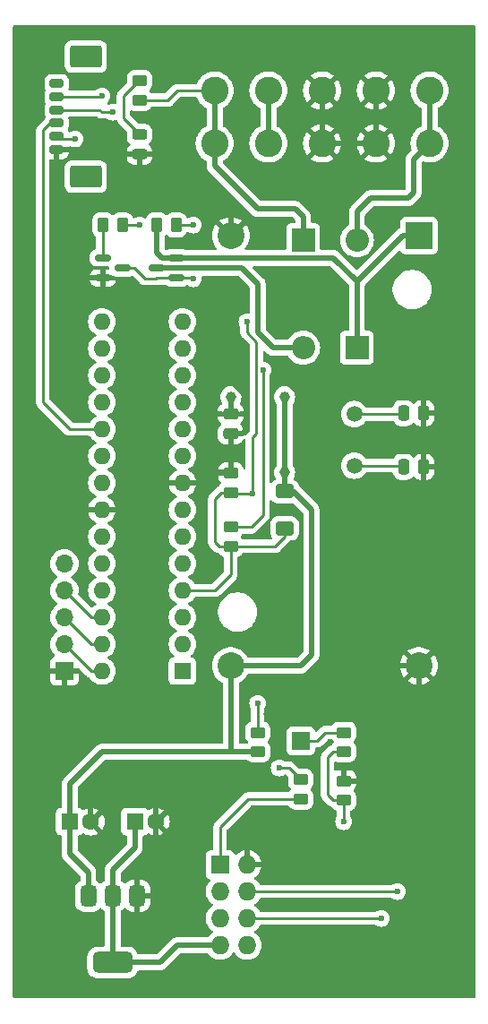
<source format=gbr>
%TF.GenerationSoftware,KiCad,Pcbnew,8.0.1*%
%TF.CreationDate,2024-10-28T19:37:41+01:00*%
%TF.ProjectId,ESP_01_MQTT,4553505f-3031-45f4-9d51-54542e6b6963,rev?*%
%TF.SameCoordinates,Original*%
%TF.FileFunction,Copper,L1,Top*%
%TF.FilePolarity,Positive*%
%FSLAX46Y46*%
G04 Gerber Fmt 4.6, Leading zero omitted, Abs format (unit mm)*
G04 Created by KiCad (PCBNEW 8.0.1) date 2024-10-28 19:37:41*
%MOMM*%
%LPD*%
G01*
G04 APERTURE LIST*
G04 Aperture macros list*
%AMRoundRect*
0 Rectangle with rounded corners*
0 $1 Rounding radius*
0 $2 $3 $4 $5 $6 $7 $8 $9 X,Y pos of 4 corners*
0 Add a 4 corners polygon primitive as box body*
4,1,4,$2,$3,$4,$5,$6,$7,$8,$9,$2,$3,0*
0 Add four circle primitives for the rounded corners*
1,1,$1+$1,$2,$3*
1,1,$1+$1,$4,$5*
1,1,$1+$1,$6,$7*
1,1,$1+$1,$8,$9*
0 Add four rect primitives between the rounded corners*
20,1,$1+$1,$2,$3,$4,$5,0*
20,1,$1+$1,$4,$5,$6,$7,0*
20,1,$1+$1,$6,$7,$8,$9,0*
20,1,$1+$1,$8,$9,$2,$3,0*%
G04 Aperture macros list end*
%TA.AperFunction,ComponentPad*%
%ADD10R,1.700000X1.700000*%
%TD*%
%TA.AperFunction,ComponentPad*%
%ADD11O,1.700000X1.700000*%
%TD*%
%TA.AperFunction,ComponentPad*%
%ADD12C,1.500000*%
%TD*%
%TA.AperFunction,SMDPad,CuDef*%
%ADD13RoundRect,0.250000X0.250000X0.475000X-0.250000X0.475000X-0.250000X-0.475000X0.250000X-0.475000X0*%
%TD*%
%TA.AperFunction,SMDPad,CuDef*%
%ADD14RoundRect,0.375000X-0.375000X0.625000X-0.375000X-0.625000X0.375000X-0.625000X0.375000X0.625000X0*%
%TD*%
%TA.AperFunction,SMDPad,CuDef*%
%ADD15RoundRect,0.500000X-1.400000X0.500000X-1.400000X-0.500000X1.400000X-0.500000X1.400000X0.500000X0*%
%TD*%
%TA.AperFunction,ComponentPad*%
%ADD16C,2.600000*%
%TD*%
%TA.AperFunction,SMDPad,CuDef*%
%ADD17RoundRect,0.150000X-0.587500X-0.150000X0.587500X-0.150000X0.587500X0.150000X-0.587500X0.150000X0*%
%TD*%
%TA.AperFunction,SMDPad,CuDef*%
%ADD18RoundRect,0.250000X0.450000X-0.262500X0.450000X0.262500X-0.450000X0.262500X-0.450000X-0.262500X0*%
%TD*%
%TA.AperFunction,ComponentPad*%
%ADD19R,2.540000X2.540000*%
%TD*%
%TA.AperFunction,ComponentPad*%
%ADD20C,2.540000*%
%TD*%
%TA.AperFunction,SMDPad,CuDef*%
%ADD21RoundRect,0.150000X0.587500X0.150000X-0.587500X0.150000X-0.587500X-0.150000X0.587500X-0.150000X0*%
%TD*%
%TA.AperFunction,ComponentPad*%
%ADD22R,1.600000X1.600000*%
%TD*%
%TA.AperFunction,ComponentPad*%
%ADD23C,1.600000*%
%TD*%
%TA.AperFunction,SMDPad,CuDef*%
%ADD24RoundRect,0.243750X0.456250X-0.243750X0.456250X0.243750X-0.456250X0.243750X-0.456250X-0.243750X0*%
%TD*%
%TA.AperFunction,SMDPad,CuDef*%
%ADD25RoundRect,0.250000X-0.450000X0.262500X-0.450000X-0.262500X0.450000X-0.262500X0.450000X0.262500X0*%
%TD*%
%TA.AperFunction,SMDPad,CuDef*%
%ADD26RoundRect,0.250000X-0.262500X-0.450000X0.262500X-0.450000X0.262500X0.450000X-0.262500X0.450000X0*%
%TD*%
%TA.AperFunction,ComponentPad*%
%ADD27R,2.200000X2.200000*%
%TD*%
%TA.AperFunction,ComponentPad*%
%ADD28O,2.200000X2.200000*%
%TD*%
%TA.AperFunction,SMDPad,CuDef*%
%ADD29RoundRect,0.250000X-0.600000X0.400000X-0.600000X-0.400000X0.600000X-0.400000X0.600000X0.400000X0*%
%TD*%
%TA.AperFunction,SMDPad,CuDef*%
%ADD30RoundRect,0.250000X-0.475000X0.250000X-0.475000X-0.250000X0.475000X-0.250000X0.475000X0.250000X0*%
%TD*%
%TA.AperFunction,ComponentPad*%
%ADD31O,1.600000X1.600000*%
%TD*%
%TA.AperFunction,ComponentPad*%
%ADD32R,1.727200X1.727200*%
%TD*%
%TA.AperFunction,ComponentPad*%
%ADD33O,1.727200X1.727200*%
%TD*%
%TA.AperFunction,SMDPad,CuDef*%
%ADD34RoundRect,0.200000X0.450000X-0.200000X0.450000X0.200000X-0.450000X0.200000X-0.450000X-0.200000X0*%
%TD*%
%TA.AperFunction,SMDPad,CuDef*%
%ADD35RoundRect,0.250001X1.249999X-0.799999X1.249999X0.799999X-1.249999X0.799999X-1.249999X-0.799999X0*%
%TD*%
%TA.AperFunction,ViaPad*%
%ADD36C,1.000000*%
%TD*%
%TA.AperFunction,ViaPad*%
%ADD37C,0.600000*%
%TD*%
%TA.AperFunction,Conductor*%
%ADD38C,0.500000*%
%TD*%
%TA.AperFunction,Conductor*%
%ADD39C,0.250000*%
%TD*%
G04 APERTURE END LIST*
D10*
%TO.P,J8,1,Pin_1*%
%TO.N,GND*%
X119380000Y-106172000D03*
D11*
%TO.P,J8,2,Pin_2*%
%TO.N,/PC5*%
X119380000Y-103632000D03*
%TO.P,J8,3,Pin_3*%
%TO.N,/PC4*%
X119380000Y-101092000D03*
%TO.P,J8,4,Pin_4*%
%TO.N,/PC3*%
X119380000Y-98552000D03*
%TO.P,J8,5,Pin_5*%
%TO.N,+5V*%
X119380000Y-96012000D03*
%TD*%
D12*
%TO.P,Y1,1,1*%
%TO.N,Net-(U3-PB7{slash}XTAL2)*%
X146812000Y-81878000D03*
%TO.P,Y1,2,2*%
%TO.N,Net-(U3-PB6{slash}XTAL1)*%
X146812000Y-86758000D03*
%TD*%
D13*
%TO.P,C5,1*%
%TO.N,GND*%
X153350000Y-81788000D03*
%TO.P,C5,2*%
%TO.N,Net-(U3-PB7{slash}XTAL2)*%
X151450000Y-81788000D03*
%TD*%
%TO.P,C4,1*%
%TO.N,GND*%
X153350000Y-86868000D03*
%TO.P,C4,2*%
%TO.N,Net-(U3-PB6{slash}XTAL1)*%
X151450000Y-86868000D03*
%TD*%
D14*
%TO.P,U2,1,GND*%
%TO.N,GND*%
X126252000Y-127406000D03*
%TO.P,U2,2,VO*%
%TO.N,+3.3V*%
X123952000Y-127406000D03*
D15*
X123952000Y-133706000D03*
D14*
%TO.P,U2,3,VI*%
%TO.N,+5V*%
X121652000Y-127406000D03*
%TD*%
D16*
%TO.P,J3,1,Pin_1*%
%TO.N,Net-(D2-K)*%
X133604000Y-56308000D03*
X133604000Y-51308000D03*
%TD*%
D17*
%TO.P,Q1,1,B*%
%TO.N,Net-(Q1-B)*%
X123014500Y-67122000D03*
%TO.P,Q1,2,E*%
%TO.N,GND*%
X123014500Y-69022000D03*
%TO.P,Q1,3,C*%
%TO.N,Net-(Q1-C)*%
X124889500Y-68072000D03*
%TD*%
D10*
%TO.P,J6,1,Pin_1*%
%TO.N,/AVR_TX*%
X141732000Y-112776000D03*
%TD*%
D18*
%TO.P,R2,1*%
%TO.N,Net-(U1-UTXD)*%
X141732000Y-118260500D03*
%TO.P,R2,2*%
%TO.N,/AVR_RX*%
X141732000Y-116435500D03*
%TD*%
D19*
%TO.P,M1,1,IN+*%
%TO.N,+12V*%
X152908000Y-65024000D03*
D20*
%TO.P,M1,2,IN-*%
%TO.N,GND*%
X135128000Y-65024000D03*
%TO.P,M1,3,OUT+*%
%TO.N,+5V*%
X135128000Y-105664000D03*
%TO.P,M1,4,OUT-*%
%TO.N,GND*%
X152908000Y-105664000D03*
%TD*%
D16*
%TO.P,J1,1,Pin_1*%
%TO.N,Net-(D1-A)*%
X153924000Y-56308000D03*
X153924000Y-51308000D03*
%TD*%
%TO.P,J2,1,Pin_1*%
%TO.N,GND*%
X148844000Y-56308000D03*
X148844000Y-51308000D03*
%TD*%
D21*
%TO.P,Q2,1,G*%
%TO.N,Net-(Q1-C)*%
X129969500Y-69022000D03*
%TO.P,Q2,2,S*%
%TO.N,+12V*%
X129969500Y-67122000D03*
%TO.P,Q2,3,D*%
%TO.N,Net-(D2-A)*%
X128094500Y-68072000D03*
%TD*%
D22*
%TO.P,C2,1*%
%TO.N,+3.3V*%
X126044888Y-120396000D03*
D23*
%TO.P,C2,2*%
%TO.N,GND*%
X128044888Y-120396000D03*
%TD*%
D24*
%TO.P,D3,1,K*%
%TO.N,GND*%
X126492000Y-57325500D03*
%TO.P,D3,2,A*%
%TO.N,Net-(D3-A)*%
X126492000Y-55450500D03*
%TD*%
D25*
%TO.P,R6,1*%
%TO.N,/AVR_TX*%
X145796000Y-111967000D03*
%TO.P,R6,2*%
%TO.N,Net-(U1-URXD)*%
X145796000Y-113792000D03*
%TD*%
D26*
%TO.P,R1,1*%
%TO.N,Net-(Q1-B)*%
X123039500Y-64008000D03*
%TO.P,R1,2*%
%TO.N,/Sen_Ena*%
X124864500Y-64008000D03*
%TD*%
D27*
%TO.P,D2,1,K*%
%TO.N,Net-(D2-K)*%
X141966000Y-65455000D03*
D28*
%TO.P,D2,2,A*%
%TO.N,Net-(D2-A)*%
X141966000Y-75615000D03*
%TD*%
D29*
%TO.P,D4,1,K*%
%TO.N,+5V*%
X140208000Y-89182000D03*
%TO.P,D4,2,A*%
%TO.N,/SenIN*%
X140208000Y-92682000D03*
%TD*%
D25*
%TO.P,R7,1*%
%TO.N,/RST{slash}*%
X137668000Y-111967000D03*
%TO.P,R7,2*%
%TO.N,+5V*%
X137668000Y-113792000D03*
%TD*%
D27*
%TO.P,D1,1,K*%
%TO.N,+12V*%
X147046000Y-75615000D03*
D28*
%TO.P,D1,2,A*%
%TO.N,Net-(D1-A)*%
X147046000Y-65455000D03*
%TD*%
D18*
%TO.P,R5,1*%
%TO.N,Net-(U1-URXD)*%
X145796000Y-118364000D03*
%TO.P,R5,2*%
%TO.N,GND*%
X145796000Y-116539000D03*
%TD*%
%TO.P,R4,1*%
%TO.N,Net-(D2-K)*%
X126485000Y-52220500D03*
%TO.P,R4,2*%
%TO.N,Net-(D3-A)*%
X126485000Y-50395500D03*
%TD*%
%TO.P,R9,1*%
%TO.N,/SenIN*%
X135128000Y-89304500D03*
%TO.P,R9,2*%
%TO.N,GND*%
X135128000Y-87479500D03*
%TD*%
D16*
%TO.P,J4,1,Pin_1*%
%TO.N,/12V_SenIN*%
X138684000Y-56308000D03*
X138684000Y-51308000D03*
%TD*%
D25*
%TO.P,R8,1*%
%TO.N,/12V_SenIN*%
X135128000Y-92559500D03*
%TO.P,R8,2*%
%TO.N,/SenIN*%
X135128000Y-94384500D03*
%TD*%
D30*
%TO.P,C3,1*%
%TO.N,GND*%
X135128000Y-81854000D03*
%TO.P,C3,2*%
%TO.N,+5V*%
X135128000Y-83754000D03*
%TD*%
D22*
%TO.P,U3,1,PC6/~{RESET}*%
%TO.N,/RST{slash}*%
X130556000Y-106172000D03*
D31*
%TO.P,U3,2,PD0*%
%TO.N,/AVR_RX*%
X130556000Y-103632000D03*
%TO.P,U3,3,PD1*%
%TO.N,/AVR_TX*%
X130556000Y-101092000D03*
%TO.P,U3,4,PD2*%
%TO.N,/SenIN*%
X130556000Y-98552000D03*
%TO.P,U3,5,PD3*%
%TO.N,/ESP_GPIO0*%
X130556000Y-96012000D03*
%TO.P,U3,6,PD4*%
%TO.N,/ESP_GPIO2*%
X130556000Y-93472000D03*
%TO.P,U3,7,VCC*%
%TO.N,+5V*%
X130556000Y-90932000D03*
%TO.P,U3,8,GND*%
%TO.N,GND*%
X130556000Y-88392000D03*
%TO.P,U3,9,PB6/XTAL1*%
%TO.N,Net-(U3-PB6{slash}XTAL1)*%
X130556000Y-85852000D03*
%TO.P,U3,10,PB7/XTAL2*%
%TO.N,Net-(U3-PB7{slash}XTAL2)*%
X130556000Y-83312000D03*
%TO.P,U3,11,PD5*%
%TO.N,unconnected-(U3-PD5-Pad11)*%
X130556000Y-80772000D03*
%TO.P,U3,12,PD6*%
%TO.N,unconnected-(U3-PD6-Pad12)*%
X130556000Y-78232000D03*
%TO.P,U3,13,PD7*%
%TO.N,/Sen_Ena*%
X130556000Y-75692000D03*
%TO.P,U3,14,PB0*%
%TO.N,/SenIN*%
X130556000Y-73152000D03*
%TO.P,U3,15,PB1*%
%TO.N,unconnected-(U3-PB1-Pad15)*%
X122936000Y-73152000D03*
%TO.P,U3,16,PB2*%
%TO.N,unconnected-(U3-PB2-Pad16)*%
X122936000Y-75692000D03*
%TO.P,U3,17,PB3*%
%TO.N,/MOSI*%
X122936000Y-78232000D03*
%TO.P,U3,18,PB4*%
%TO.N,/MISO*%
X122936000Y-80772000D03*
%TO.P,U3,19,PB5*%
%TO.N,/SCK*%
X122936000Y-83312000D03*
%TO.P,U3,20,AVCC*%
%TO.N,+5V*%
X122936000Y-85852000D03*
%TO.P,U3,21,AREF*%
%TO.N,unconnected-(U3-AREF-Pad21)*%
X122936000Y-88392000D03*
%TO.P,U3,22,AGND*%
%TO.N,GND*%
X122936000Y-90932000D03*
%TO.P,U3,23,PC0*%
%TO.N,unconnected-(U3-PC0-Pad23)*%
X122936000Y-93472000D03*
%TO.P,U3,24,PC1*%
%TO.N,unconnected-(U3-PC1-Pad24)*%
X122936000Y-96012000D03*
%TO.P,U3,25,PC2*%
%TO.N,unconnected-(U3-PC2-Pad25)*%
X122936000Y-98552000D03*
%TO.P,U3,26,PC3*%
%TO.N,/PC3*%
X122936000Y-101092000D03*
%TO.P,U3,27,PC4*%
%TO.N,/PC4*%
X122936000Y-103632000D03*
%TO.P,U3,28,PC5*%
%TO.N,/PC5*%
X122936000Y-106172000D03*
%TD*%
D16*
%TO.P,J5,1,Pin_1*%
%TO.N,GND*%
X143764000Y-56308000D03*
X143764000Y-51308000D03*
%TD*%
D32*
%TO.P,U1,1,UTXD*%
%TO.N,Net-(U1-UTXD)*%
X134112000Y-124460000D03*
D33*
%TO.P,U1,2,GND*%
%TO.N,GND*%
X136652000Y-124460000D03*
%TO.P,U1,3,CH_PD*%
%TO.N,unconnected-(U1-CH_PD-Pad3)*%
X134112000Y-127000000D03*
%TO.P,U1,4,GPIO2*%
%TO.N,/ESP_GPIO2*%
X136652000Y-127000000D03*
%TO.P,U1,5,RST*%
%TO.N,unconnected-(U1-RST-Pad5)*%
X134112000Y-129540000D03*
%TO.P,U1,6,GPIO0*%
%TO.N,/ESP_GPIO0*%
X136652000Y-129540000D03*
%TO.P,U1,7,VCC*%
%TO.N,+3.3V*%
X134112000Y-132080000D03*
%TO.P,U1,8,URXD*%
%TO.N,Net-(U1-URXD)*%
X136652000Y-132080000D03*
%TD*%
D26*
%TO.P,R3,1*%
%TO.N,+12V*%
X128119500Y-64008000D03*
%TO.P,R3,2*%
%TO.N,Net-(Q1-C)*%
X129944500Y-64008000D03*
%TD*%
D34*
%TO.P,J7,1,Pin_1*%
%TO.N,GND*%
X118662000Y-56886000D03*
%TO.P,J7,2,Pin_2*%
%TO.N,/RST{slash}*%
X118662000Y-55636000D03*
%TO.P,J7,3,Pin_3*%
%TO.N,/SCK*%
X118662000Y-54386000D03*
%TO.P,J7,4,Pin_4*%
%TO.N,/MOSI*%
X118662000Y-53136000D03*
%TO.P,J7,5,Pin_5*%
%TO.N,/MISO*%
X118662000Y-51886000D03*
%TO.P,J7,6,Pin_6*%
%TO.N,unconnected-(J7-Pin_6-Pad6)*%
X118662000Y-50636000D03*
D35*
%TO.P,J7,MP*%
%TO.N,N/C*%
X121412000Y-59436000D03*
X121412000Y-48086000D03*
%TD*%
D22*
%TO.P,C1,1*%
%TO.N,+5V*%
X119888000Y-120396000D03*
D23*
%TO.P,C1,2*%
%TO.N,GND*%
X121888000Y-120396000D03*
%TD*%
D36*
%TO.N,GND*%
X138684000Y-110236000D03*
D37*
X155956000Y-81788000D03*
%TO.N,/SenIN*%
X136652000Y-73152000D03*
%TO.N,/ESP_GPIO0*%
X149352000Y-129540000D03*
%TO.N,/ESP_GPIO2*%
X150876000Y-127000000D03*
D36*
%TO.N,+5V*%
X135128000Y-80264000D03*
X140208000Y-80264000D03*
X140208000Y-87376000D03*
%TO.N,GND*%
X135128000Y-70612000D03*
X129032000Y-57325500D03*
D37*
%TO.N,/SenIN*%
X137160000Y-89408000D03*
%TO.N,/RST{slash}*%
X120396000Y-55880000D03*
X137668000Y-109220000D03*
%TO.N,/MISO*%
X122936000Y-51816000D03*
%TO.N,/MOSI*%
X123952000Y-53340000D03*
%TO.N,/12V_SenIN*%
X138176000Y-77724000D03*
%TO.N,Net-(Q1-C)*%
X131572000Y-69088000D03*
X131572000Y-64008000D03*
%TO.N,/AVR_RX*%
X139700000Y-115316000D03*
%TO.N,/Sen_Ena*%
X126492000Y-64008000D03*
%TO.N,Net-(U1-URXD)*%
X145796000Y-120396000D03*
%TD*%
D38*
%TO.N,GND*%
X147828000Y-105664000D02*
X152908000Y-105664000D01*
X143256000Y-110236000D02*
X147828000Y-105664000D01*
X138684000Y-110236000D02*
X143256000Y-110236000D01*
D39*
%TO.N,/PC5*%
X121920000Y-106172000D02*
X122936000Y-106172000D01*
X119380000Y-103632000D02*
X121920000Y-106172000D01*
%TO.N,/PC4*%
X121920000Y-103632000D02*
X122936000Y-103632000D01*
X119380000Y-101092000D02*
X121920000Y-103632000D01*
%TO.N,/PC3*%
X121920000Y-101092000D02*
X122936000Y-101092000D01*
X119380000Y-98552000D02*
X121920000Y-101092000D01*
%TO.N,GND*%
X153350000Y-81788000D02*
X155956000Y-81788000D01*
X153350000Y-81788000D02*
X153350000Y-86868000D01*
%TO.N,Net-(U3-PB6{slash}XTAL1)*%
X151340000Y-86758000D02*
X151450000Y-86868000D01*
X146812000Y-86758000D02*
X151340000Y-86758000D01*
%TO.N,Net-(U3-PB7{slash}XTAL2)*%
X151360000Y-81878000D02*
X151450000Y-81788000D01*
X146812000Y-81878000D02*
X151360000Y-81878000D01*
%TO.N,/SenIN*%
X136652000Y-74168000D02*
X136652000Y-73152000D01*
X137551000Y-75067000D02*
X136652000Y-74168000D01*
X137551000Y-83703000D02*
X137551000Y-75067000D01*
X137160000Y-84094000D02*
X137551000Y-83703000D01*
X137160000Y-89408000D02*
X137160000Y-84094000D01*
%TO.N,/ESP_GPIO0*%
X149352000Y-129540000D02*
X136652000Y-129540000D01*
%TO.N,/ESP_GPIO2*%
X150876000Y-127000000D02*
X136652000Y-127000000D01*
D38*
%TO.N,+5V*%
X119888000Y-116840000D02*
X119888000Y-120396000D01*
X137668000Y-113792000D02*
X135128000Y-113792000D01*
X122936000Y-113792000D02*
X119888000Y-116840000D01*
X135128000Y-113792000D02*
X122936000Y-113792000D01*
X121652000Y-125208000D02*
X121652000Y-127406000D01*
X135128000Y-81854000D02*
X135128000Y-80264000D01*
X140998000Y-89182000D02*
X140208000Y-89182000D01*
X119888000Y-123444000D02*
X121652000Y-125208000D01*
X135128000Y-105664000D02*
X141732000Y-105664000D01*
X142748000Y-104648000D02*
X142748000Y-90932000D01*
X141732000Y-105664000D02*
X142748000Y-104648000D01*
X142748000Y-90932000D02*
X140998000Y-89182000D01*
X135128000Y-105664000D02*
X135128000Y-113792000D01*
X140208000Y-87376000D02*
X140208000Y-89182000D01*
X119888000Y-120396000D02*
X119888000Y-123444000D01*
X140208000Y-80264000D02*
X140208000Y-87376000D01*
%TO.N,GND*%
X146812000Y-124460000D02*
X152908000Y-118364000D01*
X130477500Y-57325500D02*
X135128000Y-61976000D01*
X143764000Y-51308000D02*
X143764000Y-56308000D01*
X152908000Y-116332000D02*
X152908000Y-105664000D01*
X135128000Y-87479500D02*
X135128000Y-83754000D01*
X128044888Y-118392888D02*
X128044888Y-120396000D01*
X145796000Y-116539000D02*
X152701000Y-116539000D01*
X120386000Y-56886000D02*
X118662000Y-56886000D01*
X143764000Y-56308000D02*
X148844000Y-56308000D01*
X135128000Y-78740000D02*
X135128000Y-70612000D01*
X122428000Y-117856000D02*
X127508000Y-117856000D01*
X126252000Y-127406000D02*
X126252000Y-124700000D01*
X152908000Y-118364000D02*
X152908000Y-116332000D01*
X127508000Y-117856000D02*
X128044888Y-118392888D01*
X125476000Y-90932000D02*
X128016000Y-88392000D01*
X121888000Y-120396000D02*
X121888000Y-118396000D01*
X136652000Y-83312000D02*
X136652000Y-80264000D01*
X118662000Y-56886000D02*
X118662000Y-67288000D01*
X148844000Y-51308000D02*
X148844000Y-56308000D01*
X126252000Y-124700000D02*
X128044888Y-122907112D01*
X135128000Y-83754000D02*
X136210000Y-83754000D01*
X136652000Y-124460000D02*
X146812000Y-124460000D01*
X135024500Y-87376000D02*
X135128000Y-87479500D01*
X135128000Y-61976000D02*
X135128000Y-65024000D01*
X121888000Y-118396000D02*
X122428000Y-117856000D01*
X132080000Y-88392000D02*
X133096000Y-87376000D01*
X128044888Y-122907112D02*
X128044888Y-120396000D01*
X126492000Y-57325500D02*
X120825500Y-57325500D01*
X120396000Y-69022000D02*
X123014500Y-69022000D01*
X120825500Y-57325500D02*
X120386000Y-56886000D01*
X122936000Y-90932000D02*
X125476000Y-90932000D01*
X126492000Y-57325500D02*
X130477500Y-57325500D01*
X136652000Y-80264000D02*
X135128000Y-78740000D01*
X133096000Y-87376000D02*
X135024500Y-87376000D01*
X136210000Y-83754000D02*
X136652000Y-83312000D01*
X118662000Y-67288000D02*
X120396000Y-69022000D01*
X128016000Y-88392000D02*
X130556000Y-88392000D01*
X130556000Y-88392000D02*
X132080000Y-88392000D01*
%TO.N,+3.3V*%
X123952000Y-133706000D02*
X123952000Y-127406000D01*
X128422000Y-133706000D02*
X123952000Y-133706000D01*
X123952000Y-124968000D02*
X126044888Y-122875112D01*
X130048000Y-132080000D02*
X128422000Y-133706000D01*
X126044888Y-122875112D02*
X126044888Y-120396000D01*
X134112000Y-132080000D02*
X130048000Y-132080000D01*
X123952000Y-127406000D02*
X123952000Y-124968000D01*
%TO.N,+12V*%
X129969500Y-67122000D02*
X144806000Y-67122000D01*
X144806000Y-67122000D02*
X147046000Y-69362000D01*
X128119500Y-64008000D02*
X128119500Y-66651500D01*
X147046000Y-75615000D02*
X147046000Y-69362000D01*
X128590000Y-67122000D02*
X129969500Y-67122000D01*
X147046000Y-69362000D02*
X151384000Y-65024000D01*
X151384000Y-65024000D02*
X152908000Y-65024000D01*
X128119500Y-66651500D02*
X128590000Y-67122000D01*
%TO.N,Net-(D1-A)*%
X147046000Y-65455000D02*
X147046000Y-62758000D01*
X151892000Y-61468000D02*
X152400000Y-60960000D01*
X153924000Y-56308000D02*
X153924000Y-51308000D01*
X148336000Y-61468000D02*
X151892000Y-61468000D01*
X147046000Y-62758000D02*
X148336000Y-61468000D01*
X152400000Y-60960000D02*
X152400000Y-57832000D01*
X152400000Y-57832000D02*
X153924000Y-56308000D01*
%TO.N,Net-(D2-K)*%
X141966000Y-63226000D02*
X141966000Y-65455000D01*
X133604000Y-56308000D02*
X133604000Y-58420000D01*
X133604000Y-56308000D02*
X133604000Y-51308000D01*
D39*
X130048000Y-51308000D02*
X133604000Y-51308000D01*
D38*
X141224000Y-62484000D02*
X141966000Y-63226000D01*
X135636000Y-60452000D02*
X137668000Y-62484000D01*
D39*
X129135500Y-52220500D02*
X130048000Y-51308000D01*
X126485000Y-52220500D02*
X129135500Y-52220500D01*
D38*
X137668000Y-62484000D02*
X141224000Y-62484000D01*
X133604000Y-58420000D02*
X135636000Y-60452000D01*
%TO.N,Net-(D2-A)*%
X141966000Y-75615000D02*
X139115000Y-75615000D01*
X137668000Y-69596000D02*
X136144000Y-68072000D01*
X136144000Y-68072000D02*
X128094500Y-68072000D01*
X137668000Y-74168000D02*
X137668000Y-69596000D01*
X139115000Y-75615000D02*
X137668000Y-74168000D01*
D39*
%TO.N,/SenIN*%
X134215500Y-89304500D02*
X133604000Y-89916000D01*
X139295500Y-94384500D02*
X140208000Y-93472000D01*
X133604000Y-98552000D02*
X135128000Y-97028000D01*
X130556000Y-98552000D02*
X133604000Y-98552000D01*
X135231500Y-89408000D02*
X135128000Y-89304500D01*
X134008500Y-94384500D02*
X133604000Y-93980000D01*
X137160000Y-89408000D02*
X135231500Y-89408000D01*
X135128000Y-94384500D02*
X134008500Y-94384500D01*
X133604000Y-89916000D02*
X133604000Y-93980000D01*
X140208000Y-93472000D02*
X140208000Y-92682000D01*
X135128000Y-94384500D02*
X139295500Y-94384500D01*
X135128000Y-97028000D02*
X135128000Y-94384500D01*
X135128000Y-89304500D02*
X134215500Y-89304500D01*
%TO.N,/RST{slash}*%
X137668000Y-109220000D02*
X137668000Y-111967000D01*
X120396000Y-55880000D02*
X118906000Y-55880000D01*
X118906000Y-55880000D02*
X118662000Y-55636000D01*
%TO.N,/MISO*%
X122936000Y-51816000D02*
X122866000Y-51886000D01*
X122866000Y-51886000D02*
X118662000Y-51886000D01*
%TO.N,/MOSI*%
X122936000Y-53340000D02*
X122732000Y-53136000D01*
X123952000Y-53340000D02*
X122936000Y-53340000D01*
X122732000Y-53136000D02*
X118662000Y-53136000D01*
%TO.N,/SCK*%
X117348000Y-55050000D02*
X117348000Y-80772000D01*
X117348000Y-80772000D02*
X119888000Y-83312000D01*
X119888000Y-83312000D02*
X122936000Y-83312000D01*
X118012000Y-54386000D02*
X117348000Y-55050000D01*
X118662000Y-54386000D02*
X118012000Y-54386000D01*
%TO.N,/AVR_TX*%
X141732000Y-112776000D02*
X143256000Y-112776000D01*
X144065000Y-111967000D02*
X143764000Y-112268000D01*
X143256000Y-112776000D02*
X143764000Y-112268000D01*
X145796000Y-111967000D02*
X144065000Y-111967000D01*
%TO.N,/12V_SenIN*%
X138176000Y-90424000D02*
X138176000Y-77724000D01*
X137056500Y-92559500D02*
X138176000Y-91440000D01*
D38*
X138684000Y-51308000D02*
X138684000Y-56308000D01*
D39*
X138176000Y-91440000D02*
X138176000Y-90424000D01*
X135128000Y-92559500D02*
X137056500Y-92559500D01*
%TO.N,Net-(Q1-B)*%
X123014500Y-64033000D02*
X123039500Y-64008000D01*
X123014500Y-67122000D02*
X123014500Y-64033000D01*
%TO.N,Net-(Q1-C)*%
X131572000Y-64008000D02*
X129944500Y-64008000D01*
X124889500Y-68072000D02*
X125984000Y-68072000D01*
X129969500Y-69022000D02*
X131506000Y-69022000D01*
X128016000Y-69088000D02*
X128082000Y-69022000D01*
X127000000Y-69088000D02*
X128016000Y-69088000D01*
X125984000Y-68072000D02*
X127000000Y-69088000D01*
X131506000Y-69022000D02*
X131572000Y-69088000D01*
X128082000Y-69022000D02*
X129969500Y-69022000D01*
%TO.N,/AVR_RX*%
X139700000Y-115316000D02*
X140612500Y-115316000D01*
X140612500Y-115316000D02*
X141732000Y-116435500D01*
%TO.N,Net-(U1-UTXD)*%
X141732000Y-118260500D02*
X136755500Y-118260500D01*
X134112000Y-120904000D02*
X134112000Y-124460000D01*
X136755500Y-118260500D02*
X134112000Y-120904000D01*
%TO.N,/Sen_Ena*%
X126492000Y-64008000D02*
X124864500Y-64008000D01*
%TO.N,Net-(U1-URXD)*%
X145796000Y-113792000D02*
X144780000Y-113792000D01*
X144780000Y-118364000D02*
X145796000Y-118364000D01*
X144780000Y-113792000D02*
X144272000Y-114300000D01*
X145796000Y-120396000D02*
X145796000Y-118364000D01*
X144272000Y-114300000D02*
X144272000Y-117856000D01*
X144272000Y-117856000D02*
X144780000Y-118364000D01*
%TO.N,Net-(D3-A)*%
X126492000Y-55450500D02*
X124968000Y-53926500D01*
X124968000Y-53926500D02*
X124968000Y-51816000D01*
X126485000Y-50395500D02*
X126388500Y-50395500D01*
X126388500Y-50395500D02*
X124968000Y-51816000D01*
%TD*%
%TA.AperFunction,Conductor*%
%TO.N,GND*%
G36*
X158172539Y-45147185D02*
G01*
X158218294Y-45199989D01*
X158229500Y-45251500D01*
X158229500Y-136966500D01*
X158209815Y-137033539D01*
X158157011Y-137079294D01*
X158105500Y-137090500D01*
X114650500Y-137090500D01*
X114583461Y-137070815D01*
X114537706Y-137018011D01*
X114526500Y-136966500D01*
X114526500Y-80833611D01*
X116722500Y-80833611D01*
X116746535Y-80954444D01*
X116746540Y-80954461D01*
X116793685Y-81068280D01*
X116793690Y-81068289D01*
X116827914Y-81119507D01*
X116827915Y-81119509D01*
X116862140Y-81170731D01*
X116862141Y-81170732D01*
X116862142Y-81170733D01*
X116949267Y-81257858D01*
X116949268Y-81257858D01*
X116956335Y-81264925D01*
X116956334Y-81264925D01*
X116956338Y-81264928D01*
X119489262Y-83797854D01*
X119489265Y-83797857D01*
X119557411Y-83843390D01*
X119591714Y-83866311D01*
X119705548Y-83913463D01*
X119826388Y-83937499D01*
X119826392Y-83937500D01*
X119826393Y-83937500D01*
X119826394Y-83937500D01*
X121721812Y-83937500D01*
X121788851Y-83957185D01*
X121823387Y-83990377D01*
X121935954Y-84151141D01*
X122096858Y-84312045D01*
X122143693Y-84344839D01*
X122283266Y-84442568D01*
X122341275Y-84469618D01*
X122393714Y-84515791D01*
X122412866Y-84582984D01*
X122392650Y-84649865D01*
X122341275Y-84694382D01*
X122283267Y-84721431D01*
X122283265Y-84721432D01*
X122096858Y-84851954D01*
X121935954Y-85012858D01*
X121805432Y-85199265D01*
X121805431Y-85199267D01*
X121709261Y-85405502D01*
X121709258Y-85405511D01*
X121650366Y-85625302D01*
X121650364Y-85625313D01*
X121630532Y-85851998D01*
X121630532Y-85852001D01*
X121650364Y-86078686D01*
X121650366Y-86078697D01*
X121709258Y-86298488D01*
X121709261Y-86298497D01*
X121805431Y-86504732D01*
X121805432Y-86504734D01*
X121935954Y-86691141D01*
X122096858Y-86852045D01*
X122096861Y-86852047D01*
X122283266Y-86982568D01*
X122341275Y-87009618D01*
X122393714Y-87055791D01*
X122412866Y-87122984D01*
X122392650Y-87189865D01*
X122341275Y-87234382D01*
X122283267Y-87261431D01*
X122283265Y-87261432D01*
X122096858Y-87391954D01*
X121935954Y-87552858D01*
X121805432Y-87739265D01*
X121805431Y-87739267D01*
X121709261Y-87945502D01*
X121709258Y-87945511D01*
X121650366Y-88165302D01*
X121650364Y-88165313D01*
X121630532Y-88391998D01*
X121630532Y-88392001D01*
X121650364Y-88618686D01*
X121650366Y-88618697D01*
X121709258Y-88838488D01*
X121709261Y-88838497D01*
X121805431Y-89044732D01*
X121805432Y-89044734D01*
X121935954Y-89231141D01*
X122096858Y-89392045D01*
X122096861Y-89392047D01*
X122283266Y-89522568D01*
X122341865Y-89549893D01*
X122394305Y-89596065D01*
X122413457Y-89663258D01*
X122393242Y-89730139D01*
X122341867Y-89774657D01*
X122283515Y-89801867D01*
X122097179Y-89932342D01*
X121936342Y-90093179D01*
X121805865Y-90279517D01*
X121709734Y-90485673D01*
X121709730Y-90485682D01*
X121657127Y-90681999D01*
X121657128Y-90682000D01*
X122620314Y-90682000D01*
X122615920Y-90686394D01*
X122563259Y-90777606D01*
X122536000Y-90879339D01*
X122536000Y-90984661D01*
X122563259Y-91086394D01*
X122615920Y-91177606D01*
X122620314Y-91182000D01*
X121657128Y-91182000D01*
X121709730Y-91378317D01*
X121709734Y-91378326D01*
X121805865Y-91584482D01*
X121936342Y-91770820D01*
X122097179Y-91931657D01*
X122283518Y-92062134D01*
X122283520Y-92062135D01*
X122341865Y-92089342D01*
X122394305Y-92135514D01*
X122413457Y-92202707D01*
X122393242Y-92269589D01*
X122341867Y-92314105D01*
X122283268Y-92341431D01*
X122283264Y-92341433D01*
X122096858Y-92471954D01*
X121935954Y-92632858D01*
X121805432Y-92819265D01*
X121805431Y-92819267D01*
X121709261Y-93025502D01*
X121709258Y-93025511D01*
X121650366Y-93245302D01*
X121650364Y-93245313D01*
X121630532Y-93471998D01*
X121630532Y-93472001D01*
X121650364Y-93698686D01*
X121650366Y-93698697D01*
X121709258Y-93918488D01*
X121709261Y-93918497D01*
X121805431Y-94124732D01*
X121805432Y-94124734D01*
X121935954Y-94311141D01*
X122096858Y-94472045D01*
X122096861Y-94472047D01*
X122283266Y-94602568D01*
X122341275Y-94629618D01*
X122393714Y-94675791D01*
X122412866Y-94742984D01*
X122392650Y-94809865D01*
X122341275Y-94854382D01*
X122283267Y-94881431D01*
X122283265Y-94881432D01*
X122096858Y-95011954D01*
X121935954Y-95172858D01*
X121805432Y-95359265D01*
X121805431Y-95359267D01*
X121709261Y-95565502D01*
X121709258Y-95565511D01*
X121650366Y-95785302D01*
X121650364Y-95785313D01*
X121630532Y-96011998D01*
X121630532Y-96012001D01*
X121650364Y-96238686D01*
X121650366Y-96238697D01*
X121709258Y-96458488D01*
X121709261Y-96458497D01*
X121805431Y-96664732D01*
X121805432Y-96664734D01*
X121935954Y-96851141D01*
X122096858Y-97012045D01*
X122096861Y-97012047D01*
X122283266Y-97142568D01*
X122341275Y-97169618D01*
X122393714Y-97215791D01*
X122412866Y-97282984D01*
X122392650Y-97349865D01*
X122341275Y-97394382D01*
X122283267Y-97421431D01*
X122283265Y-97421432D01*
X122096858Y-97551954D01*
X121935954Y-97712858D01*
X121805432Y-97899265D01*
X121805431Y-97899267D01*
X121709261Y-98105502D01*
X121709258Y-98105511D01*
X121650366Y-98325302D01*
X121650364Y-98325313D01*
X121630532Y-98551998D01*
X121630532Y-98552001D01*
X121650364Y-98778686D01*
X121650366Y-98778697D01*
X121709258Y-98998488D01*
X121709261Y-98998497D01*
X121805431Y-99204732D01*
X121805432Y-99204734D01*
X121935954Y-99391141D01*
X122096858Y-99552045D01*
X122096861Y-99552047D01*
X122283266Y-99682568D01*
X122341275Y-99709618D01*
X122393714Y-99755791D01*
X122412866Y-99822984D01*
X122392650Y-99889865D01*
X122341275Y-99934382D01*
X122283267Y-99961431D01*
X122283265Y-99961432D01*
X122096861Y-100091952D01*
X122038381Y-100150431D01*
X121977057Y-100183915D01*
X121907366Y-100178929D01*
X121863020Y-100150429D01*
X120720237Y-99007647D01*
X120686752Y-98946324D01*
X120688143Y-98887872D01*
X120704200Y-98827947D01*
X120715063Y-98787408D01*
X120735659Y-98552000D01*
X120715063Y-98316592D01*
X120653903Y-98088337D01*
X120554035Y-97874171D01*
X120553652Y-97873623D01*
X120418494Y-97680597D01*
X120251402Y-97513506D01*
X120251396Y-97513501D01*
X120065842Y-97383575D01*
X120022217Y-97328998D01*
X120015023Y-97259500D01*
X120046546Y-97197145D01*
X120065842Y-97180425D01*
X120119909Y-97142567D01*
X120251401Y-97050495D01*
X120418495Y-96883401D01*
X120554035Y-96689830D01*
X120653903Y-96475663D01*
X120715063Y-96247408D01*
X120735659Y-96012000D01*
X120715063Y-95776592D01*
X120653903Y-95548337D01*
X120554035Y-95334171D01*
X120552386Y-95331815D01*
X120418494Y-95140597D01*
X120251402Y-94973506D01*
X120251395Y-94973501D01*
X120249471Y-94972154D01*
X120152976Y-94904587D01*
X120057834Y-94837967D01*
X120057830Y-94837965D01*
X120057828Y-94837964D01*
X119843663Y-94738097D01*
X119843659Y-94738096D01*
X119843655Y-94738094D01*
X119615413Y-94676938D01*
X119615403Y-94676936D01*
X119380001Y-94656341D01*
X119379999Y-94656341D01*
X119144596Y-94676936D01*
X119144586Y-94676938D01*
X118916344Y-94738094D01*
X118916335Y-94738098D01*
X118702171Y-94837964D01*
X118702169Y-94837965D01*
X118508597Y-94973505D01*
X118341505Y-95140597D01*
X118205965Y-95334169D01*
X118205964Y-95334171D01*
X118106098Y-95548335D01*
X118106094Y-95548344D01*
X118044938Y-95776586D01*
X118044936Y-95776596D01*
X118024341Y-96011999D01*
X118024341Y-96012000D01*
X118044936Y-96247403D01*
X118044938Y-96247413D01*
X118106094Y-96475655D01*
X118106096Y-96475659D01*
X118106097Y-96475663D01*
X118194262Y-96664732D01*
X118205965Y-96689830D01*
X118205967Y-96689834D01*
X118341501Y-96883395D01*
X118341506Y-96883402D01*
X118508597Y-97050493D01*
X118508603Y-97050498D01*
X118694158Y-97180425D01*
X118737783Y-97235002D01*
X118744977Y-97304500D01*
X118713454Y-97366855D01*
X118694158Y-97383575D01*
X118508597Y-97513505D01*
X118341505Y-97680597D01*
X118205965Y-97874169D01*
X118205964Y-97874171D01*
X118106098Y-98088335D01*
X118106094Y-98088344D01*
X118044938Y-98316586D01*
X118044936Y-98316596D01*
X118024341Y-98551999D01*
X118024341Y-98552000D01*
X118044936Y-98787403D01*
X118044938Y-98787413D01*
X118106094Y-99015655D01*
X118106096Y-99015659D01*
X118106097Y-99015663D01*
X118187268Y-99189735D01*
X118205965Y-99229830D01*
X118205967Y-99229834D01*
X118341501Y-99423395D01*
X118341506Y-99423402D01*
X118508597Y-99590493D01*
X118508603Y-99590498D01*
X118694158Y-99720425D01*
X118737783Y-99775002D01*
X118744977Y-99844500D01*
X118713454Y-99906855D01*
X118694158Y-99923575D01*
X118508597Y-100053505D01*
X118341505Y-100220597D01*
X118205965Y-100414169D01*
X118205964Y-100414171D01*
X118106098Y-100628335D01*
X118106094Y-100628344D01*
X118044938Y-100856586D01*
X118044936Y-100856596D01*
X118024341Y-101091999D01*
X118024341Y-101092000D01*
X118044936Y-101327403D01*
X118044938Y-101327413D01*
X118106094Y-101555655D01*
X118106096Y-101555659D01*
X118106097Y-101555663D01*
X118171991Y-101696972D01*
X118205965Y-101769830D01*
X118205967Y-101769834D01*
X118341501Y-101963395D01*
X118341506Y-101963402D01*
X118508597Y-102130493D01*
X118508603Y-102130498D01*
X118694158Y-102260425D01*
X118737783Y-102315002D01*
X118744977Y-102384500D01*
X118713454Y-102446855D01*
X118694158Y-102463575D01*
X118508597Y-102593505D01*
X118341505Y-102760597D01*
X118205965Y-102954169D01*
X118205964Y-102954171D01*
X118106098Y-103168335D01*
X118106094Y-103168344D01*
X118044938Y-103396586D01*
X118044936Y-103396596D01*
X118024341Y-103631999D01*
X118024341Y-103632000D01*
X118044936Y-103867403D01*
X118044938Y-103867413D01*
X118106094Y-104095655D01*
X118106096Y-104095659D01*
X118106097Y-104095663D01*
X118171991Y-104236972D01*
X118205965Y-104309830D01*
X118205967Y-104309834D01*
X118341501Y-104503395D01*
X118341506Y-104503402D01*
X118463818Y-104625714D01*
X118497303Y-104687037D01*
X118492319Y-104756729D01*
X118450447Y-104812662D01*
X118419471Y-104829577D01*
X118287912Y-104878646D01*
X118287906Y-104878649D01*
X118172812Y-104964809D01*
X118172809Y-104964812D01*
X118086649Y-105079906D01*
X118086645Y-105079913D01*
X118036403Y-105214620D01*
X118036401Y-105214627D01*
X118030000Y-105274155D01*
X118030000Y-105922000D01*
X118946988Y-105922000D01*
X118914075Y-105979007D01*
X118880000Y-106106174D01*
X118880000Y-106237826D01*
X118914075Y-106364993D01*
X118946988Y-106422000D01*
X118030000Y-106422000D01*
X118030000Y-107069844D01*
X118036401Y-107129372D01*
X118036403Y-107129379D01*
X118086645Y-107264086D01*
X118086649Y-107264093D01*
X118172809Y-107379187D01*
X118172812Y-107379190D01*
X118287906Y-107465350D01*
X118287913Y-107465354D01*
X118422620Y-107515596D01*
X118422627Y-107515598D01*
X118482155Y-107521999D01*
X118482172Y-107522000D01*
X119130000Y-107522000D01*
X119130000Y-106605012D01*
X119187007Y-106637925D01*
X119314174Y-106672000D01*
X119445826Y-106672000D01*
X119572993Y-106637925D01*
X119630000Y-106605012D01*
X119630000Y-107522000D01*
X120277828Y-107522000D01*
X120277844Y-107521999D01*
X120337372Y-107515598D01*
X120337379Y-107515596D01*
X120472086Y-107465354D01*
X120472093Y-107465350D01*
X120587187Y-107379190D01*
X120587190Y-107379187D01*
X120673350Y-107264093D01*
X120673354Y-107264086D01*
X120723596Y-107129379D01*
X120723598Y-107129372D01*
X120729999Y-107069844D01*
X120730000Y-107069827D01*
X120730000Y-106422000D01*
X119813012Y-106422000D01*
X119845925Y-106364993D01*
X119880000Y-106237826D01*
X119880000Y-106106174D01*
X119845925Y-105979007D01*
X119813012Y-105922000D01*
X120734048Y-105922000D01*
X120801087Y-105941685D01*
X120821725Y-105958316D01*
X121434141Y-106570732D01*
X121434142Y-106570733D01*
X121481897Y-106618488D01*
X121521268Y-106657859D01*
X121623707Y-106726307D01*
X121623716Y-106726312D01*
X121743176Y-106775794D01*
X121742687Y-106776972D01*
X121795583Y-106811629D01*
X121802733Y-106820880D01*
X121935954Y-107011141D01*
X122096858Y-107172045D01*
X122096861Y-107172047D01*
X122283266Y-107302568D01*
X122489504Y-107398739D01*
X122709308Y-107457635D01*
X122871230Y-107471801D01*
X122935998Y-107477468D01*
X122936000Y-107477468D01*
X122936002Y-107477468D01*
X122992807Y-107472498D01*
X123162692Y-107457635D01*
X123382496Y-107398739D01*
X123588734Y-107302568D01*
X123775139Y-107172047D01*
X123936047Y-107011139D01*
X124066568Y-106824734D01*
X124162739Y-106618496D01*
X124221635Y-106398692D01*
X124240128Y-106187313D01*
X124241468Y-106172001D01*
X124241468Y-106171998D01*
X124233275Y-106078351D01*
X124221635Y-105945308D01*
X124162739Y-105725504D01*
X124066568Y-105519266D01*
X123936047Y-105332861D01*
X123936045Y-105332858D01*
X123775141Y-105171954D01*
X123588734Y-105041432D01*
X123588728Y-105041429D01*
X123561038Y-105028517D01*
X123530724Y-105014381D01*
X123478285Y-104968210D01*
X123459133Y-104901017D01*
X123479348Y-104834135D01*
X123530725Y-104789618D01*
X123588734Y-104762568D01*
X123775139Y-104632047D01*
X123936047Y-104471139D01*
X124066568Y-104284734D01*
X124162739Y-104078496D01*
X124221635Y-103858692D01*
X124241468Y-103632000D01*
X124221635Y-103405308D01*
X124162739Y-103185504D01*
X124066568Y-102979266D01*
X123936047Y-102792861D01*
X123936045Y-102792858D01*
X123775141Y-102631954D01*
X123588734Y-102501432D01*
X123588728Y-102501429D01*
X123530725Y-102474382D01*
X123478285Y-102428210D01*
X123459133Y-102361017D01*
X123479348Y-102294135D01*
X123530725Y-102249618D01*
X123535859Y-102247224D01*
X123588734Y-102222568D01*
X123775139Y-102092047D01*
X123936047Y-101931139D01*
X124066568Y-101744734D01*
X124162739Y-101538496D01*
X124221635Y-101318692D01*
X124241468Y-101092000D01*
X124221635Y-100865308D01*
X124162739Y-100645504D01*
X124066568Y-100439266D01*
X123936047Y-100252861D01*
X123936045Y-100252858D01*
X123775141Y-100091954D01*
X123588734Y-99961432D01*
X123588728Y-99961429D01*
X123530725Y-99934382D01*
X123478285Y-99888210D01*
X123459133Y-99821017D01*
X123479348Y-99754135D01*
X123530725Y-99709618D01*
X123588734Y-99682568D01*
X123775139Y-99552047D01*
X123936047Y-99391139D01*
X124066568Y-99204734D01*
X124162739Y-98998496D01*
X124221635Y-98778692D01*
X124241468Y-98552000D01*
X124221635Y-98325308D01*
X124162739Y-98105504D01*
X124066568Y-97899266D01*
X123936047Y-97712861D01*
X123936045Y-97712858D01*
X123775141Y-97551954D01*
X123588734Y-97421432D01*
X123588728Y-97421429D01*
X123530725Y-97394382D01*
X123478285Y-97348210D01*
X123459133Y-97281017D01*
X123479348Y-97214135D01*
X123530725Y-97169618D01*
X123588734Y-97142568D01*
X123775139Y-97012047D01*
X123936047Y-96851139D01*
X124066568Y-96664734D01*
X124162739Y-96458496D01*
X124221635Y-96238692D01*
X124241468Y-96012000D01*
X124221635Y-95785308D01*
X124162739Y-95565504D01*
X124066568Y-95359266D01*
X123936047Y-95172861D01*
X123936045Y-95172858D01*
X123775141Y-95011954D01*
X123588734Y-94881432D01*
X123588728Y-94881429D01*
X123530725Y-94854382D01*
X123478285Y-94808210D01*
X123459133Y-94741017D01*
X123479348Y-94674135D01*
X123530725Y-94629618D01*
X123588734Y-94602568D01*
X123775139Y-94472047D01*
X123936047Y-94311139D01*
X124066568Y-94124734D01*
X124162739Y-93918496D01*
X124221635Y-93698692D01*
X124241468Y-93472000D01*
X124221635Y-93245308D01*
X124162739Y-93025504D01*
X124066568Y-92819266D01*
X123936047Y-92632861D01*
X123936045Y-92632858D01*
X123775141Y-92471954D01*
X123588734Y-92341432D01*
X123588732Y-92341431D01*
X123530725Y-92314382D01*
X123530132Y-92314105D01*
X123477694Y-92267934D01*
X123458542Y-92200740D01*
X123478758Y-92133859D01*
X123530134Y-92089341D01*
X123588484Y-92062132D01*
X123774820Y-91931657D01*
X123935657Y-91770820D01*
X124066134Y-91584482D01*
X124162265Y-91378326D01*
X124162269Y-91378317D01*
X124214872Y-91182000D01*
X123251686Y-91182000D01*
X123256080Y-91177606D01*
X123308741Y-91086394D01*
X123336000Y-90984661D01*
X123336000Y-90879339D01*
X123308741Y-90777606D01*
X123256080Y-90686394D01*
X123251686Y-90682000D01*
X124214872Y-90682000D01*
X124214872Y-90681999D01*
X124162269Y-90485682D01*
X124162265Y-90485673D01*
X124066134Y-90279517D01*
X123935657Y-90093179D01*
X123774820Y-89932342D01*
X123588482Y-89801865D01*
X123530133Y-89774657D01*
X123477694Y-89728484D01*
X123458542Y-89661291D01*
X123478758Y-89594410D01*
X123530129Y-89549895D01*
X123588734Y-89522568D01*
X123775139Y-89392047D01*
X123936047Y-89231139D01*
X124066568Y-89044734D01*
X124162739Y-88838496D01*
X124221635Y-88618692D01*
X124241468Y-88392000D01*
X124221635Y-88165308D01*
X124162739Y-87945504D01*
X124066568Y-87739266D01*
X123949541Y-87572132D01*
X123936045Y-87552858D01*
X123775141Y-87391954D01*
X123588734Y-87261432D01*
X123588728Y-87261429D01*
X123530725Y-87234382D01*
X123478285Y-87188210D01*
X123459133Y-87121017D01*
X123479348Y-87054135D01*
X123530725Y-87009618D01*
X123588734Y-86982568D01*
X123775139Y-86852047D01*
X123936047Y-86691139D01*
X124066568Y-86504734D01*
X124162739Y-86298496D01*
X124221635Y-86078692D01*
X124241468Y-85852000D01*
X124221635Y-85625308D01*
X124162739Y-85405504D01*
X124066568Y-85199266D01*
X123936047Y-85012861D01*
X123936045Y-85012858D01*
X123775141Y-84851954D01*
X123588734Y-84721432D01*
X123588728Y-84721429D01*
X123530725Y-84694382D01*
X123478285Y-84648210D01*
X123459133Y-84581017D01*
X123479348Y-84514135D01*
X123530725Y-84469618D01*
X123588734Y-84442568D01*
X123775139Y-84312047D01*
X123936047Y-84151139D01*
X124066568Y-83964734D01*
X124162739Y-83758496D01*
X124221635Y-83538692D01*
X124241468Y-83312000D01*
X124221635Y-83085308D01*
X124162739Y-82865504D01*
X124066568Y-82659266D01*
X123958998Y-82505639D01*
X123936045Y-82472858D01*
X123775141Y-82311954D01*
X123588734Y-82181432D01*
X123588728Y-82181429D01*
X123530725Y-82154382D01*
X123478285Y-82108210D01*
X123459133Y-82041017D01*
X123479348Y-81974135D01*
X123530725Y-81929618D01*
X123588734Y-81902568D01*
X123775139Y-81772047D01*
X123936047Y-81611139D01*
X124066568Y-81424734D01*
X124162739Y-81218496D01*
X124221635Y-80998692D01*
X124241468Y-80772000D01*
X124221635Y-80545308D01*
X124162739Y-80325504D01*
X124066568Y-80119266D01*
X123936047Y-79932861D01*
X123936045Y-79932858D01*
X123775141Y-79771954D01*
X123588734Y-79641432D01*
X123588728Y-79641429D01*
X123530725Y-79614382D01*
X123478285Y-79568210D01*
X123459133Y-79501017D01*
X123479348Y-79434135D01*
X123530725Y-79389618D01*
X123588734Y-79362568D01*
X123775139Y-79232047D01*
X123936047Y-79071139D01*
X124066568Y-78884734D01*
X124162739Y-78678496D01*
X124221635Y-78458692D01*
X124241468Y-78232000D01*
X124238920Y-78202881D01*
X124221635Y-78005313D01*
X124221635Y-78005308D01*
X124162739Y-77785504D01*
X124066568Y-77579266D01*
X123936047Y-77392861D01*
X123936045Y-77392858D01*
X123775141Y-77231954D01*
X123588734Y-77101432D01*
X123588728Y-77101429D01*
X123530725Y-77074382D01*
X123478285Y-77028210D01*
X123459133Y-76961017D01*
X123479348Y-76894135D01*
X123530725Y-76849618D01*
X123537980Y-76846235D01*
X123588734Y-76822568D01*
X123775139Y-76692047D01*
X123936047Y-76531139D01*
X124066568Y-76344734D01*
X124162739Y-76138496D01*
X124221635Y-75918692D01*
X124241468Y-75692000D01*
X124221635Y-75465308D01*
X124162739Y-75245504D01*
X124066568Y-75039266D01*
X123936047Y-74852861D01*
X123936045Y-74852858D01*
X123775141Y-74691954D01*
X123588734Y-74561432D01*
X123588728Y-74561429D01*
X123530725Y-74534382D01*
X123478285Y-74488210D01*
X123459133Y-74421017D01*
X123479348Y-74354135D01*
X123530725Y-74309618D01*
X123588734Y-74282568D01*
X123775139Y-74152047D01*
X123936047Y-73991139D01*
X124066568Y-73804734D01*
X124162739Y-73598496D01*
X124221635Y-73378692D01*
X124241468Y-73152000D01*
X124221635Y-72925308D01*
X124162739Y-72705504D01*
X124066568Y-72499266D01*
X123936047Y-72312861D01*
X123936045Y-72312858D01*
X123775141Y-72151954D01*
X123588734Y-72021432D01*
X123588732Y-72021431D01*
X123382497Y-71925261D01*
X123382488Y-71925258D01*
X123162697Y-71866366D01*
X123162693Y-71866365D01*
X123162692Y-71866365D01*
X123162691Y-71866364D01*
X123162686Y-71866364D01*
X122936002Y-71846532D01*
X122935998Y-71846532D01*
X122709313Y-71866364D01*
X122709302Y-71866366D01*
X122489511Y-71925258D01*
X122489502Y-71925261D01*
X122283267Y-72021431D01*
X122283265Y-72021432D01*
X122096858Y-72151954D01*
X121935954Y-72312858D01*
X121805432Y-72499265D01*
X121805431Y-72499267D01*
X121709261Y-72705502D01*
X121709258Y-72705511D01*
X121650366Y-72925302D01*
X121650364Y-72925313D01*
X121630532Y-73151998D01*
X121630532Y-73152001D01*
X121650364Y-73378686D01*
X121650366Y-73378697D01*
X121709258Y-73598488D01*
X121709261Y-73598497D01*
X121805431Y-73804732D01*
X121805432Y-73804734D01*
X121935954Y-73991141D01*
X122096858Y-74152045D01*
X122096861Y-74152047D01*
X122283266Y-74282568D01*
X122341275Y-74309618D01*
X122393714Y-74355791D01*
X122412866Y-74422984D01*
X122392650Y-74489865D01*
X122341275Y-74534382D01*
X122283267Y-74561431D01*
X122283265Y-74561432D01*
X122096858Y-74691954D01*
X121935954Y-74852858D01*
X121805432Y-75039265D01*
X121805431Y-75039267D01*
X121709261Y-75245502D01*
X121709258Y-75245511D01*
X121650366Y-75465302D01*
X121650364Y-75465313D01*
X121630532Y-75691998D01*
X121630532Y-75692001D01*
X121650364Y-75918686D01*
X121650366Y-75918697D01*
X121709258Y-76138488D01*
X121709261Y-76138497D01*
X121805431Y-76344732D01*
X121805432Y-76344734D01*
X121935954Y-76531141D01*
X122096858Y-76692045D01*
X122096861Y-76692047D01*
X122283266Y-76822568D01*
X122334020Y-76846235D01*
X122341275Y-76849618D01*
X122393714Y-76895791D01*
X122412866Y-76962984D01*
X122392650Y-77029865D01*
X122341275Y-77074382D01*
X122283267Y-77101431D01*
X122283265Y-77101432D01*
X122096858Y-77231954D01*
X121935954Y-77392858D01*
X121805432Y-77579265D01*
X121805431Y-77579267D01*
X121709261Y-77785502D01*
X121709258Y-77785511D01*
X121650366Y-78005302D01*
X121650364Y-78005313D01*
X121630532Y-78231998D01*
X121630532Y-78232001D01*
X121650364Y-78458686D01*
X121650366Y-78458697D01*
X121709258Y-78678488D01*
X121709261Y-78678497D01*
X121805431Y-78884732D01*
X121805432Y-78884734D01*
X121935954Y-79071141D01*
X122096858Y-79232045D01*
X122096861Y-79232047D01*
X122283266Y-79362568D01*
X122341275Y-79389618D01*
X122393714Y-79435791D01*
X122412866Y-79502984D01*
X122392650Y-79569865D01*
X122341275Y-79614382D01*
X122283267Y-79641431D01*
X122283265Y-79641432D01*
X122096858Y-79771954D01*
X121935954Y-79932858D01*
X121805432Y-80119265D01*
X121805431Y-80119267D01*
X121709261Y-80325502D01*
X121709258Y-80325511D01*
X121650366Y-80545302D01*
X121650364Y-80545313D01*
X121630532Y-80771998D01*
X121630532Y-80772001D01*
X121650364Y-80998686D01*
X121650366Y-80998697D01*
X121709258Y-81218488D01*
X121709261Y-81218497D01*
X121805431Y-81424732D01*
X121805432Y-81424734D01*
X121935954Y-81611141D01*
X122096858Y-81772045D01*
X122096861Y-81772047D01*
X122283266Y-81902568D01*
X122341275Y-81929618D01*
X122393714Y-81975791D01*
X122412866Y-82042984D01*
X122392650Y-82109865D01*
X122341275Y-82154382D01*
X122283267Y-82181431D01*
X122283265Y-82181432D01*
X122096858Y-82311954D01*
X121935954Y-82472858D01*
X121823387Y-82633623D01*
X121768811Y-82677248D01*
X121721812Y-82686500D01*
X120198453Y-82686500D01*
X120131414Y-82666815D01*
X120110772Y-82650181D01*
X118009819Y-80549228D01*
X117976334Y-80487905D01*
X117973500Y-80461547D01*
X117973500Y-69272001D01*
X121779704Y-69272001D01*
X121779899Y-69274486D01*
X121825718Y-69432198D01*
X121909314Y-69573552D01*
X121909321Y-69573561D01*
X122025438Y-69689678D01*
X122025447Y-69689685D01*
X122166803Y-69773282D01*
X122166806Y-69773283D01*
X122324504Y-69819099D01*
X122324510Y-69819100D01*
X122361350Y-69821999D01*
X122361366Y-69822000D01*
X122764500Y-69822000D01*
X122764500Y-69272000D01*
X123264500Y-69272000D01*
X123264500Y-69822000D01*
X123667634Y-69822000D01*
X123667649Y-69821999D01*
X123704489Y-69819100D01*
X123704495Y-69819099D01*
X123862193Y-69773283D01*
X123862196Y-69773282D01*
X124003552Y-69689685D01*
X124003561Y-69689678D01*
X124119678Y-69573561D01*
X124119685Y-69573552D01*
X124203281Y-69432198D01*
X124249100Y-69274486D01*
X124249295Y-69272001D01*
X124249295Y-69272000D01*
X123264500Y-69272000D01*
X122764500Y-69272000D01*
X121779705Y-69272000D01*
X121779704Y-69272001D01*
X117973500Y-69272001D01*
X117973500Y-68771998D01*
X121779704Y-68771998D01*
X121779705Y-68772000D01*
X122764500Y-68772000D01*
X122764500Y-68222000D01*
X122361350Y-68222000D01*
X122324510Y-68224899D01*
X122324504Y-68224900D01*
X122166806Y-68270716D01*
X122166803Y-68270717D01*
X122025447Y-68354314D01*
X122025438Y-68354321D01*
X121909321Y-68470438D01*
X121909314Y-68470447D01*
X121825718Y-68611801D01*
X121779899Y-68769513D01*
X121779704Y-68771998D01*
X117973500Y-68771998D01*
X117973500Y-60286015D01*
X119411500Y-60286015D01*
X119422000Y-60388795D01*
X119422001Y-60388796D01*
X119477186Y-60555335D01*
X119477187Y-60555337D01*
X119569286Y-60704651D01*
X119569289Y-60704655D01*
X119693344Y-60828710D01*
X119693348Y-60828713D01*
X119842662Y-60920812D01*
X119842664Y-60920813D01*
X119842666Y-60920814D01*
X120009203Y-60975999D01*
X120111992Y-60986500D01*
X120111997Y-60986500D01*
X122712003Y-60986500D01*
X122712008Y-60986500D01*
X122814797Y-60975999D01*
X122981334Y-60920814D01*
X123130655Y-60828711D01*
X123254711Y-60704655D01*
X123346814Y-60555334D01*
X123401999Y-60388797D01*
X123412500Y-60286008D01*
X123412500Y-58585992D01*
X123401999Y-58483203D01*
X123346814Y-58316666D01*
X123344552Y-58312999D01*
X123254713Y-58167348D01*
X123254710Y-58167344D01*
X123130655Y-58043289D01*
X123130651Y-58043286D01*
X122981337Y-57951187D01*
X122981335Y-57951186D01*
X122860589Y-57911175D01*
X122814797Y-57896001D01*
X122814795Y-57896000D01*
X122712015Y-57885500D01*
X122712008Y-57885500D01*
X120111992Y-57885500D01*
X120111984Y-57885500D01*
X120009204Y-57896000D01*
X120009203Y-57896001D01*
X119842664Y-57951186D01*
X119842662Y-57951187D01*
X119693348Y-58043286D01*
X119693344Y-58043289D01*
X119569289Y-58167344D01*
X119569286Y-58167348D01*
X119477187Y-58316662D01*
X119477186Y-58316664D01*
X119422001Y-58483203D01*
X119422000Y-58483204D01*
X119411500Y-58585984D01*
X119411500Y-60286015D01*
X117973500Y-60286015D01*
X117973500Y-57905246D01*
X117993185Y-57838207D01*
X118045989Y-57792452D01*
X118108724Y-57781755D01*
X118155431Y-57785999D01*
X118411999Y-57785999D01*
X118412000Y-57785998D01*
X118412000Y-57136000D01*
X118912000Y-57136000D01*
X118912000Y-57785999D01*
X119168581Y-57785999D01*
X119239102Y-57779591D01*
X119239107Y-57779590D01*
X119401396Y-57729018D01*
X119546877Y-57641072D01*
X119612449Y-57575500D01*
X125292000Y-57575500D01*
X125292000Y-57618815D01*
X125302407Y-57720673D01*
X125357094Y-57885709D01*
X125357096Y-57885714D01*
X125448370Y-58033691D01*
X125571308Y-58156629D01*
X125719285Y-58247903D01*
X125719290Y-58247905D01*
X125884326Y-58302592D01*
X125986184Y-58312999D01*
X125986197Y-58313000D01*
X126242000Y-58313000D01*
X126242000Y-57575500D01*
X126742000Y-57575500D01*
X126742000Y-58313000D01*
X126997803Y-58313000D01*
X126997815Y-58312999D01*
X127099673Y-58302592D01*
X127264709Y-58247905D01*
X127264714Y-58247903D01*
X127412691Y-58156629D01*
X127535629Y-58033691D01*
X127626903Y-57885714D01*
X127626905Y-57885709D01*
X127681592Y-57720673D01*
X127691999Y-57618815D01*
X127692000Y-57618802D01*
X127692000Y-57575500D01*
X126742000Y-57575500D01*
X126242000Y-57575500D01*
X125292000Y-57575500D01*
X119612449Y-57575500D01*
X119667072Y-57520877D01*
X119755019Y-57375395D01*
X119805590Y-57213106D01*
X119812000Y-57142572D01*
X119812000Y-57136000D01*
X118912000Y-57136000D01*
X118412000Y-57136000D01*
X118412000Y-56760000D01*
X118431685Y-56692961D01*
X118484489Y-56647206D01*
X118536000Y-56636000D01*
X119811999Y-56636000D01*
X119831460Y-56616538D01*
X119831684Y-56615778D01*
X119835706Y-56612292D01*
X119848318Y-56599681D01*
X119849219Y-56600582D01*
X119884488Y-56570023D01*
X119953646Y-56560079D01*
X120001972Y-56577824D01*
X120046475Y-56605788D01*
X120216745Y-56665368D01*
X120216750Y-56665369D01*
X120395996Y-56685565D01*
X120396000Y-56685565D01*
X120396004Y-56685565D01*
X120575249Y-56665369D01*
X120575252Y-56665368D01*
X120575255Y-56665368D01*
X120745522Y-56605789D01*
X120898262Y-56509816D01*
X121025816Y-56382262D01*
X121121789Y-56229522D01*
X121181368Y-56059255D01*
X121181369Y-56059249D01*
X121201565Y-55880003D01*
X121201565Y-55879996D01*
X121181369Y-55700750D01*
X121181368Y-55700745D01*
X121121788Y-55530476D01*
X121025815Y-55377737D01*
X120898262Y-55250184D01*
X120745523Y-55154211D01*
X120575254Y-55094631D01*
X120575249Y-55094630D01*
X120396004Y-55074435D01*
X120395996Y-55074435D01*
X120216750Y-55094630D01*
X120216745Y-55094631D01*
X120046474Y-55154212D01*
X119941585Y-55220118D01*
X119874349Y-55239118D01*
X119807514Y-55218750D01*
X119762300Y-55165482D01*
X119757227Y-55152008D01*
X119755478Y-55146395D01*
X119755478Y-55146394D01*
X119712408Y-55075149D01*
X119694573Y-55007595D01*
X119712409Y-54946850D01*
X119755478Y-54875606D01*
X119806086Y-54713196D01*
X119812500Y-54642616D01*
X119812500Y-54129384D01*
X119806086Y-54058804D01*
X119763577Y-53922388D01*
X119762428Y-53852529D01*
X119799229Y-53793137D01*
X119862298Y-53763069D01*
X119881964Y-53761500D01*
X122421546Y-53761500D01*
X122488585Y-53781185D01*
X122509227Y-53797819D01*
X122537263Y-53825855D01*
X122537267Y-53825858D01*
X122639708Y-53894308D01*
X122639715Y-53894312D01*
X122703504Y-53920734D01*
X122753548Y-53941463D01*
X122773597Y-53945451D01*
X122807196Y-53952134D01*
X122874392Y-53965501D01*
X122874394Y-53965501D01*
X123003721Y-53965501D01*
X123003741Y-53965500D01*
X123407145Y-53965500D01*
X123473116Y-53984505D01*
X123602478Y-54065789D01*
X123725828Y-54108951D01*
X123772745Y-54125368D01*
X123772750Y-54125369D01*
X123951996Y-54145565D01*
X123952000Y-54145565D01*
X123952004Y-54145565D01*
X124131249Y-54125369D01*
X124131251Y-54125368D01*
X124131255Y-54125368D01*
X124131258Y-54125366D01*
X124131262Y-54125366D01*
X124232038Y-54090103D01*
X124301817Y-54086541D01*
X124362444Y-54121269D01*
X124387554Y-54159692D01*
X124413685Y-54222780D01*
X124413690Y-54222789D01*
X124447914Y-54274007D01*
X124447915Y-54274009D01*
X124482140Y-54325231D01*
X124482141Y-54325232D01*
X124482142Y-54325233D01*
X124569267Y-54412358D01*
X124569268Y-54412358D01*
X124576335Y-54419425D01*
X124576334Y-54419425D01*
X124576338Y-54419428D01*
X125255181Y-55098271D01*
X125288666Y-55159594D01*
X125291500Y-55185952D01*
X125291500Y-55743855D01*
X125301913Y-55845776D01*
X125356637Y-56010922D01*
X125356642Y-56010933D01*
X125447971Y-56158999D01*
X125447974Y-56159003D01*
X125570999Y-56282028D01*
X125572183Y-56282758D01*
X125572823Y-56283470D01*
X125576664Y-56286507D01*
X125576145Y-56287163D01*
X125618906Y-56334708D01*
X125630125Y-56403671D01*
X125602279Y-56467752D01*
X125576877Y-56489762D01*
X125576977Y-56489888D01*
X125574177Y-56492101D01*
X125572184Y-56493829D01*
X125571315Y-56494364D01*
X125571309Y-56494369D01*
X125448370Y-56617308D01*
X125357096Y-56765285D01*
X125357094Y-56765290D01*
X125302407Y-56930326D01*
X125292000Y-57032184D01*
X125292000Y-57075500D01*
X127692000Y-57075500D01*
X127692000Y-57032197D01*
X127691999Y-57032184D01*
X127681592Y-56930326D01*
X127626905Y-56765290D01*
X127626903Y-56765285D01*
X127535629Y-56617308D01*
X127412690Y-56494369D01*
X127412685Y-56494365D01*
X127411822Y-56493833D01*
X127411353Y-56493312D01*
X127407023Y-56489888D01*
X127407608Y-56489148D01*
X127365096Y-56441886D01*
X127353873Y-56372924D01*
X127381716Y-56308841D01*
X127407398Y-56286586D01*
X127407336Y-56286507D01*
X127409106Y-56285107D01*
X127411820Y-56282755D01*
X127413003Y-56282026D01*
X127536026Y-56159003D01*
X127627362Y-56010925D01*
X127682087Y-55845775D01*
X127692500Y-55743848D01*
X127692500Y-55157152D01*
X127682087Y-55055225D01*
X127627362Y-54890075D01*
X127627358Y-54890069D01*
X127627357Y-54890066D01*
X127536028Y-54742000D01*
X127536025Y-54741996D01*
X127413003Y-54618974D01*
X127412999Y-54618971D01*
X127264933Y-54527642D01*
X127264927Y-54527639D01*
X127264925Y-54527638D01*
X127205661Y-54508000D01*
X127099776Y-54472913D01*
X126997855Y-54462500D01*
X126997848Y-54462500D01*
X126439953Y-54462500D01*
X126372914Y-54442815D01*
X126352272Y-54426181D01*
X125629819Y-53703728D01*
X125596334Y-53642405D01*
X125593500Y-53616047D01*
X125593500Y-53299051D01*
X125613185Y-53232012D01*
X125665989Y-53186257D01*
X125735147Y-53176313D01*
X125756486Y-53181340D01*
X125882203Y-53222999D01*
X125984991Y-53233500D01*
X126985008Y-53233499D01*
X126985016Y-53233498D01*
X126985019Y-53233498D01*
X127041302Y-53227748D01*
X127087797Y-53222999D01*
X127254334Y-53167814D01*
X127403656Y-53075712D01*
X127527712Y-52951656D01*
X127556549Y-52904902D01*
X127608497Y-52858179D01*
X127662088Y-52846000D01*
X129197107Y-52846000D01*
X129257529Y-52833981D01*
X129317952Y-52821963D01*
X129317955Y-52821961D01*
X129317958Y-52821961D01*
X129351287Y-52808154D01*
X129351286Y-52808154D01*
X129351292Y-52808152D01*
X129431786Y-52774812D01*
X129487974Y-52737267D01*
X129534233Y-52706358D01*
X129621358Y-52619233D01*
X129621359Y-52619231D01*
X129628425Y-52612165D01*
X129628427Y-52612161D01*
X130270771Y-51969819D01*
X130332094Y-51936334D01*
X130358452Y-51933500D01*
X131830745Y-51933500D01*
X131897784Y-51953185D01*
X131943539Y-52005989D01*
X131946167Y-52012184D01*
X131977257Y-52091398D01*
X132112185Y-52325102D01*
X132214808Y-52453787D01*
X132280442Y-52536089D01*
X132403363Y-52650142D01*
X132478259Y-52719635D01*
X132701226Y-52871651D01*
X132701231Y-52871653D01*
X132701232Y-52871654D01*
X132701233Y-52871655D01*
X132783301Y-52911176D01*
X132835161Y-52957998D01*
X132853500Y-53022896D01*
X132853500Y-54593102D01*
X132833815Y-54660141D01*
X132783303Y-54704821D01*
X132701235Y-54744344D01*
X132701232Y-54744345D01*
X132701226Y-54744348D01*
X132701226Y-54744349D01*
X132687493Y-54753712D01*
X132478258Y-54896365D01*
X132280442Y-55079910D01*
X132112185Y-55290898D01*
X131977258Y-55524599D01*
X131977256Y-55524603D01*
X131878666Y-55775804D01*
X131878664Y-55775811D01*
X131818616Y-56038898D01*
X131798451Y-56307995D01*
X131798451Y-56308004D01*
X131818616Y-56577101D01*
X131878664Y-56840188D01*
X131878666Y-56840195D01*
X131924901Y-56958000D01*
X131977257Y-57091398D01*
X132112185Y-57325102D01*
X132232918Y-57476496D01*
X132280442Y-57536089D01*
X132393588Y-57641072D01*
X132478259Y-57719635D01*
X132701226Y-57871651D01*
X132701231Y-57871653D01*
X132701232Y-57871654D01*
X132701233Y-57871655D01*
X132783301Y-57911176D01*
X132835161Y-57957998D01*
X132853500Y-58022896D01*
X132853500Y-58493918D01*
X132853500Y-58493920D01*
X132853499Y-58493920D01*
X132882340Y-58638907D01*
X132882343Y-58638917D01*
X132938914Y-58775492D01*
X132971812Y-58824727D01*
X132971813Y-58824730D01*
X133021046Y-58898414D01*
X133021052Y-58898421D01*
X135053048Y-60930416D01*
X137189586Y-63066954D01*
X137217446Y-63085568D01*
X137259241Y-63113494D01*
X137312505Y-63149084D01*
X137312507Y-63149085D01*
X137312511Y-63149087D01*
X137441306Y-63202435D01*
X137449087Y-63205658D01*
X137449091Y-63205658D01*
X137449092Y-63205659D01*
X137594079Y-63234500D01*
X137594082Y-63234500D01*
X137594083Y-63234500D01*
X137741917Y-63234500D01*
X140861770Y-63234500D01*
X140928809Y-63254185D01*
X140949451Y-63270819D01*
X141179181Y-63500548D01*
X141212666Y-63561871D01*
X141215500Y-63588229D01*
X141215500Y-63730500D01*
X141195815Y-63797539D01*
X141143011Y-63843294D01*
X141091500Y-63854500D01*
X140818130Y-63854500D01*
X140818123Y-63854501D01*
X140758516Y-63860908D01*
X140623671Y-63911202D01*
X140623664Y-63911206D01*
X140508455Y-63997452D01*
X140508452Y-63997455D01*
X140422206Y-64112664D01*
X140422202Y-64112671D01*
X140371908Y-64247517D01*
X140366486Y-64297953D01*
X140365500Y-64307127D01*
X140365500Y-65331890D01*
X140365501Y-66247500D01*
X140345816Y-66314539D01*
X140293013Y-66360294D01*
X140241501Y-66371500D01*
X136574807Y-66371500D01*
X136507768Y-66351815D01*
X136462013Y-66299011D01*
X136452069Y-66229853D01*
X136477860Y-66170187D01*
X136594542Y-66023871D01*
X136727185Y-65794128D01*
X136824103Y-65547185D01*
X136824109Y-65547166D01*
X136883138Y-65288540D01*
X136883139Y-65288535D01*
X136902963Y-65024004D01*
X136902963Y-65023995D01*
X136883139Y-64759464D01*
X136883138Y-64759459D01*
X136824109Y-64500833D01*
X136824103Y-64500814D01*
X136727185Y-64253871D01*
X136727186Y-64253871D01*
X136594543Y-64024129D01*
X136594536Y-64024118D01*
X136544356Y-63961196D01*
X136544355Y-63961195D01*
X135729040Y-64776509D01*
X135704022Y-64716110D01*
X135632888Y-64609649D01*
X135542351Y-64519112D01*
X135435890Y-64447978D01*
X135375488Y-64422958D01*
X136191560Y-63606886D01*
X136015484Y-63486839D01*
X136015474Y-63486832D01*
X135776469Y-63371735D01*
X135776471Y-63371735D01*
X135522974Y-63293541D01*
X135522968Y-63293540D01*
X135260648Y-63254000D01*
X134995351Y-63254000D01*
X134733031Y-63293540D01*
X134733025Y-63293541D01*
X134479529Y-63371735D01*
X134240526Y-63486832D01*
X134240518Y-63486837D01*
X134064438Y-63606886D01*
X134880511Y-64422958D01*
X134820110Y-64447978D01*
X134713649Y-64519112D01*
X134623112Y-64609649D01*
X134551978Y-64716110D01*
X134526958Y-64776511D01*
X133711643Y-63961196D01*
X133661456Y-64024128D01*
X133528814Y-64253871D01*
X133431896Y-64500814D01*
X133431890Y-64500833D01*
X133372861Y-64759459D01*
X133372860Y-64759464D01*
X133353037Y-65023995D01*
X133353037Y-65024004D01*
X133372860Y-65288535D01*
X133372861Y-65288540D01*
X133431890Y-65547166D01*
X133431896Y-65547185D01*
X133528814Y-65794128D01*
X133528813Y-65794128D01*
X133661457Y-66023871D01*
X133778140Y-66170187D01*
X133804548Y-66234874D01*
X133791793Y-66303569D01*
X133743922Y-66354463D01*
X133681193Y-66371500D01*
X130839328Y-66371500D01*
X130804733Y-66366576D01*
X130659573Y-66324402D01*
X130659567Y-66324401D01*
X130622701Y-66321500D01*
X130622694Y-66321500D01*
X129316306Y-66321500D01*
X129316298Y-66321500D01*
X129279432Y-66324401D01*
X129279426Y-66324402D01*
X129134267Y-66366576D01*
X129099672Y-66371500D01*
X128994000Y-66371500D01*
X128926961Y-66351815D01*
X128881206Y-66299011D01*
X128870000Y-66247500D01*
X128870000Y-65082730D01*
X128889685Y-65015691D01*
X128906319Y-64995049D01*
X128944319Y-64957049D01*
X129005642Y-64923564D01*
X129075334Y-64928548D01*
X129119681Y-64957049D01*
X129213344Y-65050712D01*
X129362666Y-65142814D01*
X129529203Y-65197999D01*
X129631991Y-65208500D01*
X130257008Y-65208499D01*
X130257016Y-65208498D01*
X130257019Y-65208498D01*
X130335245Y-65200507D01*
X130359797Y-65197999D01*
X130526334Y-65142814D01*
X130675656Y-65050712D01*
X130799712Y-64926656D01*
X130891814Y-64777334D01*
X130910989Y-64719467D01*
X130950760Y-64662024D01*
X131015276Y-64635201D01*
X131084052Y-64647516D01*
X131094661Y-64653476D01*
X131222478Y-64733789D01*
X131392745Y-64793368D01*
X131392750Y-64793369D01*
X131571996Y-64813565D01*
X131572000Y-64813565D01*
X131572004Y-64813565D01*
X131751249Y-64793369D01*
X131751252Y-64793368D01*
X131751255Y-64793368D01*
X131921522Y-64733789D01*
X132074262Y-64637816D01*
X132201816Y-64510262D01*
X132297789Y-64357522D01*
X132357368Y-64187255D01*
X132360871Y-64156164D01*
X132377565Y-64008003D01*
X132377565Y-64007996D01*
X132357369Y-63828750D01*
X132357368Y-63828745D01*
X132297789Y-63658478D01*
X132290273Y-63646517D01*
X132237087Y-63561871D01*
X132201816Y-63505738D01*
X132074262Y-63378184D01*
X131921523Y-63282211D01*
X131751254Y-63222631D01*
X131751249Y-63222630D01*
X131572004Y-63202435D01*
X131571996Y-63202435D01*
X131392750Y-63222630D01*
X131392745Y-63222631D01*
X131222476Y-63282211D01*
X131094666Y-63362520D01*
X131027429Y-63381520D01*
X130960594Y-63361152D01*
X130915380Y-63307884D01*
X130910988Y-63296530D01*
X130898853Y-63259909D01*
X130891814Y-63238666D01*
X130799712Y-63089344D01*
X130675656Y-62965288D01*
X130526334Y-62873186D01*
X130359797Y-62818001D01*
X130359795Y-62818000D01*
X130257010Y-62807500D01*
X129631998Y-62807500D01*
X129631980Y-62807501D01*
X129529203Y-62818000D01*
X129529200Y-62818001D01*
X129362668Y-62873185D01*
X129362663Y-62873187D01*
X129213342Y-62965289D01*
X129119681Y-63058951D01*
X129058358Y-63092436D01*
X128988666Y-63087452D01*
X128944319Y-63058951D01*
X128850657Y-62965289D01*
X128850656Y-62965288D01*
X128701334Y-62873186D01*
X128534797Y-62818001D01*
X128534795Y-62818000D01*
X128432010Y-62807500D01*
X127806998Y-62807500D01*
X127806980Y-62807501D01*
X127704203Y-62818000D01*
X127704200Y-62818001D01*
X127537668Y-62873185D01*
X127537663Y-62873187D01*
X127388342Y-62965289D01*
X127264289Y-63089342D01*
X127172187Y-63238663D01*
X127172183Y-63238672D01*
X127153010Y-63296532D01*
X127113237Y-63353976D01*
X127048720Y-63380798D01*
X126979945Y-63368482D01*
X126969333Y-63362520D01*
X126841523Y-63282211D01*
X126671254Y-63222631D01*
X126671249Y-63222630D01*
X126492004Y-63202435D01*
X126491996Y-63202435D01*
X126312750Y-63222630D01*
X126312745Y-63222631D01*
X126142476Y-63282211D01*
X126014666Y-63362520D01*
X125947429Y-63381520D01*
X125880594Y-63361152D01*
X125835380Y-63307884D01*
X125830988Y-63296530D01*
X125818853Y-63259909D01*
X125811814Y-63238666D01*
X125719712Y-63089344D01*
X125595656Y-62965288D01*
X125446334Y-62873186D01*
X125279797Y-62818001D01*
X125279795Y-62818000D01*
X125177010Y-62807500D01*
X124551998Y-62807500D01*
X124551980Y-62807501D01*
X124449203Y-62818000D01*
X124449200Y-62818001D01*
X124282668Y-62873185D01*
X124282663Y-62873187D01*
X124133342Y-62965289D01*
X124039681Y-63058951D01*
X123978358Y-63092436D01*
X123908666Y-63087452D01*
X123864319Y-63058951D01*
X123770657Y-62965289D01*
X123770656Y-62965288D01*
X123621334Y-62873186D01*
X123454797Y-62818001D01*
X123454795Y-62818000D01*
X123352010Y-62807500D01*
X122726998Y-62807500D01*
X122726980Y-62807501D01*
X122624203Y-62818000D01*
X122624200Y-62818001D01*
X122457668Y-62873185D01*
X122457663Y-62873187D01*
X122308342Y-62965289D01*
X122184289Y-63089342D01*
X122092187Y-63238663D01*
X122092185Y-63238668D01*
X122074002Y-63293541D01*
X122037001Y-63405203D01*
X122037001Y-63405204D01*
X122037000Y-63405204D01*
X122026500Y-63507983D01*
X122026500Y-64508001D01*
X122026501Y-64508019D01*
X122037000Y-64610796D01*
X122037001Y-64610799D01*
X122086263Y-64759459D01*
X122092186Y-64777334D01*
X122184288Y-64926656D01*
X122308344Y-65050712D01*
X122330094Y-65064127D01*
X122376820Y-65116073D01*
X122389000Y-65169667D01*
X122389000Y-66212541D01*
X122369315Y-66279580D01*
X122316511Y-66325335D01*
X122299595Y-66331617D01*
X122166606Y-66370254D01*
X122166603Y-66370255D01*
X122025137Y-66453917D01*
X122025129Y-66453923D01*
X121908923Y-66570129D01*
X121908917Y-66570137D01*
X121825255Y-66711603D01*
X121825254Y-66711606D01*
X121779402Y-66869426D01*
X121779401Y-66869432D01*
X121776500Y-66906298D01*
X121776500Y-67337701D01*
X121779401Y-67374567D01*
X121779402Y-67374573D01*
X121825254Y-67532393D01*
X121825255Y-67532396D01*
X121908917Y-67673862D01*
X121908923Y-67673870D01*
X122025129Y-67790076D01*
X122025133Y-67790079D01*
X122025135Y-67790081D01*
X122166602Y-67873744D01*
X122205414Y-67885020D01*
X122324426Y-67919597D01*
X122324429Y-67919597D01*
X122324431Y-67919598D01*
X122361306Y-67922500D01*
X123527500Y-67922500D01*
X123594539Y-67942185D01*
X123640294Y-67994989D01*
X123651500Y-68046500D01*
X123651500Y-68098000D01*
X123631815Y-68165039D01*
X123579011Y-68210794D01*
X123527500Y-68222000D01*
X123264500Y-68222000D01*
X123264500Y-68772000D01*
X123920185Y-68772000D01*
X123983306Y-68789268D01*
X124041602Y-68823744D01*
X124083224Y-68835836D01*
X124199426Y-68869597D01*
X124199429Y-68869597D01*
X124199431Y-68869598D01*
X124236306Y-68872500D01*
X124236314Y-68872500D01*
X125542686Y-68872500D01*
X125542694Y-68872500D01*
X125579569Y-68869598D01*
X125579571Y-68869597D01*
X125579573Y-68869597D01*
X125737389Y-68823747D01*
X125737391Y-68823745D01*
X125737398Y-68823744D01*
X125737403Y-68823740D01*
X125739441Y-68822859D01*
X125741190Y-68822642D01*
X125744890Y-68821568D01*
X125745063Y-68822164D01*
X125808783Y-68814291D01*
X125871750Y-68844572D01*
X125876383Y-68848973D01*
X126511016Y-69483606D01*
X126511045Y-69483637D01*
X126601264Y-69573856D01*
X126601267Y-69573858D01*
X126652490Y-69608084D01*
X126703714Y-69642312D01*
X126767504Y-69668734D01*
X126817548Y-69689463D01*
X126877971Y-69701481D01*
X126938393Y-69713500D01*
X128077607Y-69713500D01*
X128138029Y-69701481D01*
X128198452Y-69689463D01*
X128248496Y-69668734D01*
X128276975Y-69656938D01*
X128324426Y-69647500D01*
X128886191Y-69647500D01*
X128953230Y-69667185D01*
X128973872Y-69683819D01*
X128980129Y-69690076D01*
X128980133Y-69690079D01*
X128980135Y-69690081D01*
X129121602Y-69773744D01*
X129163224Y-69785836D01*
X129279426Y-69819597D01*
X129279429Y-69819597D01*
X129279431Y-69819598D01*
X129316306Y-69822500D01*
X129316314Y-69822500D01*
X130622686Y-69822500D01*
X130622694Y-69822500D01*
X130659569Y-69819598D01*
X130659571Y-69819597D01*
X130659573Y-69819597D01*
X130701191Y-69807505D01*
X130817398Y-69773744D01*
X130928968Y-69707761D01*
X130996691Y-69690579D01*
X131062953Y-69712739D01*
X131069401Y-69717547D01*
X131069737Y-69717815D01*
X131069738Y-69717816D01*
X131222478Y-69813789D01*
X131245944Y-69822000D01*
X131392745Y-69873368D01*
X131392750Y-69873369D01*
X131571996Y-69893565D01*
X131572000Y-69893565D01*
X131572004Y-69893565D01*
X131751249Y-69873369D01*
X131751252Y-69873368D01*
X131751255Y-69873368D01*
X131921522Y-69813789D01*
X132074262Y-69717816D01*
X132201816Y-69590262D01*
X132297789Y-69437522D01*
X132357368Y-69267255D01*
X132357369Y-69267249D01*
X132377565Y-69088003D01*
X132377565Y-69087996D01*
X132363187Y-68960383D01*
X132375242Y-68891561D01*
X132422591Y-68840182D01*
X132486407Y-68822500D01*
X135781770Y-68822500D01*
X135848809Y-68842185D01*
X135869451Y-68858819D01*
X136881181Y-69870548D01*
X136914666Y-69931871D01*
X136917500Y-69958229D01*
X136917500Y-72237593D01*
X136897815Y-72304632D01*
X136845011Y-72350387D01*
X136779617Y-72360813D01*
X136652004Y-72346435D01*
X136651996Y-72346435D01*
X136472750Y-72366630D01*
X136472745Y-72366631D01*
X136302476Y-72426211D01*
X136149737Y-72522184D01*
X136022184Y-72649737D01*
X135926211Y-72802476D01*
X135866631Y-72972745D01*
X135866630Y-72972750D01*
X135846435Y-73151996D01*
X135846435Y-73152003D01*
X135866630Y-73331249D01*
X135866631Y-73331254D01*
X135926211Y-73501524D01*
X136007493Y-73630881D01*
X136026500Y-73696854D01*
X136026500Y-74229611D01*
X136050535Y-74350444D01*
X136050540Y-74350461D01*
X136097685Y-74464281D01*
X136097688Y-74464287D01*
X136108038Y-74479776D01*
X136130029Y-74512686D01*
X136130030Y-74512690D01*
X136130032Y-74512690D01*
X136166143Y-74566735D01*
X136257586Y-74658178D01*
X136257608Y-74658198D01*
X136889181Y-75289771D01*
X136922666Y-75351094D01*
X136925500Y-75377452D01*
X136925500Y-83392547D01*
X136905815Y-83459586D01*
X136889181Y-83480228D01*
X136761269Y-83608140D01*
X136761267Y-83608142D01*
X136717704Y-83651704D01*
X136674142Y-83695266D01*
X136645223Y-83738547D01*
X136645222Y-83738546D01*
X136605689Y-83797712D01*
X136605684Y-83797722D01*
X136592059Y-83830615D01*
X136548218Y-83885018D01*
X136481923Y-83907082D01*
X136414224Y-83889802D01*
X136366614Y-83838664D01*
X136353499Y-83783163D01*
X136353499Y-83453992D01*
X136342999Y-83351203D01*
X136287814Y-83184666D01*
X136195712Y-83035344D01*
X136071656Y-82911288D01*
X136068342Y-82909243D01*
X136066546Y-82907248D01*
X136065989Y-82906807D01*
X136066064Y-82906711D01*
X136021618Y-82857297D01*
X136010397Y-82788334D01*
X136038240Y-82724252D01*
X136068348Y-82698165D01*
X136071342Y-82696318D01*
X136195315Y-82572345D01*
X136287356Y-82423124D01*
X136287358Y-82423119D01*
X136342505Y-82256697D01*
X136342506Y-82256690D01*
X136352999Y-82153986D01*
X136353000Y-82153973D01*
X136353000Y-82104000D01*
X135994570Y-82104000D01*
X135927531Y-82084315D01*
X135881776Y-82031511D01*
X135871832Y-81962353D01*
X135872953Y-81955809D01*
X135878499Y-81927922D01*
X135878500Y-81927920D01*
X135878500Y-81728000D01*
X135898185Y-81660961D01*
X135950989Y-81615206D01*
X136002500Y-81604000D01*
X136352999Y-81604000D01*
X136352999Y-81554028D01*
X136352998Y-81554013D01*
X136342505Y-81451302D01*
X136287358Y-81284880D01*
X136287356Y-81284875D01*
X136195315Y-81135654D01*
X136071344Y-81011683D01*
X136071340Y-81011680D01*
X136013723Y-80976141D01*
X135966998Y-80924193D01*
X135955777Y-80855230D01*
X135969460Y-80812153D01*
X136056814Y-80648727D01*
X136114024Y-80460132D01*
X136133341Y-80264000D01*
X136114024Y-80067868D01*
X136056814Y-79879273D01*
X136056811Y-79879269D01*
X136056811Y-79879266D01*
X135963913Y-79705467D01*
X135963909Y-79705460D01*
X135838883Y-79553116D01*
X135686539Y-79428090D01*
X135686532Y-79428086D01*
X135512733Y-79335188D01*
X135512727Y-79335186D01*
X135324132Y-79277976D01*
X135324129Y-79277975D01*
X135128000Y-79258659D01*
X134931870Y-79277975D01*
X134743266Y-79335188D01*
X134569467Y-79428086D01*
X134569460Y-79428090D01*
X134417116Y-79553116D01*
X134292090Y-79705460D01*
X134292086Y-79705467D01*
X134199188Y-79879266D01*
X134141975Y-80067870D01*
X134122659Y-80264000D01*
X134141975Y-80460129D01*
X134141976Y-80460132D01*
X134192955Y-80628187D01*
X134199188Y-80648732D01*
X134286537Y-80812150D01*
X134300779Y-80880552D01*
X134275779Y-80945796D01*
X134242277Y-80976141D01*
X134184656Y-81011682D01*
X134060684Y-81135654D01*
X133968643Y-81284875D01*
X133968641Y-81284880D01*
X133913494Y-81451302D01*
X133913493Y-81451309D01*
X133903000Y-81554013D01*
X133903000Y-81604000D01*
X134253500Y-81604000D01*
X134320539Y-81623685D01*
X134366294Y-81676489D01*
X134377500Y-81728000D01*
X134377500Y-81927922D01*
X134383047Y-81955809D01*
X134376820Y-82025401D01*
X134333956Y-82080578D01*
X134268066Y-82103822D01*
X134261430Y-82104000D01*
X133903001Y-82104000D01*
X133903001Y-82153986D01*
X133913494Y-82256697D01*
X133968641Y-82423119D01*
X133968643Y-82423124D01*
X134060684Y-82572345D01*
X134184655Y-82696316D01*
X134184659Y-82696319D01*
X134187656Y-82698168D01*
X134189279Y-82699972D01*
X134190323Y-82700798D01*
X134190181Y-82700976D01*
X134234381Y-82750116D01*
X134245602Y-82819079D01*
X134217759Y-82883161D01*
X134187661Y-82909241D01*
X134184349Y-82911283D01*
X134184343Y-82911288D01*
X134060289Y-83035342D01*
X133968187Y-83184663D01*
X133968186Y-83184666D01*
X133913001Y-83351203D01*
X133913001Y-83351204D01*
X133913000Y-83351204D01*
X133902500Y-83453983D01*
X133902500Y-84054001D01*
X133902501Y-84054019D01*
X133913000Y-84156796D01*
X133913001Y-84156799D01*
X133968185Y-84323331D01*
X133968187Y-84323336D01*
X134003069Y-84379888D01*
X134060288Y-84472656D01*
X134184344Y-84596712D01*
X134333666Y-84688814D01*
X134500203Y-84743999D01*
X134602991Y-84754500D01*
X135653008Y-84754499D01*
X135653016Y-84754498D01*
X135653019Y-84754498D01*
X135709302Y-84748748D01*
X135755797Y-84743999D01*
X135922334Y-84688814D01*
X136071656Y-84596712D01*
X136195712Y-84472656D01*
X136287814Y-84323334D01*
X136292794Y-84308304D01*
X136332565Y-84250859D01*
X136397081Y-84224035D01*
X136465857Y-84236349D01*
X136517057Y-84283892D01*
X136534500Y-84347307D01*
X136534500Y-86950724D01*
X136514815Y-87017763D01*
X136462011Y-87063518D01*
X136392853Y-87073462D01*
X136329297Y-87044437D01*
X136292794Y-86989728D01*
X136262358Y-86897880D01*
X136262356Y-86897875D01*
X136170315Y-86748654D01*
X136046345Y-86624684D01*
X135897124Y-86532643D01*
X135897119Y-86532641D01*
X135730697Y-86477494D01*
X135730690Y-86477493D01*
X135627986Y-86467000D01*
X135378000Y-86467000D01*
X135378000Y-87605500D01*
X135358315Y-87672539D01*
X135305511Y-87718294D01*
X135254000Y-87729500D01*
X133928001Y-87729500D01*
X133928001Y-87791986D01*
X133938494Y-87894697D01*
X133993641Y-88061119D01*
X133993643Y-88061124D01*
X134085684Y-88210345D01*
X134179304Y-88303965D01*
X134212789Y-88365288D01*
X134207805Y-88434980D01*
X134179305Y-88479327D01*
X134085285Y-88573347D01*
X134016814Y-88684356D01*
X133964866Y-88731081D01*
X133958730Y-88733820D01*
X133919215Y-88750187D01*
X133816766Y-88818641D01*
X133816763Y-88818644D01*
X133205269Y-89430140D01*
X133118144Y-89517264D01*
X133118138Y-89517272D01*
X133049690Y-89619708D01*
X133049689Y-89619710D01*
X133025696Y-89677633D01*
X133025697Y-89677634D01*
X133025697Y-89677635D01*
X133004863Y-89727934D01*
X133002537Y-89733549D01*
X133002535Y-89733556D01*
X132996290Y-89764950D01*
X132996291Y-89764951D01*
X132984837Y-89822537D01*
X132984836Y-89822539D01*
X132978500Y-89854391D01*
X132978500Y-94041611D01*
X133002535Y-94162444D01*
X133002540Y-94162461D01*
X133049685Y-94276280D01*
X133049690Y-94276289D01*
X133083914Y-94327507D01*
X133083915Y-94327509D01*
X133118140Y-94378731D01*
X133118141Y-94378732D01*
X133118142Y-94378733D01*
X133205267Y-94465858D01*
X133205268Y-94465858D01*
X133212335Y-94472925D01*
X133212334Y-94472925D01*
X133212337Y-94472927D01*
X133522641Y-94783232D01*
X133522642Y-94783233D01*
X133577373Y-94837964D01*
X133609768Y-94870359D01*
X133712207Y-94938807D01*
X133712211Y-94938809D01*
X133712214Y-94938811D01*
X133826048Y-94985963D01*
X133946888Y-95009999D01*
X133946892Y-95010000D01*
X133946893Y-95010000D01*
X133946894Y-95010000D01*
X133950912Y-95010000D01*
X133952940Y-95010595D01*
X133952954Y-95010597D01*
X133952953Y-95010599D01*
X134017951Y-95029685D01*
X134056449Y-95068901D01*
X134085288Y-95115656D01*
X134209344Y-95239712D01*
X134358666Y-95331814D01*
X134358668Y-95331815D01*
X134379110Y-95338588D01*
X134417502Y-95351310D01*
X134474947Y-95391081D01*
X134501772Y-95455596D01*
X134502500Y-95469016D01*
X134502500Y-96717547D01*
X134482815Y-96784586D01*
X134466181Y-96805228D01*
X133381229Y-97890181D01*
X133319906Y-97923666D01*
X133293548Y-97926500D01*
X131770188Y-97926500D01*
X131703149Y-97906815D01*
X131668613Y-97873623D01*
X131556045Y-97712858D01*
X131395141Y-97551954D01*
X131208734Y-97421432D01*
X131208728Y-97421429D01*
X131150725Y-97394382D01*
X131098285Y-97348210D01*
X131079133Y-97281017D01*
X131099348Y-97214135D01*
X131150725Y-97169618D01*
X131208734Y-97142568D01*
X131395139Y-97012047D01*
X131556047Y-96851139D01*
X131686568Y-96664734D01*
X131782739Y-96458496D01*
X131841635Y-96238692D01*
X131861468Y-96012000D01*
X131841635Y-95785308D01*
X131782739Y-95565504D01*
X131686568Y-95359266D01*
X131556047Y-95172861D01*
X131556045Y-95172858D01*
X131395141Y-95011954D01*
X131208734Y-94881432D01*
X131208728Y-94881429D01*
X131150725Y-94854382D01*
X131098285Y-94808210D01*
X131079133Y-94741017D01*
X131099348Y-94674135D01*
X131150725Y-94629618D01*
X131208734Y-94602568D01*
X131395139Y-94472047D01*
X131556047Y-94311139D01*
X131686568Y-94124734D01*
X131782739Y-93918496D01*
X131841635Y-93698692D01*
X131861468Y-93472000D01*
X131841635Y-93245308D01*
X131782739Y-93025504D01*
X131686568Y-92819266D01*
X131556047Y-92632861D01*
X131556045Y-92632858D01*
X131395141Y-92471954D01*
X131208734Y-92341432D01*
X131208728Y-92341429D01*
X131150725Y-92314382D01*
X131098285Y-92268210D01*
X131079133Y-92201017D01*
X131099348Y-92134135D01*
X131150725Y-92089618D01*
X131151319Y-92089341D01*
X131208734Y-92062568D01*
X131395139Y-91932047D01*
X131452089Y-91875097D01*
X131556047Y-91771140D01*
X131613359Y-91689288D01*
X131686568Y-91584734D01*
X131782739Y-91378496D01*
X131841635Y-91158692D01*
X131861468Y-90932000D01*
X131841635Y-90705308D01*
X131782739Y-90485504D01*
X131686568Y-90279266D01*
X131556047Y-90092861D01*
X131556045Y-90092858D01*
X131395141Y-89931954D01*
X131208734Y-89801432D01*
X131208732Y-89801431D01*
X131151315Y-89774657D01*
X131150132Y-89774105D01*
X131097694Y-89727934D01*
X131078542Y-89660740D01*
X131098758Y-89593859D01*
X131150134Y-89549341D01*
X131208484Y-89522132D01*
X131394820Y-89391657D01*
X131555657Y-89230820D01*
X131686134Y-89044482D01*
X131782265Y-88838326D01*
X131782269Y-88838317D01*
X131834872Y-88642000D01*
X130871686Y-88642000D01*
X130876080Y-88637606D01*
X130928741Y-88546394D01*
X130956000Y-88444661D01*
X130956000Y-88339339D01*
X130928741Y-88237606D01*
X130876080Y-88146394D01*
X130871686Y-88142000D01*
X131834872Y-88142000D01*
X131834872Y-88141999D01*
X131782269Y-87945682D01*
X131782265Y-87945673D01*
X131686134Y-87739517D01*
X131555657Y-87553179D01*
X131394820Y-87392342D01*
X131208482Y-87261865D01*
X131150133Y-87234657D01*
X131144276Y-87229500D01*
X133928000Y-87229500D01*
X134878000Y-87229500D01*
X134878000Y-86467000D01*
X134628029Y-86467000D01*
X134628012Y-86467001D01*
X134525302Y-86477494D01*
X134358880Y-86532641D01*
X134358875Y-86532643D01*
X134209654Y-86624684D01*
X134085684Y-86748654D01*
X133993643Y-86897875D01*
X133993641Y-86897880D01*
X133938494Y-87064302D01*
X133938493Y-87064309D01*
X133928000Y-87167013D01*
X133928000Y-87229500D01*
X131144276Y-87229500D01*
X131097694Y-87188484D01*
X131078542Y-87121291D01*
X131098758Y-87054410D01*
X131150129Y-87009895D01*
X131208734Y-86982568D01*
X131395139Y-86852047D01*
X131556047Y-86691139D01*
X131686568Y-86504734D01*
X131782739Y-86298496D01*
X131841635Y-86078692D01*
X131861468Y-85852000D01*
X131841635Y-85625308D01*
X131782739Y-85405504D01*
X131686568Y-85199266D01*
X131556047Y-85012861D01*
X131556045Y-85012858D01*
X131395141Y-84851954D01*
X131208734Y-84721432D01*
X131208728Y-84721429D01*
X131150725Y-84694382D01*
X131098285Y-84648210D01*
X131079133Y-84581017D01*
X131099348Y-84514135D01*
X131150725Y-84469618D01*
X131208734Y-84442568D01*
X131395139Y-84312047D01*
X131556047Y-84151139D01*
X131686568Y-83964734D01*
X131782739Y-83758496D01*
X131841635Y-83538692D01*
X131861468Y-83312000D01*
X131841635Y-83085308D01*
X131782739Y-82865504D01*
X131686568Y-82659266D01*
X131578998Y-82505639D01*
X131556045Y-82472858D01*
X131395141Y-82311954D01*
X131208734Y-82181432D01*
X131208728Y-82181429D01*
X131150725Y-82154382D01*
X131098285Y-82108210D01*
X131079133Y-82041017D01*
X131099348Y-81974135D01*
X131150725Y-81929618D01*
X131208734Y-81902568D01*
X131395139Y-81772047D01*
X131556047Y-81611139D01*
X131686568Y-81424734D01*
X131782739Y-81218496D01*
X131841635Y-80998692D01*
X131861468Y-80772000D01*
X131841635Y-80545308D01*
X131782739Y-80325504D01*
X131686568Y-80119266D01*
X131556047Y-79932861D01*
X131556045Y-79932858D01*
X131395141Y-79771954D01*
X131208734Y-79641432D01*
X131208728Y-79641429D01*
X131150725Y-79614382D01*
X131098285Y-79568210D01*
X131079133Y-79501017D01*
X131099348Y-79434135D01*
X131150725Y-79389618D01*
X131208734Y-79362568D01*
X131395139Y-79232047D01*
X131556047Y-79071139D01*
X131686568Y-78884734D01*
X131782739Y-78678496D01*
X131841635Y-78458692D01*
X131861468Y-78232000D01*
X131858920Y-78202881D01*
X131841635Y-78005313D01*
X131841635Y-78005308D01*
X131782739Y-77785504D01*
X131686568Y-77579266D01*
X131556047Y-77392861D01*
X131556045Y-77392858D01*
X131395141Y-77231954D01*
X131208734Y-77101432D01*
X131208728Y-77101429D01*
X131150725Y-77074382D01*
X131098285Y-77028210D01*
X131079133Y-76961017D01*
X131099348Y-76894135D01*
X131150725Y-76849618D01*
X131157980Y-76846235D01*
X131208734Y-76822568D01*
X131395139Y-76692047D01*
X131556047Y-76531139D01*
X131686568Y-76344734D01*
X131782739Y-76138496D01*
X131841635Y-75918692D01*
X131861468Y-75692000D01*
X131841635Y-75465308D01*
X131782739Y-75245504D01*
X131686568Y-75039266D01*
X131556047Y-74852861D01*
X131556045Y-74852858D01*
X131395141Y-74691954D01*
X131208734Y-74561432D01*
X131208728Y-74561429D01*
X131150725Y-74534382D01*
X131098285Y-74488210D01*
X131079133Y-74421017D01*
X131099348Y-74354135D01*
X131150725Y-74309618D01*
X131208734Y-74282568D01*
X131395139Y-74152047D01*
X131556047Y-73991139D01*
X131686568Y-73804734D01*
X131782739Y-73598496D01*
X131841635Y-73378692D01*
X131861468Y-73152000D01*
X131841635Y-72925308D01*
X131782739Y-72705504D01*
X131686568Y-72499266D01*
X131556047Y-72312861D01*
X131556045Y-72312858D01*
X131395141Y-72151954D01*
X131208734Y-72021432D01*
X131208732Y-72021431D01*
X131002497Y-71925261D01*
X131002488Y-71925258D01*
X130782697Y-71866366D01*
X130782693Y-71866365D01*
X130782692Y-71866365D01*
X130782691Y-71866364D01*
X130782686Y-71866364D01*
X130556002Y-71846532D01*
X130555998Y-71846532D01*
X130329313Y-71866364D01*
X130329302Y-71866366D01*
X130109511Y-71925258D01*
X130109502Y-71925261D01*
X129903267Y-72021431D01*
X129903265Y-72021432D01*
X129716858Y-72151954D01*
X129555954Y-72312858D01*
X129425432Y-72499265D01*
X129425431Y-72499267D01*
X129329261Y-72705502D01*
X129329258Y-72705511D01*
X129270366Y-72925302D01*
X129270364Y-72925313D01*
X129250532Y-73151998D01*
X129250532Y-73152001D01*
X129270364Y-73378686D01*
X129270366Y-73378697D01*
X129329258Y-73598488D01*
X129329261Y-73598497D01*
X129425431Y-73804732D01*
X129425432Y-73804734D01*
X129555954Y-73991141D01*
X129716858Y-74152045D01*
X129716861Y-74152047D01*
X129903266Y-74282568D01*
X129961275Y-74309618D01*
X130013714Y-74355791D01*
X130032866Y-74422984D01*
X130012650Y-74489865D01*
X129961275Y-74534382D01*
X129903267Y-74561431D01*
X129903265Y-74561432D01*
X129716858Y-74691954D01*
X129555954Y-74852858D01*
X129425432Y-75039265D01*
X129425431Y-75039267D01*
X129329261Y-75245502D01*
X129329258Y-75245511D01*
X129270366Y-75465302D01*
X129270364Y-75465313D01*
X129250532Y-75691998D01*
X129250532Y-75692001D01*
X129270364Y-75918686D01*
X129270366Y-75918697D01*
X129329258Y-76138488D01*
X129329261Y-76138497D01*
X129425431Y-76344732D01*
X129425432Y-76344734D01*
X129555954Y-76531141D01*
X129716858Y-76692045D01*
X129716861Y-76692047D01*
X129903266Y-76822568D01*
X129954020Y-76846235D01*
X129961275Y-76849618D01*
X130013714Y-76895791D01*
X130032866Y-76962984D01*
X130012650Y-77029865D01*
X129961275Y-77074382D01*
X129903267Y-77101431D01*
X129903265Y-77101432D01*
X129716858Y-77231954D01*
X129555954Y-77392858D01*
X129425432Y-77579265D01*
X129425431Y-77579267D01*
X129329261Y-77785502D01*
X129329258Y-77785511D01*
X129270366Y-78005302D01*
X129270364Y-78005313D01*
X129250532Y-78231998D01*
X129250532Y-78232001D01*
X129270364Y-78458686D01*
X129270366Y-78458697D01*
X129329258Y-78678488D01*
X129329261Y-78678497D01*
X129425431Y-78884732D01*
X129425432Y-78884734D01*
X129555954Y-79071141D01*
X129716858Y-79232045D01*
X129716861Y-79232047D01*
X129903266Y-79362568D01*
X129961275Y-79389618D01*
X130013714Y-79435791D01*
X130032866Y-79502984D01*
X130012650Y-79569865D01*
X129961275Y-79614382D01*
X129903267Y-79641431D01*
X129903265Y-79641432D01*
X129716858Y-79771954D01*
X129555954Y-79932858D01*
X129425432Y-80119265D01*
X129425431Y-80119267D01*
X129329261Y-80325502D01*
X129329258Y-80325511D01*
X129270366Y-80545302D01*
X129270364Y-80545313D01*
X129250532Y-80771998D01*
X129250532Y-80772001D01*
X129270364Y-80998686D01*
X129270366Y-80998697D01*
X129329258Y-81218488D01*
X129329261Y-81218497D01*
X129425431Y-81424732D01*
X129425432Y-81424734D01*
X129555954Y-81611141D01*
X129716858Y-81772045D01*
X129716861Y-81772047D01*
X129903266Y-81902568D01*
X129961275Y-81929618D01*
X130013714Y-81975791D01*
X130032866Y-82042984D01*
X130012650Y-82109865D01*
X129961275Y-82154382D01*
X129903267Y-82181431D01*
X129903265Y-82181432D01*
X129716858Y-82311954D01*
X129555954Y-82472858D01*
X129425432Y-82659265D01*
X129425431Y-82659267D01*
X129329261Y-82865502D01*
X129329258Y-82865511D01*
X129270366Y-83085302D01*
X129270364Y-83085313D01*
X129250532Y-83311998D01*
X129250532Y-83312001D01*
X129270364Y-83538686D01*
X129270366Y-83538697D01*
X129329258Y-83758488D01*
X129329261Y-83758497D01*
X129425431Y-83964732D01*
X129425432Y-83964734D01*
X129555954Y-84151141D01*
X129716858Y-84312045D01*
X129763693Y-84344839D01*
X129903266Y-84442568D01*
X129961275Y-84469618D01*
X130013714Y-84515791D01*
X130032866Y-84582984D01*
X130012650Y-84649865D01*
X129961275Y-84694382D01*
X129903267Y-84721431D01*
X129903265Y-84721432D01*
X129716858Y-84851954D01*
X129555954Y-85012858D01*
X129425432Y-85199265D01*
X129425431Y-85199267D01*
X129329261Y-85405502D01*
X129329258Y-85405511D01*
X129270366Y-85625302D01*
X129270364Y-85625313D01*
X129250532Y-85851998D01*
X129250532Y-85852001D01*
X129270364Y-86078686D01*
X129270366Y-86078697D01*
X129329258Y-86298488D01*
X129329261Y-86298497D01*
X129425431Y-86504732D01*
X129425432Y-86504734D01*
X129555954Y-86691141D01*
X129716858Y-86852045D01*
X129716861Y-86852047D01*
X129903266Y-86982568D01*
X129961865Y-87009893D01*
X130014305Y-87056065D01*
X130033457Y-87123258D01*
X130013242Y-87190139D01*
X129961867Y-87234657D01*
X129903515Y-87261867D01*
X129717179Y-87392342D01*
X129556342Y-87553179D01*
X129425865Y-87739517D01*
X129329734Y-87945673D01*
X129329730Y-87945682D01*
X129277127Y-88141999D01*
X129277128Y-88142000D01*
X130240314Y-88142000D01*
X130235920Y-88146394D01*
X130183259Y-88237606D01*
X130156000Y-88339339D01*
X130156000Y-88444661D01*
X130183259Y-88546394D01*
X130235920Y-88637606D01*
X130240314Y-88642000D01*
X129277128Y-88642000D01*
X129329730Y-88838317D01*
X129329734Y-88838326D01*
X129425865Y-89044482D01*
X129556342Y-89230820D01*
X129717179Y-89391657D01*
X129903518Y-89522134D01*
X129903520Y-89522135D01*
X129961865Y-89549342D01*
X130014305Y-89595514D01*
X130033457Y-89662707D01*
X130013242Y-89729589D01*
X129961867Y-89774105D01*
X129960685Y-89774657D01*
X129903264Y-89801433D01*
X129716858Y-89931954D01*
X129555954Y-90092858D01*
X129425432Y-90279265D01*
X129425431Y-90279267D01*
X129329261Y-90485502D01*
X129329258Y-90485511D01*
X129270366Y-90705302D01*
X129270364Y-90705313D01*
X129250532Y-90931998D01*
X129250532Y-90932001D01*
X129270364Y-91158686D01*
X129270366Y-91158697D01*
X129329258Y-91378488D01*
X129329261Y-91378497D01*
X129425431Y-91584732D01*
X129425432Y-91584734D01*
X129555953Y-91771140D01*
X129716858Y-91932045D01*
X129716861Y-91932047D01*
X129903266Y-92062568D01*
X129960681Y-92089341D01*
X129961275Y-92089618D01*
X130013714Y-92135791D01*
X130032866Y-92202984D01*
X130012650Y-92269865D01*
X129961275Y-92314382D01*
X129903267Y-92341431D01*
X129903265Y-92341432D01*
X129716858Y-92471954D01*
X129555954Y-92632858D01*
X129425432Y-92819265D01*
X129425431Y-92819267D01*
X129329261Y-93025502D01*
X129329258Y-93025511D01*
X129270366Y-93245302D01*
X129270364Y-93245313D01*
X129250532Y-93471998D01*
X129250532Y-93472001D01*
X129270364Y-93698686D01*
X129270366Y-93698697D01*
X129329258Y-93918488D01*
X129329261Y-93918497D01*
X129425431Y-94124732D01*
X129425432Y-94124734D01*
X129555954Y-94311141D01*
X129716858Y-94472045D01*
X129716861Y-94472047D01*
X129903266Y-94602568D01*
X129961275Y-94629618D01*
X130013714Y-94675791D01*
X130032866Y-94742984D01*
X130012650Y-94809865D01*
X129961275Y-94854382D01*
X129903267Y-94881431D01*
X129903265Y-94881432D01*
X129716858Y-95011954D01*
X129555954Y-95172858D01*
X129425432Y-95359265D01*
X129425431Y-95359267D01*
X129329261Y-95565502D01*
X129329258Y-95565511D01*
X129270366Y-95785302D01*
X129270364Y-95785313D01*
X129250532Y-96011998D01*
X129250532Y-96012001D01*
X129270364Y-96238686D01*
X129270366Y-96238697D01*
X129329258Y-96458488D01*
X129329261Y-96458497D01*
X129425431Y-96664732D01*
X129425432Y-96664734D01*
X129555954Y-96851141D01*
X129716858Y-97012045D01*
X129716861Y-97012047D01*
X129903266Y-97142568D01*
X129961275Y-97169618D01*
X130013714Y-97215791D01*
X130032866Y-97282984D01*
X130012650Y-97349865D01*
X129961275Y-97394382D01*
X129903267Y-97421431D01*
X129903265Y-97421432D01*
X129716858Y-97551954D01*
X129555954Y-97712858D01*
X129425432Y-97899265D01*
X129425431Y-97899267D01*
X129329261Y-98105502D01*
X129329258Y-98105511D01*
X129270366Y-98325302D01*
X129270364Y-98325313D01*
X129250532Y-98551998D01*
X129250532Y-98552001D01*
X129270364Y-98778686D01*
X129270366Y-98778697D01*
X129329258Y-98998488D01*
X129329261Y-98998497D01*
X129425431Y-99204732D01*
X129425432Y-99204734D01*
X129555954Y-99391141D01*
X129716858Y-99552045D01*
X129716861Y-99552047D01*
X129903266Y-99682568D01*
X129961275Y-99709618D01*
X130013714Y-99755791D01*
X130032866Y-99822984D01*
X130012650Y-99889865D01*
X129961275Y-99934382D01*
X129903267Y-99961431D01*
X129903265Y-99961432D01*
X129716858Y-100091954D01*
X129555954Y-100252858D01*
X129425432Y-100439265D01*
X129425431Y-100439267D01*
X129329261Y-100645502D01*
X129329258Y-100645511D01*
X129270366Y-100865302D01*
X129270364Y-100865313D01*
X129250532Y-101091998D01*
X129250532Y-101092001D01*
X129270364Y-101318686D01*
X129270366Y-101318697D01*
X129329258Y-101538488D01*
X129329261Y-101538497D01*
X129425431Y-101744732D01*
X129425432Y-101744734D01*
X129555954Y-101931141D01*
X129716858Y-102092045D01*
X129716861Y-102092047D01*
X129903266Y-102222568D01*
X129956141Y-102247224D01*
X129961275Y-102249618D01*
X130013714Y-102295791D01*
X130032866Y-102362984D01*
X130012650Y-102429865D01*
X129961275Y-102474382D01*
X129903267Y-102501431D01*
X129903265Y-102501432D01*
X129716858Y-102631954D01*
X129555954Y-102792858D01*
X129425432Y-102979265D01*
X129425431Y-102979267D01*
X129329261Y-103185502D01*
X129329258Y-103185511D01*
X129270366Y-103405302D01*
X129270364Y-103405313D01*
X129250532Y-103631998D01*
X129250532Y-103632001D01*
X129270364Y-103858686D01*
X129270366Y-103858697D01*
X129329258Y-104078488D01*
X129329261Y-104078497D01*
X129425431Y-104284732D01*
X129425432Y-104284734D01*
X129555954Y-104471141D01*
X129716858Y-104632045D01*
X129741462Y-104649273D01*
X129785087Y-104703849D01*
X129792281Y-104773348D01*
X129760758Y-104835703D01*
X129700529Y-104871117D01*
X129683593Y-104874138D01*
X129648516Y-104877908D01*
X129513671Y-104928202D01*
X129513664Y-104928206D01*
X129398455Y-105014452D01*
X129398454Y-105014454D01*
X129312206Y-105129664D01*
X129312202Y-105129671D01*
X129261908Y-105264517D01*
X129256147Y-105318111D01*
X129255501Y-105324123D01*
X129255500Y-105324135D01*
X129255500Y-107019870D01*
X129255501Y-107019876D01*
X129261908Y-107079483D01*
X129312202Y-107214328D01*
X129312206Y-107214335D01*
X129398452Y-107329544D01*
X129398455Y-107329547D01*
X129513664Y-107415793D01*
X129513671Y-107415797D01*
X129648517Y-107466091D01*
X129648516Y-107466091D01*
X129655444Y-107466835D01*
X129708127Y-107472500D01*
X131403872Y-107472499D01*
X131463483Y-107466091D01*
X131598331Y-107415796D01*
X131713546Y-107329546D01*
X131799796Y-107214331D01*
X131850091Y-107079483D01*
X131856500Y-107019873D01*
X131856499Y-105324128D01*
X131850091Y-105264517D01*
X131849866Y-105263915D01*
X131799797Y-105129671D01*
X131799793Y-105129664D01*
X131713546Y-105014454D01*
X131713544Y-105014452D01*
X131598335Y-104928206D01*
X131598328Y-104928202D01*
X131463482Y-104877908D01*
X131463483Y-104877908D01*
X131428404Y-104874137D01*
X131363853Y-104847399D01*
X131324005Y-104790006D01*
X131321512Y-104720181D01*
X131357165Y-104660092D01*
X131370539Y-104649272D01*
X131395140Y-104632046D01*
X131556045Y-104471141D01*
X131556047Y-104471139D01*
X131686568Y-104284734D01*
X131782739Y-104078496D01*
X131841635Y-103858692D01*
X131861468Y-103632000D01*
X131841635Y-103405308D01*
X131782739Y-103185504D01*
X131686568Y-102979266D01*
X131556047Y-102792861D01*
X131556045Y-102792858D01*
X131395141Y-102631954D01*
X131208734Y-102501432D01*
X131208728Y-102501429D01*
X131150725Y-102474382D01*
X131098285Y-102428210D01*
X131079133Y-102361017D01*
X131099348Y-102294135D01*
X131150725Y-102249618D01*
X131155859Y-102247224D01*
X131208734Y-102222568D01*
X131395139Y-102092047D01*
X131556047Y-101931139D01*
X131686568Y-101744734D01*
X131782739Y-101538496D01*
X131841635Y-101318692D01*
X131861468Y-101092000D01*
X131841635Y-100865308D01*
X131798758Y-100705288D01*
X133912500Y-100705288D01*
X133944161Y-100945785D01*
X134006947Y-101180104D01*
X134067963Y-101327408D01*
X134099776Y-101404212D01*
X134221064Y-101614289D01*
X134221066Y-101614292D01*
X134221067Y-101614293D01*
X134368733Y-101806736D01*
X134368739Y-101806743D01*
X134540256Y-101978260D01*
X134540262Y-101978265D01*
X134732711Y-102125936D01*
X134942788Y-102247224D01*
X135166900Y-102340054D01*
X135401211Y-102402838D01*
X135581586Y-102426584D01*
X135641711Y-102434500D01*
X135641712Y-102434500D01*
X135884289Y-102434500D01*
X135932388Y-102428167D01*
X136124789Y-102402838D01*
X136359100Y-102340054D01*
X136583212Y-102247224D01*
X136793289Y-102125936D01*
X136985738Y-101978265D01*
X137157265Y-101806738D01*
X137304936Y-101614289D01*
X137426224Y-101404212D01*
X137519054Y-101180100D01*
X137581838Y-100945789D01*
X137613500Y-100705288D01*
X137613500Y-100462712D01*
X137610413Y-100439267D01*
X137585873Y-100252861D01*
X137581838Y-100222211D01*
X137519054Y-99987900D01*
X137426224Y-99763788D01*
X137304936Y-99553711D01*
X137180192Y-99391141D01*
X137157266Y-99361263D01*
X137157260Y-99361256D01*
X136985743Y-99189739D01*
X136985736Y-99189733D01*
X136793293Y-99042067D01*
X136793292Y-99042066D01*
X136793289Y-99042064D01*
X136583212Y-98920776D01*
X136503775Y-98887872D01*
X136359104Y-98827947D01*
X136124785Y-98765161D01*
X135884289Y-98733500D01*
X135884288Y-98733500D01*
X135641712Y-98733500D01*
X135641711Y-98733500D01*
X135401214Y-98765161D01*
X135166895Y-98827947D01*
X134942794Y-98920773D01*
X134942785Y-98920777D01*
X134732706Y-99042067D01*
X134540263Y-99189733D01*
X134540256Y-99189739D01*
X134368739Y-99361256D01*
X134368733Y-99361263D01*
X134221067Y-99553706D01*
X134099777Y-99763785D01*
X134099773Y-99763794D01*
X134006947Y-99987895D01*
X133944161Y-100222214D01*
X133912500Y-100462711D01*
X133912500Y-100705288D01*
X131798758Y-100705288D01*
X131782739Y-100645504D01*
X131686568Y-100439266D01*
X131556047Y-100252861D01*
X131556045Y-100252858D01*
X131395141Y-100091954D01*
X131208734Y-99961432D01*
X131208728Y-99961429D01*
X131150725Y-99934382D01*
X131098285Y-99888210D01*
X131079133Y-99821017D01*
X131099348Y-99754135D01*
X131150725Y-99709618D01*
X131208734Y-99682568D01*
X131395139Y-99552047D01*
X131556047Y-99391139D01*
X131668613Y-99230377D01*
X131723189Y-99186752D01*
X131770188Y-99177500D01*
X133665607Y-99177500D01*
X133726029Y-99165481D01*
X133786452Y-99153463D01*
X133786455Y-99153461D01*
X133786458Y-99153461D01*
X133819787Y-99139654D01*
X133819786Y-99139654D01*
X133819792Y-99139652D01*
X133900286Y-99106312D01*
X133951509Y-99072084D01*
X134002733Y-99037858D01*
X134089858Y-98950733D01*
X134089858Y-98950731D01*
X134100066Y-98940524D01*
X134100067Y-98940521D01*
X135613857Y-97426734D01*
X135682311Y-97324286D01*
X135729463Y-97210452D01*
X135753500Y-97089607D01*
X135753500Y-96966394D01*
X135753500Y-95469016D01*
X135773185Y-95401977D01*
X135825989Y-95356222D01*
X135838488Y-95351313D01*
X135897334Y-95331814D01*
X136046656Y-95239712D01*
X136170712Y-95115656D01*
X136199549Y-95068902D01*
X136251497Y-95022179D01*
X136305088Y-95010000D01*
X139357107Y-95010000D01*
X139417529Y-94997981D01*
X139477952Y-94985963D01*
X139477955Y-94985961D01*
X139477958Y-94985961D01*
X139511287Y-94972154D01*
X139511286Y-94972154D01*
X139511292Y-94972152D01*
X139591786Y-94938812D01*
X139643009Y-94904584D01*
X139694233Y-94870358D01*
X139781358Y-94783233D01*
X139781359Y-94783231D01*
X139788425Y-94776165D01*
X139788428Y-94776161D01*
X140606729Y-93957860D01*
X140606733Y-93957858D01*
X140693858Y-93870733D01*
X140693858Y-93870732D01*
X140695774Y-93868817D01*
X140757098Y-93835333D01*
X140783455Y-93832499D01*
X140858002Y-93832499D01*
X140858008Y-93832499D01*
X140960797Y-93821999D01*
X141127334Y-93766814D01*
X141276656Y-93674712D01*
X141400712Y-93550656D01*
X141492814Y-93401334D01*
X141547999Y-93234797D01*
X141558500Y-93132009D01*
X141558499Y-92231992D01*
X141547999Y-92129203D01*
X141492814Y-91962666D01*
X141400712Y-91813344D01*
X141276656Y-91689288D01*
X141151653Y-91612186D01*
X141127336Y-91597187D01*
X141127331Y-91597185D01*
X141089750Y-91584732D01*
X140960797Y-91542001D01*
X140960795Y-91542000D01*
X140858010Y-91531500D01*
X139557998Y-91531500D01*
X139557981Y-91531501D01*
X139455203Y-91542000D01*
X139455200Y-91542001D01*
X139288668Y-91597185D01*
X139288663Y-91597187D01*
X139139342Y-91689289D01*
X139015289Y-91813342D01*
X138923187Y-91962663D01*
X138923186Y-91962666D01*
X138868001Y-92129203D01*
X138868001Y-92129204D01*
X138868000Y-92129204D01*
X138857500Y-92231983D01*
X138857500Y-93132001D01*
X138857501Y-93132019D01*
X138868000Y-93234796D01*
X138868001Y-93234799D01*
X138923185Y-93401331D01*
X138923187Y-93401336D01*
X138939106Y-93427144D01*
X139015288Y-93550656D01*
X139015289Y-93550657D01*
X139015290Y-93550658D01*
X139019766Y-93556319D01*
X139017740Y-93557920D01*
X139045436Y-93608642D01*
X139040452Y-93678334D01*
X138998580Y-93734267D01*
X138933116Y-93758684D01*
X138924270Y-93759000D01*
X136305088Y-93759000D01*
X136238049Y-93739315D01*
X136199549Y-93700097D01*
X136170712Y-93653344D01*
X136077049Y-93559681D01*
X136043564Y-93498358D01*
X136048548Y-93428666D01*
X136077049Y-93384319D01*
X136170712Y-93290656D01*
X136199549Y-93243902D01*
X136251497Y-93197179D01*
X136305088Y-93185000D01*
X137118107Y-93185000D01*
X137178529Y-93172981D01*
X137238952Y-93160963D01*
X137238955Y-93160961D01*
X137238958Y-93160961D01*
X137272287Y-93147154D01*
X137272286Y-93147154D01*
X137272292Y-93147152D01*
X137352786Y-93113812D01*
X137413464Y-93073267D01*
X137455233Y-93045358D01*
X137542358Y-92958233D01*
X137542359Y-92958231D01*
X137549425Y-92951165D01*
X137549428Y-92951161D01*
X138574729Y-91925860D01*
X138574733Y-91925858D01*
X138661858Y-91838733D01*
X138707022Y-91771141D01*
X138707023Y-91771140D01*
X138730309Y-91736291D01*
X138730309Y-91736289D01*
X138730312Y-91736286D01*
X138763652Y-91655792D01*
X138777463Y-91622452D01*
X138795554Y-91531500D01*
X138801500Y-91501607D01*
X138801500Y-91378393D01*
X138801500Y-90362394D01*
X138801500Y-90136230D01*
X138821185Y-90069191D01*
X138873989Y-90023436D01*
X138943147Y-90013492D01*
X139006703Y-90042517D01*
X139013181Y-90048549D01*
X139015288Y-90050656D01*
X139139344Y-90174712D01*
X139288666Y-90266814D01*
X139455203Y-90321999D01*
X139557991Y-90332500D01*
X140858008Y-90332499D01*
X140960797Y-90321999D01*
X140975197Y-90317226D01*
X141045023Y-90314824D01*
X141101883Y-90347251D01*
X141961181Y-91206549D01*
X141994666Y-91267872D01*
X141997500Y-91294230D01*
X141997500Y-104285770D01*
X141977815Y-104352809D01*
X141961181Y-104373451D01*
X141457451Y-104877181D01*
X141396128Y-104910666D01*
X141369770Y-104913500D01*
X136810688Y-104913500D01*
X136743649Y-104893815D01*
X136703301Y-104851500D01*
X136680878Y-104812662D01*
X136594958Y-104663845D01*
X136429508Y-104456377D01*
X136234984Y-104275886D01*
X136228740Y-104271629D01*
X136015736Y-104126404D01*
X136015725Y-104126397D01*
X135776655Y-104011268D01*
X135776636Y-104011261D01*
X135523083Y-103933051D01*
X135523073Y-103933048D01*
X135260688Y-103893500D01*
X135260681Y-103893500D01*
X134995319Y-103893500D01*
X134995311Y-103893500D01*
X134732926Y-103933048D01*
X134732916Y-103933051D01*
X134479363Y-104011261D01*
X134479344Y-104011268D01*
X134240276Y-104126397D01*
X134240274Y-104126398D01*
X134021015Y-104275886D01*
X133826494Y-104456375D01*
X133826492Y-104456377D01*
X133661042Y-104663845D01*
X133528361Y-104893654D01*
X133431416Y-105140667D01*
X133431410Y-105140686D01*
X133372364Y-105399385D01*
X133372363Y-105399390D01*
X133352535Y-105663995D01*
X133352535Y-105664004D01*
X133372363Y-105928609D01*
X133372364Y-105928614D01*
X133431410Y-106187313D01*
X133431412Y-106187322D01*
X133431414Y-106187327D01*
X133528361Y-106434345D01*
X133661042Y-106664155D01*
X133826492Y-106871623D01*
X134021016Y-107052114D01*
X134240268Y-107201598D01*
X134307301Y-107233879D01*
X134359161Y-107280700D01*
X134377500Y-107345599D01*
X134377500Y-112917500D01*
X134357815Y-112984539D01*
X134305011Y-113030294D01*
X134253500Y-113041500D01*
X122862080Y-113041500D01*
X122717092Y-113070340D01*
X122717086Y-113070342D01*
X122580508Y-113126914D01*
X122580496Y-113126921D01*
X122531269Y-113159813D01*
X122457588Y-113209044D01*
X122457580Y-113209050D01*
X119305047Y-116361584D01*
X119296823Y-116373894D01*
X119296822Y-116373896D01*
X119222913Y-116484508D01*
X119166343Y-116621082D01*
X119166340Y-116621092D01*
X119137500Y-116766079D01*
X119137500Y-118973648D01*
X119117815Y-119040687D01*
X119065011Y-119086442D01*
X119026755Y-119096938D01*
X118980516Y-119101909D01*
X118845671Y-119152202D01*
X118845664Y-119152206D01*
X118730455Y-119238452D01*
X118730452Y-119238455D01*
X118644206Y-119353664D01*
X118644202Y-119353671D01*
X118593908Y-119488517D01*
X118587501Y-119548116D01*
X118587500Y-119548135D01*
X118587500Y-121243870D01*
X118587501Y-121243876D01*
X118593908Y-121303483D01*
X118644202Y-121438328D01*
X118644206Y-121438335D01*
X118730452Y-121553544D01*
X118730455Y-121553547D01*
X118845664Y-121639793D01*
X118845671Y-121639797D01*
X118980516Y-121690091D01*
X119026757Y-121695063D01*
X119091307Y-121721801D01*
X119131155Y-121779194D01*
X119137500Y-121818351D01*
X119137500Y-123517918D01*
X119137500Y-123517920D01*
X119137499Y-123517920D01*
X119166340Y-123662907D01*
X119166343Y-123662917D01*
X119222912Y-123799488D01*
X119222918Y-123799499D01*
X119234689Y-123817114D01*
X119234691Y-123817119D01*
X119305046Y-123922414D01*
X119305052Y-123922421D01*
X120865181Y-125482549D01*
X120898666Y-125543872D01*
X120901500Y-125570230D01*
X120901500Y-125913057D01*
X120881815Y-125980096D01*
X120832595Y-126024145D01*
X120802704Y-126038969D01*
X120654278Y-126158277D01*
X120654277Y-126158278D01*
X120534969Y-126306704D01*
X120534967Y-126306707D01*
X120450360Y-126477302D01*
X120404400Y-126662107D01*
X120401500Y-126704879D01*
X120401500Y-128107122D01*
X120401501Y-128107125D01*
X120404399Y-128149886D01*
X120404399Y-128149887D01*
X120415883Y-128196064D01*
X120449151Y-128329837D01*
X120450360Y-128334696D01*
X120534967Y-128505292D01*
X120534969Y-128505295D01*
X120654277Y-128653721D01*
X120654278Y-128653722D01*
X120802704Y-128773030D01*
X120802707Y-128773032D01*
X120973302Y-128857639D01*
X120973303Y-128857639D01*
X120973307Y-128857641D01*
X121158111Y-128903600D01*
X121200877Y-128906500D01*
X122103122Y-128906499D01*
X122145889Y-128903600D01*
X122330693Y-128857641D01*
X122501296Y-128773030D01*
X122649722Y-128653722D01*
X122705353Y-128584514D01*
X122762696Y-128544595D01*
X122832518Y-128542015D01*
X122892651Y-128577594D01*
X122898647Y-128584514D01*
X122954277Y-128653721D01*
X122954278Y-128653722D01*
X123102704Y-128773030D01*
X123132594Y-128787854D01*
X123183907Y-128835275D01*
X123201500Y-128898942D01*
X123201500Y-132081500D01*
X123181815Y-132148539D01*
X123129011Y-132194294D01*
X123077500Y-132205500D01*
X122493971Y-132205500D01*
X122493965Y-132205500D01*
X122493964Y-132205501D01*
X122482316Y-132206536D01*
X122374584Y-132216113D01*
X122178954Y-132272089D01*
X122115389Y-132305293D01*
X121998593Y-132366302D01*
X121998591Y-132366303D01*
X121998590Y-132366304D01*
X121840890Y-132494890D01*
X121712304Y-132652590D01*
X121712302Y-132652593D01*
X121665196Y-132742772D01*
X121618089Y-132832954D01*
X121562114Y-133028583D01*
X121562113Y-133028586D01*
X121551500Y-133147966D01*
X121551500Y-134264028D01*
X121551501Y-134264034D01*
X121562113Y-134383415D01*
X121618089Y-134579045D01*
X121618090Y-134579048D01*
X121618091Y-134579049D01*
X121712302Y-134759407D01*
X121712304Y-134759409D01*
X121840890Y-134917109D01*
X121934803Y-134993684D01*
X121998593Y-135045698D01*
X122178951Y-135139909D01*
X122374582Y-135195886D01*
X122493963Y-135206500D01*
X125410036Y-135206499D01*
X125529418Y-135195886D01*
X125725049Y-135139909D01*
X125905407Y-135045698D01*
X126063109Y-134917109D01*
X126191698Y-134759407D01*
X126285909Y-134579049D01*
X126285911Y-134579043D01*
X126295256Y-134546387D01*
X126332624Y-134487349D01*
X126395978Y-134457887D01*
X126414471Y-134456500D01*
X128495920Y-134456500D01*
X128593462Y-134437096D01*
X128640913Y-134427658D01*
X128777495Y-134371084D01*
X128826729Y-134338186D01*
X128900416Y-134288952D01*
X130322548Y-132866818D01*
X130383871Y-132833334D01*
X130410229Y-132830500D01*
X132905796Y-132830500D01*
X132972835Y-132850185D01*
X133009604Y-132886678D01*
X133031842Y-132920716D01*
X133031850Y-132920727D01*
X133184950Y-133087036D01*
X133184954Y-133087040D01*
X133363351Y-133225893D01*
X133562169Y-133333488D01*
X133562172Y-133333489D01*
X133775982Y-133406890D01*
X133775984Y-133406890D01*
X133775986Y-133406891D01*
X133998967Y-133444100D01*
X133998968Y-133444100D01*
X134225032Y-133444100D01*
X134225033Y-133444100D01*
X134448014Y-133406891D01*
X134661831Y-133333488D01*
X134860649Y-133225893D01*
X135039046Y-133087040D01*
X135192156Y-132920719D01*
X135278193Y-132789028D01*
X135331338Y-132743675D01*
X135400569Y-132734251D01*
X135463905Y-132763753D01*
X135485804Y-132789025D01*
X135571844Y-132920719D01*
X135571849Y-132920724D01*
X135571850Y-132920727D01*
X135724950Y-133087036D01*
X135724954Y-133087040D01*
X135903351Y-133225893D01*
X136102169Y-133333488D01*
X136102172Y-133333489D01*
X136315982Y-133406890D01*
X136315984Y-133406890D01*
X136315986Y-133406891D01*
X136538967Y-133444100D01*
X136538968Y-133444100D01*
X136765032Y-133444100D01*
X136765033Y-133444100D01*
X136988014Y-133406891D01*
X137201831Y-133333488D01*
X137400649Y-133225893D01*
X137579046Y-133087040D01*
X137732156Y-132920719D01*
X137855802Y-132731465D01*
X137946611Y-132524441D01*
X138002107Y-132305293D01*
X138010376Y-132205500D01*
X138020775Y-132080006D01*
X138020775Y-132079993D01*
X138002107Y-131854710D01*
X138002107Y-131854707D01*
X137946611Y-131635559D01*
X137855802Y-131428535D01*
X137846904Y-131414916D01*
X137732157Y-131239283D01*
X137732149Y-131239272D01*
X137579049Y-131072963D01*
X137579048Y-131072962D01*
X137579046Y-131072960D01*
X137400649Y-130934107D01*
X137400647Y-130934106D01*
X137400646Y-130934105D01*
X137400639Y-130934100D01*
X137372836Y-130919055D01*
X137323244Y-130869837D01*
X137308135Y-130801620D01*
X137332306Y-130736064D01*
X137372836Y-130700945D01*
X137400639Y-130685899D01*
X137400642Y-130685896D01*
X137400649Y-130685893D01*
X137579046Y-130547040D01*
X137732156Y-130380719D01*
X137836063Y-130221678D01*
X137889209Y-130176322D01*
X137939871Y-130165500D01*
X148807145Y-130165500D01*
X148873116Y-130184505D01*
X149002478Y-130265789D01*
X149172745Y-130325368D01*
X149172750Y-130325369D01*
X149351996Y-130345565D01*
X149352000Y-130345565D01*
X149352004Y-130345565D01*
X149531249Y-130325369D01*
X149531252Y-130325368D01*
X149531255Y-130325368D01*
X149701522Y-130265789D01*
X149854262Y-130169816D01*
X149981816Y-130042262D01*
X150077789Y-129889522D01*
X150137368Y-129719255D01*
X150137369Y-129719249D01*
X150157565Y-129540003D01*
X150157565Y-129539996D01*
X150137369Y-129360750D01*
X150137368Y-129360745D01*
X150077788Y-129190476D01*
X149981815Y-129037737D01*
X149854262Y-128910184D01*
X149701523Y-128814211D01*
X149531254Y-128754631D01*
X149531249Y-128754630D01*
X149352004Y-128734435D01*
X149351996Y-128734435D01*
X149172750Y-128754630D01*
X149172745Y-128754631D01*
X149002476Y-128814211D01*
X148873117Y-128895494D01*
X148807145Y-128914500D01*
X137939871Y-128914500D01*
X137872832Y-128894815D01*
X137836063Y-128858322D01*
X137732157Y-128699283D01*
X137732149Y-128699272D01*
X137579049Y-128532963D01*
X137579048Y-128532962D01*
X137579046Y-128532960D01*
X137400649Y-128394107D01*
X137400647Y-128394106D01*
X137400646Y-128394105D01*
X137400639Y-128394100D01*
X137372836Y-128379055D01*
X137323244Y-128329837D01*
X137308135Y-128261620D01*
X137332306Y-128196064D01*
X137372836Y-128160945D01*
X137400639Y-128145899D01*
X137400642Y-128145896D01*
X137400649Y-128145893D01*
X137579046Y-128007040D01*
X137732156Y-127840719D01*
X137836063Y-127681678D01*
X137889209Y-127636322D01*
X137939871Y-127625500D01*
X150331145Y-127625500D01*
X150397116Y-127644505D01*
X150526478Y-127725789D01*
X150696745Y-127785368D01*
X150696750Y-127785369D01*
X150875996Y-127805565D01*
X150876000Y-127805565D01*
X150876004Y-127805565D01*
X151055249Y-127785369D01*
X151055252Y-127785368D01*
X151055255Y-127785368D01*
X151225522Y-127725789D01*
X151378262Y-127629816D01*
X151505816Y-127502262D01*
X151601789Y-127349522D01*
X151661368Y-127179255D01*
X151661369Y-127179249D01*
X151681565Y-127000003D01*
X151681565Y-126999996D01*
X151661369Y-126820750D01*
X151661368Y-126820745D01*
X151605882Y-126662175D01*
X151601789Y-126650478D01*
X151505816Y-126497738D01*
X151378262Y-126370184D01*
X151354883Y-126355494D01*
X151225523Y-126274211D01*
X151055254Y-126214631D01*
X151055249Y-126214630D01*
X150876004Y-126194435D01*
X150875996Y-126194435D01*
X150696750Y-126214630D01*
X150696745Y-126214631D01*
X150526476Y-126274211D01*
X150397117Y-126355494D01*
X150331145Y-126374500D01*
X137939871Y-126374500D01*
X137872832Y-126354815D01*
X137836063Y-126318322D01*
X137732157Y-126159283D01*
X137732149Y-126159272D01*
X137579049Y-125992963D01*
X137579048Y-125992962D01*
X137579046Y-125992960D01*
X137400649Y-125854107D01*
X137400647Y-125854106D01*
X137400646Y-125854105D01*
X137400643Y-125854103D01*
X137372309Y-125838770D01*
X137322718Y-125789551D01*
X137307610Y-125721334D01*
X137331780Y-125655778D01*
X137372309Y-125620660D01*
X137400372Y-125605473D01*
X137400376Y-125605470D01*
X137578703Y-125466672D01*
X137578715Y-125466661D01*
X137731759Y-125300412D01*
X137855360Y-125111225D01*
X137946135Y-124904278D01*
X137995334Y-124710000D01*
X137094251Y-124710000D01*
X137125381Y-124656081D01*
X137160000Y-124526880D01*
X137160000Y-124393120D01*
X137125381Y-124263919D01*
X137094251Y-124210000D01*
X137995334Y-124210000D01*
X137946135Y-124015721D01*
X137855360Y-123808774D01*
X137731759Y-123619587D01*
X137578715Y-123453338D01*
X137578703Y-123453327D01*
X137400376Y-123314529D01*
X137201630Y-123206972D01*
X137201624Y-123206970D01*
X136987893Y-123133596D01*
X136902000Y-123119263D01*
X136902000Y-124017748D01*
X136848081Y-123986619D01*
X136718880Y-123952000D01*
X136585120Y-123952000D01*
X136455919Y-123986619D01*
X136402000Y-124017748D01*
X136402000Y-123119263D01*
X136401999Y-123119263D01*
X136316106Y-123133596D01*
X136102375Y-123206970D01*
X136102369Y-123206972D01*
X135903623Y-123314529D01*
X135725296Y-123453327D01*
X135725290Y-123453333D01*
X135670761Y-123512567D01*
X135610874Y-123548557D01*
X135541035Y-123546456D01*
X135483420Y-123506931D01*
X135463350Y-123471916D01*
X135419397Y-123354071D01*
X135419393Y-123354064D01*
X135333147Y-123238855D01*
X135333144Y-123238852D01*
X135217935Y-123152606D01*
X135217928Y-123152602D01*
X135083082Y-123102308D01*
X135083083Y-123102308D01*
X135023483Y-123095901D01*
X135023481Y-123095900D01*
X135023473Y-123095900D01*
X135023465Y-123095900D01*
X134861500Y-123095900D01*
X134794461Y-123076215D01*
X134748706Y-123023411D01*
X134737500Y-122971900D01*
X134737500Y-121214452D01*
X134757185Y-121147413D01*
X134773819Y-121126771D01*
X136978272Y-118922319D01*
X137039595Y-118888834D01*
X137065953Y-118886000D01*
X140554912Y-118886000D01*
X140621951Y-118905685D01*
X140660449Y-118944901D01*
X140689288Y-118991656D01*
X140813344Y-119115712D01*
X140962666Y-119207814D01*
X141129203Y-119262999D01*
X141231991Y-119273500D01*
X142232008Y-119273499D01*
X142232016Y-119273498D01*
X142232019Y-119273498D01*
X142288302Y-119267748D01*
X142334797Y-119262999D01*
X142501334Y-119207814D01*
X142650656Y-119115712D01*
X142774712Y-118991656D01*
X142866814Y-118842334D01*
X142921999Y-118675797D01*
X142932500Y-118573009D01*
X142932499Y-117947992D01*
X142921999Y-117845203D01*
X142866814Y-117678666D01*
X142774712Y-117529344D01*
X142681049Y-117435681D01*
X142647564Y-117374358D01*
X142652548Y-117304666D01*
X142681049Y-117260319D01*
X142774712Y-117166656D01*
X142866814Y-117017334D01*
X142921999Y-116850797D01*
X142932500Y-116748009D01*
X142932499Y-116122992D01*
X142928441Y-116083271D01*
X142921999Y-116020203D01*
X142921998Y-116020200D01*
X142901180Y-115957375D01*
X142866814Y-115853666D01*
X142774712Y-115704344D01*
X142650656Y-115580288D01*
X142501334Y-115488186D01*
X142334797Y-115433001D01*
X142334795Y-115433000D01*
X142232016Y-115422500D01*
X142232009Y-115422500D01*
X141654952Y-115422500D01*
X141587913Y-115402815D01*
X141567271Y-115386181D01*
X141102698Y-114921608D01*
X141102678Y-114921586D01*
X141011235Y-114830143D01*
X140973602Y-114804998D01*
X140944956Y-114785857D01*
X140944957Y-114785857D01*
X140944955Y-114785855D01*
X140908790Y-114761690D01*
X140908786Y-114761688D01*
X140869689Y-114745494D01*
X140828292Y-114728347D01*
X140794953Y-114714537D01*
X140784927Y-114712543D01*
X140734529Y-114702518D01*
X140674110Y-114690500D01*
X140674107Y-114690500D01*
X140674106Y-114690500D01*
X140244855Y-114690500D01*
X140178883Y-114671494D01*
X140049523Y-114590211D01*
X139879254Y-114530631D01*
X139879249Y-114530630D01*
X139700004Y-114510435D01*
X139699996Y-114510435D01*
X139520750Y-114530630D01*
X139520745Y-114530631D01*
X139350476Y-114590211D01*
X139197737Y-114686184D01*
X139070184Y-114813737D01*
X138974211Y-114966476D01*
X138914631Y-115136745D01*
X138914630Y-115136750D01*
X138894435Y-115315996D01*
X138894435Y-115316003D01*
X138914630Y-115495249D01*
X138914631Y-115495254D01*
X138974211Y-115665523D01*
X139063833Y-115808154D01*
X139070184Y-115818262D01*
X139197738Y-115945816D01*
X139350478Y-116041789D01*
X139469027Y-116083271D01*
X139520745Y-116101368D01*
X139520750Y-116101369D01*
X139699996Y-116121565D01*
X139700000Y-116121565D01*
X139700004Y-116121565D01*
X139879249Y-116101369D01*
X139879252Y-116101368D01*
X139879255Y-116101368D01*
X140049522Y-116041789D01*
X140178883Y-115960505D01*
X140244855Y-115941500D01*
X140302048Y-115941500D01*
X140369087Y-115961185D01*
X140389729Y-115977819D01*
X140495181Y-116083271D01*
X140528666Y-116144594D01*
X140531500Y-116170952D01*
X140531500Y-116748001D01*
X140531501Y-116748019D01*
X140542000Y-116850796D01*
X140542001Y-116850799D01*
X140542229Y-116851486D01*
X140597186Y-117017334D01*
X140669880Y-117135191D01*
X140689289Y-117166657D01*
X140782951Y-117260319D01*
X140816436Y-117321642D01*
X140811452Y-117391334D01*
X140782951Y-117435681D01*
X140689289Y-117529342D01*
X140660451Y-117576097D01*
X140608503Y-117622821D01*
X140554912Y-117635000D01*
X136823241Y-117635000D01*
X136823221Y-117634999D01*
X136817107Y-117634999D01*
X136693894Y-117634999D01*
X136593097Y-117655048D01*
X136593092Y-117655048D01*
X136573049Y-117659036D01*
X136538013Y-117673549D01*
X136538012Y-117673549D01*
X136459221Y-117706184D01*
X136459208Y-117706191D01*
X136356767Y-117774641D01*
X136356763Y-117774644D01*
X133713269Y-120418140D01*
X133626144Y-120505264D01*
X133626138Y-120505272D01*
X133557692Y-120607705D01*
X133557684Y-120607719D01*
X133524347Y-120688207D01*
X133518823Y-120701543D01*
X133510537Y-120721545D01*
X133510535Y-120721553D01*
X133486500Y-120842389D01*
X133486500Y-122971900D01*
X133466815Y-123038939D01*
X133414011Y-123084694D01*
X133362501Y-123095900D01*
X133200530Y-123095900D01*
X133200523Y-123095901D01*
X133140916Y-123102308D01*
X133006071Y-123152602D01*
X133006064Y-123152606D01*
X132890855Y-123238852D01*
X132890852Y-123238855D01*
X132804606Y-123354064D01*
X132804602Y-123354071D01*
X132754308Y-123488917D01*
X132747901Y-123548516D01*
X132747900Y-123548535D01*
X132747900Y-125371470D01*
X132747901Y-125371476D01*
X132754308Y-125431083D01*
X132804602Y-125565928D01*
X132804606Y-125565935D01*
X132890852Y-125681144D01*
X132890855Y-125681147D01*
X133006064Y-125767393D01*
X133006071Y-125767397D01*
X133120983Y-125810256D01*
X133176916Y-125852127D01*
X133201334Y-125917591D01*
X133186483Y-125985864D01*
X133168880Y-126010421D01*
X133031845Y-126159279D01*
X133031842Y-126159283D01*
X132908198Y-126348533D01*
X132817388Y-126555560D01*
X132761892Y-126774710D01*
X132743225Y-126999993D01*
X132743225Y-127000006D01*
X132761892Y-127225289D01*
X132817388Y-127444439D01*
X132908198Y-127651466D01*
X133031842Y-127840716D01*
X133031850Y-127840727D01*
X133184950Y-128007036D01*
X133184954Y-128007040D01*
X133363351Y-128145893D01*
X133391165Y-128160945D01*
X133440755Y-128210165D01*
X133455863Y-128278382D01*
X133431692Y-128343937D01*
X133391165Y-128379055D01*
X133363352Y-128394106D01*
X133184955Y-128532959D01*
X133184950Y-128532963D01*
X133031850Y-128699272D01*
X133031842Y-128699283D01*
X132908198Y-128888533D01*
X132817388Y-129095560D01*
X132761892Y-129314710D01*
X132743225Y-129539993D01*
X132743225Y-129540006D01*
X132761892Y-129765289D01*
X132817388Y-129984439D01*
X132908198Y-130191466D01*
X133031842Y-130380716D01*
X133031850Y-130380727D01*
X133184950Y-130547036D01*
X133184954Y-130547040D01*
X133363351Y-130685893D01*
X133391165Y-130700945D01*
X133440755Y-130750165D01*
X133455863Y-130818382D01*
X133431692Y-130883937D01*
X133391165Y-130919055D01*
X133363352Y-130934106D01*
X133184955Y-131072959D01*
X133184950Y-131072963D01*
X133031850Y-131239272D01*
X133031842Y-131239283D01*
X133009604Y-131273322D01*
X132956458Y-131318678D01*
X132905796Y-131329500D01*
X129974080Y-131329500D01*
X129829092Y-131358340D01*
X129829082Y-131358343D01*
X129692511Y-131414912D01*
X129692498Y-131414919D01*
X129569584Y-131497048D01*
X129569580Y-131497051D01*
X128147451Y-132919181D01*
X128086128Y-132952666D01*
X128059770Y-132955500D01*
X126414471Y-132955500D01*
X126347432Y-132935815D01*
X126301677Y-132883011D01*
X126295256Y-132865613D01*
X126285911Y-132832956D01*
X126285909Y-132832953D01*
X126285909Y-132832951D01*
X126191698Y-132652593D01*
X126087204Y-132524441D01*
X126063109Y-132494890D01*
X125905409Y-132366304D01*
X125905410Y-132366304D01*
X125905407Y-132366302D01*
X125725049Y-132272091D01*
X125725048Y-132272090D01*
X125725045Y-132272089D01*
X125607829Y-132238550D01*
X125529418Y-132216114D01*
X125529415Y-132216113D01*
X125529413Y-132216113D01*
X125456631Y-132209642D01*
X125410037Y-132205500D01*
X125410033Y-132205500D01*
X124826500Y-132205500D01*
X124759461Y-132185815D01*
X124713706Y-132133011D01*
X124702500Y-132081500D01*
X124702500Y-128898942D01*
X124722185Y-128831903D01*
X124771406Y-128787854D01*
X124772399Y-128787361D01*
X124801296Y-128773030D01*
X124949722Y-128653722D01*
X125005675Y-128584112D01*
X125063015Y-128544196D01*
X125132837Y-128541616D01*
X125192970Y-128577194D01*
X125198967Y-128584115D01*
X125254632Y-128653366D01*
X125254633Y-128653367D01*
X125402974Y-128772607D01*
X125402977Y-128772609D01*
X125573476Y-128857168D01*
X125758175Y-128903102D01*
X125800903Y-128906000D01*
X126002000Y-128906000D01*
X126002000Y-127656000D01*
X126502000Y-127656000D01*
X126502000Y-128906000D01*
X126703097Y-128906000D01*
X126745824Y-128903102D01*
X126930523Y-128857168D01*
X127101022Y-128772609D01*
X127101025Y-128772607D01*
X127249366Y-128653367D01*
X127249367Y-128653366D01*
X127368607Y-128505025D01*
X127368609Y-128505022D01*
X127453168Y-128334523D01*
X127499102Y-128149824D01*
X127502000Y-128107096D01*
X127502000Y-127656000D01*
X126502000Y-127656000D01*
X126002000Y-127656000D01*
X126002000Y-125906000D01*
X126502000Y-125906000D01*
X126502000Y-127156000D01*
X127502000Y-127156000D01*
X127502000Y-126704903D01*
X127499102Y-126662175D01*
X127453168Y-126477476D01*
X127368609Y-126306977D01*
X127368607Y-126306974D01*
X127249367Y-126158633D01*
X127249366Y-126158632D01*
X127101025Y-126039392D01*
X127101022Y-126039390D01*
X126930523Y-125954831D01*
X126745824Y-125908897D01*
X126703097Y-125906000D01*
X126502000Y-125906000D01*
X126002000Y-125906000D01*
X125800903Y-125906000D01*
X125758175Y-125908897D01*
X125573476Y-125954831D01*
X125402977Y-126039390D01*
X125402974Y-126039392D01*
X125254635Y-126158631D01*
X125198967Y-126227885D01*
X125141624Y-126267803D01*
X125071801Y-126270383D01*
X125011669Y-126234804D01*
X125005673Y-126227884D01*
X124949722Y-126158278D01*
X124949721Y-126158277D01*
X124801295Y-126038969D01*
X124771405Y-126024145D01*
X124720092Y-125976723D01*
X124702500Y-125913057D01*
X124702500Y-125330229D01*
X124722185Y-125263190D01*
X124738819Y-125242548D01*
X125588247Y-124393120D01*
X126627840Y-123353527D01*
X126655093Y-123312739D01*
X126709972Y-123230607D01*
X126750348Y-123133132D01*
X126763114Y-123102312D01*
X126763116Y-123102308D01*
X126766544Y-123094031D01*
X126766543Y-123094031D01*
X126766547Y-123094024D01*
X126795388Y-122949029D01*
X126795388Y-122801194D01*
X126795388Y-121818351D01*
X126815073Y-121751312D01*
X126867877Y-121705557D01*
X126906135Y-121695061D01*
X126952371Y-121690091D01*
X127087219Y-121639796D01*
X127202434Y-121553546D01*
X127209238Y-121544455D01*
X127265168Y-121502584D01*
X127334859Y-121497597D01*
X127379628Y-121517188D01*
X127392400Y-121526130D01*
X127392406Y-121526134D01*
X127598561Y-121622265D01*
X127598570Y-121622269D01*
X127818277Y-121681139D01*
X127818288Y-121681141D01*
X128044886Y-121700966D01*
X128044890Y-121700966D01*
X128271487Y-121681141D01*
X128271498Y-121681139D01*
X128491205Y-121622269D01*
X128491219Y-121622264D01*
X128697366Y-121526136D01*
X128770359Y-121475024D01*
X128091335Y-120796000D01*
X128097549Y-120796000D01*
X128199282Y-120768741D01*
X128290494Y-120716080D01*
X128364968Y-120641606D01*
X128417629Y-120550394D01*
X128444888Y-120448661D01*
X128444888Y-120442447D01*
X129123912Y-121121471D01*
X129175024Y-121048478D01*
X129271152Y-120842331D01*
X129271157Y-120842317D01*
X129330027Y-120622610D01*
X129330029Y-120622599D01*
X129349854Y-120396002D01*
X129349854Y-120395997D01*
X129330029Y-120169400D01*
X129330027Y-120169389D01*
X129271157Y-119949682D01*
X129271152Y-119949668D01*
X129175024Y-119743521D01*
X129175020Y-119743513D01*
X129123913Y-119670526D01*
X128444888Y-120349551D01*
X128444888Y-120343339D01*
X128417629Y-120241606D01*
X128364968Y-120150394D01*
X128290494Y-120075920D01*
X128199282Y-120023259D01*
X128097549Y-119996000D01*
X128091335Y-119996000D01*
X128770360Y-119316974D01*
X128697366Y-119265863D01*
X128491219Y-119169735D01*
X128491205Y-119169730D01*
X128271498Y-119110860D01*
X128271487Y-119110858D01*
X128044890Y-119091034D01*
X128044886Y-119091034D01*
X127818288Y-119110858D01*
X127818277Y-119110860D01*
X127598570Y-119169730D01*
X127598561Y-119169734D01*
X127392400Y-119265868D01*
X127392395Y-119265871D01*
X127379624Y-119274813D01*
X127313417Y-119297138D01*
X127245651Y-119280124D01*
X127209240Y-119247546D01*
X127202434Y-119238454D01*
X127202432Y-119238453D01*
X127202432Y-119238452D01*
X127087223Y-119152206D01*
X127087216Y-119152202D01*
X126952370Y-119101908D01*
X126952371Y-119101908D01*
X126892771Y-119095501D01*
X126892769Y-119095500D01*
X126892761Y-119095500D01*
X126892752Y-119095500D01*
X125197017Y-119095500D01*
X125197011Y-119095501D01*
X125137404Y-119101908D01*
X125002559Y-119152202D01*
X125002552Y-119152206D01*
X124887343Y-119238452D01*
X124887340Y-119238455D01*
X124801094Y-119353664D01*
X124801090Y-119353671D01*
X124750796Y-119488517D01*
X124744389Y-119548116D01*
X124744388Y-119548135D01*
X124744388Y-121243870D01*
X124744389Y-121243876D01*
X124750796Y-121303483D01*
X124801090Y-121438328D01*
X124801094Y-121438335D01*
X124887340Y-121553544D01*
X124887343Y-121553547D01*
X125002552Y-121639793D01*
X125002559Y-121639797D01*
X125137404Y-121690091D01*
X125183645Y-121695063D01*
X125248195Y-121721801D01*
X125288043Y-121779194D01*
X125294388Y-121818352D01*
X125294388Y-122512882D01*
X125274703Y-122579921D01*
X125258069Y-122600563D01*
X123369047Y-124489584D01*
X123369045Y-124489586D01*
X123333416Y-124542913D01*
X123333414Y-124542916D01*
X123286919Y-124612499D01*
X123286912Y-124612511D01*
X123230343Y-124749082D01*
X123230340Y-124749092D01*
X123201500Y-124894079D01*
X123201500Y-125913057D01*
X123181815Y-125980096D01*
X123132595Y-126024145D01*
X123102704Y-126038969D01*
X122954278Y-126158277D01*
X122954277Y-126158278D01*
X122898647Y-126227486D01*
X122841304Y-126267405D01*
X122771482Y-126269985D01*
X122711349Y-126234406D01*
X122705353Y-126227486D01*
X122649722Y-126158278D01*
X122649721Y-126158277D01*
X122501295Y-126038969D01*
X122471405Y-126024145D01*
X122420092Y-125976723D01*
X122402500Y-125913057D01*
X122402500Y-125134080D01*
X122395166Y-125097216D01*
X122384167Y-125041917D01*
X122373659Y-124989088D01*
X122334306Y-124894082D01*
X122317084Y-124852505D01*
X122252793Y-124756286D01*
X122234952Y-124729584D01*
X120674819Y-123169451D01*
X120641334Y-123108128D01*
X120638500Y-123081770D01*
X120638500Y-121818351D01*
X120658185Y-121751312D01*
X120710989Y-121705557D01*
X120749247Y-121695061D01*
X120795483Y-121690091D01*
X120930331Y-121639796D01*
X121045546Y-121553546D01*
X121052350Y-121544455D01*
X121108280Y-121502584D01*
X121177971Y-121497597D01*
X121222740Y-121517188D01*
X121235512Y-121526130D01*
X121235518Y-121526134D01*
X121441673Y-121622265D01*
X121441682Y-121622269D01*
X121661389Y-121681139D01*
X121661400Y-121681141D01*
X121887998Y-121700966D01*
X121888002Y-121700966D01*
X122114599Y-121681141D01*
X122114610Y-121681139D01*
X122334317Y-121622269D01*
X122334331Y-121622264D01*
X122540478Y-121526136D01*
X122613471Y-121475024D01*
X121934447Y-120796000D01*
X121940661Y-120796000D01*
X122042394Y-120768741D01*
X122133606Y-120716080D01*
X122208080Y-120641606D01*
X122260741Y-120550394D01*
X122288000Y-120448661D01*
X122288000Y-120442447D01*
X122967024Y-121121471D01*
X123018136Y-121048478D01*
X123114264Y-120842331D01*
X123114269Y-120842317D01*
X123173139Y-120622610D01*
X123173141Y-120622599D01*
X123192966Y-120396002D01*
X123192966Y-120395997D01*
X123173141Y-120169400D01*
X123173139Y-120169389D01*
X123114269Y-119949682D01*
X123114264Y-119949668D01*
X123018136Y-119743521D01*
X123018132Y-119743513D01*
X122967025Y-119670526D01*
X122288000Y-120349551D01*
X122288000Y-120343339D01*
X122260741Y-120241606D01*
X122208080Y-120150394D01*
X122133606Y-120075920D01*
X122042394Y-120023259D01*
X121940661Y-119996000D01*
X121934447Y-119996000D01*
X122613472Y-119316974D01*
X122540478Y-119265863D01*
X122334331Y-119169735D01*
X122334317Y-119169730D01*
X122114610Y-119110860D01*
X122114599Y-119110858D01*
X121888002Y-119091034D01*
X121887998Y-119091034D01*
X121661400Y-119110858D01*
X121661389Y-119110860D01*
X121441682Y-119169730D01*
X121441673Y-119169734D01*
X121235512Y-119265868D01*
X121235507Y-119265871D01*
X121222736Y-119274813D01*
X121156529Y-119297138D01*
X121088763Y-119280124D01*
X121052352Y-119247546D01*
X121045546Y-119238454D01*
X121045544Y-119238453D01*
X121045544Y-119238452D01*
X120930335Y-119152206D01*
X120930328Y-119152202D01*
X120795483Y-119101908D01*
X120749243Y-119096937D01*
X120684693Y-119070199D01*
X120644845Y-119012806D01*
X120638500Y-118973648D01*
X120638500Y-117202230D01*
X120658185Y-117135191D01*
X120674819Y-117114549D01*
X123210549Y-114578819D01*
X123271872Y-114545334D01*
X123298230Y-114542500D01*
X135054082Y-114542500D01*
X135201918Y-114542500D01*
X136593270Y-114542500D01*
X136660309Y-114562185D01*
X136680951Y-114578819D01*
X136749344Y-114647212D01*
X136898666Y-114739314D01*
X137065203Y-114794499D01*
X137167991Y-114805000D01*
X138168008Y-114804999D01*
X138168016Y-114804998D01*
X138168019Y-114804998D01*
X138224302Y-114799248D01*
X138270797Y-114794499D01*
X138437334Y-114739314D01*
X138586656Y-114647212D01*
X138710712Y-114523156D01*
X138802814Y-114373834D01*
X138857999Y-114207297D01*
X138868500Y-114104509D01*
X138868499Y-113673870D01*
X140381500Y-113673870D01*
X140381501Y-113673876D01*
X140387908Y-113733483D01*
X140438202Y-113868328D01*
X140438206Y-113868335D01*
X140524452Y-113983544D01*
X140524455Y-113983547D01*
X140639664Y-114069793D01*
X140639671Y-114069797D01*
X140774517Y-114120091D01*
X140774516Y-114120091D01*
X140781444Y-114120835D01*
X140834127Y-114126500D01*
X142629872Y-114126499D01*
X142689483Y-114120091D01*
X142824331Y-114069796D01*
X142939546Y-113983546D01*
X143025796Y-113868331D01*
X143076091Y-113733483D01*
X143082500Y-113673873D01*
X143082500Y-113525500D01*
X143102185Y-113458461D01*
X143154989Y-113412706D01*
X143206500Y-113401500D01*
X143317607Y-113401500D01*
X143378029Y-113389481D01*
X143438452Y-113377463D01*
X143438455Y-113377461D01*
X143438458Y-113377461D01*
X143471787Y-113363654D01*
X143471786Y-113363654D01*
X143471792Y-113363652D01*
X143552286Y-113330312D01*
X143603509Y-113296084D01*
X143654733Y-113261858D01*
X143741858Y-113174733D01*
X143741859Y-113174730D01*
X144249857Y-112666734D01*
X144249858Y-112666731D01*
X144256925Y-112659665D01*
X144256930Y-112659659D01*
X144287775Y-112628816D01*
X144349099Y-112595333D01*
X144375453Y-112592500D01*
X144618912Y-112592500D01*
X144685951Y-112612185D01*
X144724449Y-112651401D01*
X144733907Y-112666734D01*
X144753289Y-112698157D01*
X144846951Y-112791819D01*
X144880436Y-112853142D01*
X144875452Y-112922834D01*
X144846951Y-112967181D01*
X144753288Y-113060843D01*
X144753285Y-113060847D01*
X144712246Y-113127382D01*
X144660298Y-113174107D01*
X144630901Y-113183902D01*
X144597552Y-113190535D01*
X144597547Y-113190537D01*
X144483716Y-113237687D01*
X144381265Y-113306142D01*
X144381262Y-113306145D01*
X143873269Y-113814140D01*
X143786144Y-113901264D01*
X143786138Y-113901272D01*
X143717690Y-114003708D01*
X143717688Y-114003713D01*
X143690317Y-114069794D01*
X143670538Y-114117543D01*
X143670538Y-114117545D01*
X143670537Y-114117548D01*
X143646500Y-114238394D01*
X143646500Y-117917606D01*
X143670537Y-118038452D01*
X143670538Y-118038454D01*
X143670538Y-118038456D01*
X143682657Y-118067713D01*
X143682658Y-118067715D01*
X143717685Y-118152280D01*
X143717690Y-118152289D01*
X143751914Y-118203507D01*
X143751915Y-118203509D01*
X143786140Y-118254731D01*
X143786141Y-118254732D01*
X143786142Y-118254733D01*
X143873267Y-118341858D01*
X143873268Y-118341858D01*
X143880335Y-118348925D01*
X143880334Y-118348925D01*
X143880337Y-118348927D01*
X144294141Y-118762732D01*
X144294142Y-118762733D01*
X144381267Y-118849858D01*
X144435357Y-118886000D01*
X144483714Y-118918311D01*
X144597548Y-118965463D01*
X144612821Y-118968501D01*
X144630898Y-118972097D01*
X144692809Y-119004482D01*
X144712245Y-119028616D01*
X144753287Y-119095155D01*
X144753288Y-119095156D01*
X144877344Y-119219212D01*
X144976099Y-119280124D01*
X145026668Y-119311315D01*
X145043747Y-119316974D01*
X145085502Y-119330810D01*
X145142947Y-119370581D01*
X145169772Y-119435096D01*
X145170500Y-119448516D01*
X145170500Y-119851145D01*
X145151494Y-119917117D01*
X145070211Y-120046476D01*
X145010631Y-120216745D01*
X145010630Y-120216750D01*
X144990435Y-120395996D01*
X144990435Y-120396003D01*
X145010630Y-120575249D01*
X145010631Y-120575254D01*
X145070211Y-120745523D01*
X145131080Y-120842394D01*
X145166184Y-120898262D01*
X145293738Y-121025816D01*
X145446478Y-121121789D01*
X145616745Y-121181368D01*
X145616750Y-121181369D01*
X145795996Y-121201565D01*
X145796000Y-121201565D01*
X145796004Y-121201565D01*
X145975249Y-121181369D01*
X145975252Y-121181368D01*
X145975255Y-121181368D01*
X146145522Y-121121789D01*
X146298262Y-121025816D01*
X146425816Y-120898262D01*
X146521789Y-120745522D01*
X146581368Y-120575255D01*
X146581369Y-120575249D01*
X146601565Y-120396003D01*
X146601565Y-120395996D01*
X146581369Y-120216750D01*
X146581368Y-120216745D01*
X146521788Y-120046476D01*
X146440506Y-119917117D01*
X146421500Y-119851145D01*
X146421500Y-119448516D01*
X146441185Y-119381477D01*
X146493989Y-119335722D01*
X146506488Y-119330813D01*
X146565334Y-119311314D01*
X146714656Y-119219212D01*
X146838712Y-119095156D01*
X146930814Y-118945834D01*
X146985999Y-118779297D01*
X146996500Y-118676509D01*
X146996499Y-118051492D01*
X146995167Y-118038456D01*
X146985999Y-117948703D01*
X146985998Y-117948700D01*
X146951701Y-117845200D01*
X146930814Y-117782166D01*
X146838712Y-117632844D01*
X146744695Y-117538827D01*
X146711210Y-117477504D01*
X146716194Y-117407812D01*
X146744695Y-117363464D01*
X146838317Y-117269842D01*
X146930356Y-117120624D01*
X146930358Y-117120619D01*
X146985505Y-116954197D01*
X146985506Y-116954190D01*
X146995999Y-116851486D01*
X146996000Y-116851473D01*
X146996000Y-116789000D01*
X145670000Y-116789000D01*
X145602961Y-116769315D01*
X145557206Y-116716511D01*
X145546000Y-116665000D01*
X145546000Y-115526500D01*
X146046000Y-115526500D01*
X146046000Y-116289000D01*
X146995999Y-116289000D01*
X146995999Y-116226528D01*
X146995998Y-116226513D01*
X146985505Y-116123802D01*
X146930358Y-115957380D01*
X146930356Y-115957375D01*
X146838315Y-115808154D01*
X146714345Y-115684184D01*
X146565124Y-115592143D01*
X146565119Y-115592141D01*
X146398697Y-115536994D01*
X146398690Y-115536993D01*
X146295986Y-115526500D01*
X146046000Y-115526500D01*
X145546000Y-115526500D01*
X145296029Y-115526500D01*
X145296012Y-115526501D01*
X145193302Y-115536994D01*
X145060504Y-115580999D01*
X144990675Y-115583401D01*
X144930634Y-115547669D01*
X144899441Y-115485148D01*
X144897500Y-115463293D01*
X144897500Y-114868232D01*
X144917185Y-114801193D01*
X144969989Y-114755438D01*
X145039147Y-114745494D01*
X145060495Y-114750523D01*
X145193203Y-114794499D01*
X145295991Y-114805000D01*
X146296008Y-114804999D01*
X146296016Y-114804998D01*
X146296019Y-114804998D01*
X146352302Y-114799248D01*
X146398797Y-114794499D01*
X146565334Y-114739314D01*
X146714656Y-114647212D01*
X146838712Y-114523156D01*
X146930814Y-114373834D01*
X146985999Y-114207297D01*
X146996500Y-114104509D01*
X146996499Y-113479492D01*
X146985999Y-113376703D01*
X146930814Y-113210166D01*
X146838712Y-113060844D01*
X146745049Y-112967181D01*
X146711564Y-112905858D01*
X146716548Y-112836166D01*
X146745049Y-112791819D01*
X146838712Y-112698156D01*
X146930814Y-112548834D01*
X146985999Y-112382297D01*
X146996500Y-112279509D01*
X146996499Y-111654492D01*
X146985999Y-111551703D01*
X146930814Y-111385166D01*
X146838712Y-111235844D01*
X146714656Y-111111788D01*
X146565334Y-111019686D01*
X146398797Y-110964501D01*
X146398795Y-110964500D01*
X146296010Y-110954000D01*
X145295998Y-110954000D01*
X145295980Y-110954001D01*
X145193203Y-110964500D01*
X145193200Y-110964501D01*
X145026668Y-111019685D01*
X145026663Y-111019687D01*
X144877342Y-111111789D01*
X144753289Y-111235842D01*
X144724451Y-111282597D01*
X144672503Y-111329321D01*
X144618912Y-111341500D01*
X144003389Y-111341500D01*
X143942971Y-111353518D01*
X143899743Y-111362116D01*
X143882546Y-111365537D01*
X143768716Y-111412687D01*
X143768707Y-111412692D01*
X143666268Y-111481140D01*
X143622705Y-111524703D01*
X143579142Y-111568267D01*
X143579139Y-111568270D01*
X143365269Y-111782140D01*
X143365266Y-111782143D01*
X143294573Y-111852836D01*
X143281201Y-111866208D01*
X143219877Y-111899692D01*
X143150186Y-111894708D01*
X143094252Y-111852836D01*
X143077338Y-111821859D01*
X143025797Y-111683671D01*
X143025793Y-111683664D01*
X142939547Y-111568455D01*
X142939544Y-111568452D01*
X142824335Y-111482206D01*
X142824328Y-111482202D01*
X142689482Y-111431908D01*
X142689483Y-111431908D01*
X142629883Y-111425501D01*
X142629881Y-111425500D01*
X142629873Y-111425500D01*
X142629864Y-111425500D01*
X140834129Y-111425500D01*
X140834123Y-111425501D01*
X140774516Y-111431908D01*
X140639671Y-111482202D01*
X140639664Y-111482206D01*
X140524455Y-111568452D01*
X140524452Y-111568455D01*
X140438206Y-111683664D01*
X140438202Y-111683671D01*
X140387908Y-111818517D01*
X140381501Y-111878116D01*
X140381500Y-111878135D01*
X140381500Y-113673870D01*
X138868499Y-113673870D01*
X138868499Y-113479492D01*
X138857999Y-113376703D01*
X138802814Y-113210166D01*
X138710712Y-113060844D01*
X138617049Y-112967181D01*
X138583564Y-112905858D01*
X138588548Y-112836166D01*
X138617049Y-112791819D01*
X138710712Y-112698156D01*
X138802814Y-112548834D01*
X138857999Y-112382297D01*
X138868500Y-112279509D01*
X138868499Y-111654492D01*
X138857999Y-111551703D01*
X138802814Y-111385166D01*
X138710712Y-111235844D01*
X138586656Y-111111788D01*
X138437334Y-111019686D01*
X138378493Y-111000188D01*
X138321051Y-110960416D01*
X138294228Y-110895900D01*
X138293500Y-110882483D01*
X138293500Y-109764854D01*
X138312507Y-109698881D01*
X138393788Y-109569524D01*
X138453368Y-109399254D01*
X138453369Y-109399249D01*
X138473565Y-109220003D01*
X138473565Y-109219996D01*
X138453369Y-109040750D01*
X138453368Y-109040745D01*
X138393788Y-108870476D01*
X138297815Y-108717737D01*
X138170262Y-108590184D01*
X138017523Y-108494211D01*
X137847254Y-108434631D01*
X137847249Y-108434630D01*
X137668004Y-108414435D01*
X137667996Y-108414435D01*
X137488750Y-108434630D01*
X137488745Y-108434631D01*
X137318476Y-108494211D01*
X137165737Y-108590184D01*
X137038184Y-108717737D01*
X136942211Y-108870476D01*
X136882631Y-109040745D01*
X136882630Y-109040750D01*
X136862435Y-109219996D01*
X136862435Y-109220003D01*
X136882630Y-109399249D01*
X136882631Y-109399254D01*
X136942211Y-109569524D01*
X137023493Y-109698881D01*
X137042500Y-109764854D01*
X137042500Y-110882483D01*
X137022815Y-110949522D01*
X136970011Y-110995277D01*
X136957510Y-111000186D01*
X136898669Y-111019685D01*
X136898666Y-111019686D01*
X136898663Y-111019687D01*
X136749342Y-111111789D01*
X136625289Y-111235842D01*
X136533187Y-111385163D01*
X136533185Y-111385168D01*
X136519820Y-111425501D01*
X136478001Y-111551703D01*
X136478001Y-111551704D01*
X136478000Y-111551704D01*
X136467500Y-111654483D01*
X136467500Y-112279501D01*
X136467501Y-112279519D01*
X136478000Y-112382296D01*
X136478001Y-112382299D01*
X136533185Y-112548831D01*
X136533186Y-112548834D01*
X136605904Y-112666730D01*
X136625289Y-112698157D01*
X136718951Y-112791819D01*
X136752436Y-112853142D01*
X136747452Y-112922834D01*
X136718951Y-112967181D01*
X136680951Y-113005181D01*
X136619628Y-113038666D01*
X136593270Y-113041500D01*
X136002500Y-113041500D01*
X135935461Y-113021815D01*
X135889706Y-112969011D01*
X135878500Y-112917500D01*
X135878500Y-107345599D01*
X135898185Y-107278560D01*
X135948697Y-107233880D01*
X136015733Y-107201598D01*
X136234984Y-107052114D01*
X136429508Y-106871623D01*
X136594958Y-106664155D01*
X136689760Y-106499953D01*
X136703301Y-106476500D01*
X136753868Y-106428284D01*
X136810688Y-106414500D01*
X141805920Y-106414500D01*
X141903462Y-106395096D01*
X141950913Y-106385658D01*
X142087495Y-106329084D01*
X142136729Y-106296186D01*
X142210416Y-106246952D01*
X142793364Y-105664004D01*
X151133037Y-105664004D01*
X151152860Y-105928535D01*
X151152861Y-105928540D01*
X151211890Y-106187166D01*
X151211896Y-106187185D01*
X151308814Y-106434128D01*
X151308813Y-106434128D01*
X151441457Y-106663871D01*
X151491642Y-106726803D01*
X151491643Y-106726803D01*
X152306958Y-105911488D01*
X152331978Y-105971890D01*
X152403112Y-106078351D01*
X152493649Y-106168888D01*
X152600110Y-106240022D01*
X152660510Y-106265041D01*
X151844438Y-107081112D01*
X152020525Y-107201166D01*
X152020526Y-107201167D01*
X152259530Y-107316264D01*
X152259528Y-107316264D01*
X152513025Y-107394458D01*
X152513031Y-107394459D01*
X152775351Y-107433999D01*
X152775358Y-107434000D01*
X153040642Y-107434000D01*
X153040648Y-107433999D01*
X153302968Y-107394459D01*
X153302974Y-107394458D01*
X153556470Y-107316264D01*
X153795479Y-107201164D01*
X153971560Y-107081112D01*
X153155488Y-106265041D01*
X153215890Y-106240022D01*
X153322351Y-106168888D01*
X153412888Y-106078351D01*
X153484022Y-105971890D01*
X153509041Y-105911488D01*
X154324355Y-106726803D01*
X154324356Y-106726802D01*
X154374545Y-106663869D01*
X154507185Y-106434128D01*
X154604103Y-106187185D01*
X154604109Y-106187166D01*
X154663138Y-105928540D01*
X154663139Y-105928535D01*
X154682963Y-105664004D01*
X154682963Y-105663995D01*
X154663139Y-105399464D01*
X154663138Y-105399459D01*
X154604109Y-105140833D01*
X154604103Y-105140814D01*
X154507185Y-104893871D01*
X154507186Y-104893871D01*
X154374543Y-104664129D01*
X154374536Y-104664118D01*
X154324356Y-104601196D01*
X154324355Y-104601195D01*
X153509041Y-105416510D01*
X153484022Y-105356110D01*
X153412888Y-105249649D01*
X153322351Y-105159112D01*
X153215890Y-105087978D01*
X153155488Y-105062958D01*
X153971560Y-104246886D01*
X153795484Y-104126839D01*
X153795474Y-104126832D01*
X153556469Y-104011735D01*
X153556471Y-104011735D01*
X153302974Y-103933541D01*
X153302968Y-103933540D01*
X153040648Y-103894000D01*
X152775351Y-103894000D01*
X152513031Y-103933540D01*
X152513025Y-103933541D01*
X152259529Y-104011735D01*
X152020526Y-104126832D01*
X152020518Y-104126837D01*
X151844438Y-104246886D01*
X152660511Y-105062958D01*
X152600110Y-105087978D01*
X152493649Y-105159112D01*
X152403112Y-105249649D01*
X152331978Y-105356110D01*
X152306958Y-105416511D01*
X151491643Y-104601196D01*
X151441456Y-104664128D01*
X151308814Y-104893871D01*
X151211896Y-105140814D01*
X151211890Y-105140833D01*
X151152861Y-105399459D01*
X151152860Y-105399464D01*
X151133037Y-105663995D01*
X151133037Y-105664004D01*
X142793364Y-105664004D01*
X143330952Y-105126416D01*
X143405761Y-105014454D01*
X143413084Y-105003495D01*
X143469658Y-104866913D01*
X143490414Y-104762567D01*
X143498500Y-104721920D01*
X143498500Y-90858081D01*
X143492763Y-90829242D01*
X143492763Y-90829240D01*
X143469660Y-90713095D01*
X143469659Y-90713088D01*
X143415408Y-90582117D01*
X143413765Y-90577525D01*
X143413084Y-90576505D01*
X143380186Y-90527270D01*
X143352393Y-90485673D01*
X143330956Y-90453589D01*
X143330952Y-90453584D01*
X141583906Y-88706538D01*
X141550421Y-88645215D01*
X141548230Y-88631470D01*
X141547999Y-88629203D01*
X141492814Y-88462666D01*
X141400712Y-88313344D01*
X141276656Y-88189288D01*
X141127334Y-88097186D01*
X141127333Y-88097185D01*
X141127327Y-88097183D01*
X141122364Y-88095539D01*
X141064920Y-88055766D01*
X141038098Y-87991249D01*
X141050414Y-87922474D01*
X141052012Y-87919381D01*
X141136335Y-87761623D01*
X141136814Y-87760727D01*
X141194024Y-87572132D01*
X141213341Y-87376000D01*
X141194024Y-87179868D01*
X141136814Y-86991273D01*
X141136811Y-86991269D01*
X141136811Y-86991266D01*
X141043913Y-86817467D01*
X141043911Y-86817465D01*
X141043910Y-86817462D01*
X141027536Y-86797511D01*
X140995113Y-86758002D01*
X145556723Y-86758002D01*
X145575793Y-86975975D01*
X145575793Y-86975979D01*
X145632422Y-87187322D01*
X145632424Y-87187326D01*
X145632425Y-87187330D01*
X145633735Y-87190139D01*
X145724897Y-87385638D01*
X145737184Y-87403185D01*
X145850402Y-87564877D01*
X146005123Y-87719598D01*
X146184361Y-87845102D01*
X146382670Y-87937575D01*
X146594023Y-87994207D01*
X146776926Y-88010208D01*
X146811998Y-88013277D01*
X146812000Y-88013277D01*
X146812002Y-88013277D01*
X146840254Y-88010805D01*
X147029977Y-87994207D01*
X147241330Y-87937575D01*
X147439639Y-87845102D01*
X147618877Y-87719598D01*
X147773598Y-87564877D01*
X147863575Y-87436375D01*
X147918151Y-87392752D01*
X147965149Y-87383500D01*
X150336551Y-87383500D01*
X150403590Y-87403185D01*
X150449345Y-87455989D01*
X150458370Y-87489226D01*
X150458585Y-87489181D01*
X150459430Y-87493133D01*
X150459909Y-87494894D01*
X150460001Y-87495799D01*
X150482892Y-87564878D01*
X150515186Y-87662334D01*
X150607288Y-87811656D01*
X150731344Y-87935712D01*
X150880666Y-88027814D01*
X151047203Y-88082999D01*
X151149991Y-88093500D01*
X151750008Y-88093499D01*
X151750016Y-88093498D01*
X151750019Y-88093498D01*
X151806302Y-88087748D01*
X151852797Y-88082999D01*
X152019334Y-88027814D01*
X152168656Y-87935712D01*
X152292712Y-87811656D01*
X152294752Y-87808347D01*
X152296745Y-87806555D01*
X152297193Y-87805989D01*
X152297289Y-87806065D01*
X152346694Y-87761623D01*
X152415656Y-87750395D01*
X152479740Y-87778234D01*
X152505829Y-87808339D01*
X152507681Y-87811341D01*
X152507683Y-87811344D01*
X152631654Y-87935315D01*
X152780875Y-88027356D01*
X152780880Y-88027358D01*
X152947302Y-88082505D01*
X152947309Y-88082506D01*
X153050019Y-88092999D01*
X153099999Y-88092998D01*
X153100000Y-88092998D01*
X153100000Y-87118000D01*
X153600000Y-87118000D01*
X153600000Y-88092999D01*
X153649972Y-88092999D01*
X153649986Y-88092998D01*
X153752697Y-88082505D01*
X153919119Y-88027358D01*
X153919124Y-88027356D01*
X154068345Y-87935315D01*
X154192315Y-87811345D01*
X154284356Y-87662124D01*
X154284358Y-87662119D01*
X154339505Y-87495697D01*
X154339506Y-87495690D01*
X154349999Y-87392986D01*
X154350000Y-87392973D01*
X154350000Y-87118000D01*
X153600000Y-87118000D01*
X153100000Y-87118000D01*
X153100000Y-85643000D01*
X153600000Y-85643000D01*
X153600000Y-86618000D01*
X154349999Y-86618000D01*
X154349999Y-86343028D01*
X154349998Y-86343013D01*
X154339505Y-86240302D01*
X154284358Y-86073880D01*
X154284356Y-86073875D01*
X154192315Y-85924654D01*
X154068345Y-85800684D01*
X153919124Y-85708643D01*
X153919119Y-85708641D01*
X153752697Y-85653494D01*
X153752690Y-85653493D01*
X153649986Y-85643000D01*
X153600000Y-85643000D01*
X153100000Y-85643000D01*
X153099999Y-85642999D01*
X153050029Y-85643000D01*
X153050011Y-85643001D01*
X152947302Y-85653494D01*
X152780880Y-85708641D01*
X152780875Y-85708643D01*
X152631654Y-85800684D01*
X152507683Y-85924655D01*
X152507679Y-85924660D01*
X152505826Y-85927665D01*
X152504018Y-85929290D01*
X152503202Y-85930323D01*
X152503025Y-85930183D01*
X152453874Y-85974385D01*
X152384911Y-85985601D01*
X152320831Y-85957752D01*
X152294753Y-85927653D01*
X152294737Y-85927628D01*
X152292712Y-85924344D01*
X152168656Y-85800288D01*
X152019334Y-85708186D01*
X151852797Y-85653001D01*
X151852795Y-85653000D01*
X151750010Y-85642500D01*
X151149998Y-85642500D01*
X151149980Y-85642501D01*
X151047203Y-85653000D01*
X151047200Y-85653001D01*
X150880668Y-85708185D01*
X150880663Y-85708187D01*
X150731342Y-85800289D01*
X150607289Y-85924342D01*
X150515229Y-86073597D01*
X150463281Y-86120321D01*
X150409690Y-86132500D01*
X147965150Y-86132500D01*
X147898111Y-86112815D01*
X147863575Y-86079623D01*
X147773599Y-85951124D01*
X147746817Y-85924342D01*
X147618877Y-85796402D01*
X147439639Y-85670898D01*
X147439640Y-85670898D01*
X147439638Y-85670897D01*
X147340484Y-85624661D01*
X147241330Y-85578425D01*
X147241326Y-85578424D01*
X147241322Y-85578422D01*
X147029977Y-85521793D01*
X146812002Y-85502723D01*
X146811998Y-85502723D01*
X146666682Y-85515436D01*
X146594023Y-85521793D01*
X146594020Y-85521793D01*
X146382677Y-85578422D01*
X146382668Y-85578426D01*
X146184361Y-85670898D01*
X146184357Y-85670900D01*
X146005121Y-85796402D01*
X145850402Y-85951121D01*
X145724900Y-86130357D01*
X145724898Y-86130361D01*
X145632426Y-86328668D01*
X145632422Y-86328677D01*
X145575793Y-86540020D01*
X145575793Y-86540024D01*
X145556723Y-86757997D01*
X145556723Y-86758002D01*
X140995113Y-86758002D01*
X140986647Y-86747686D01*
X140959334Y-86683376D01*
X140958500Y-86669021D01*
X140958500Y-81878002D01*
X145556723Y-81878002D01*
X145561090Y-81927918D01*
X145574855Y-82085261D01*
X145575793Y-82095975D01*
X145575793Y-82095979D01*
X145632422Y-82307322D01*
X145632424Y-82307326D01*
X145632425Y-82307330D01*
X145644123Y-82332416D01*
X145724897Y-82505638D01*
X145734312Y-82519084D01*
X145850402Y-82684877D01*
X146005123Y-82839598D01*
X146184361Y-82965102D01*
X146382670Y-83057575D01*
X146594023Y-83114207D01*
X146776926Y-83130208D01*
X146811998Y-83133277D01*
X146812000Y-83133277D01*
X146812002Y-83133277D01*
X146840254Y-83130805D01*
X147029977Y-83114207D01*
X147241330Y-83057575D01*
X147439639Y-82965102D01*
X147618877Y-82839598D01*
X147773598Y-82684877D01*
X147863575Y-82556375D01*
X147918151Y-82512752D01*
X147965149Y-82503500D01*
X150399522Y-82503500D01*
X150466561Y-82523185D01*
X150512316Y-82575989D01*
X150512786Y-82577186D01*
X150515185Y-82582333D01*
X150515186Y-82582334D01*
X150607288Y-82731656D01*
X150731344Y-82855712D01*
X150880666Y-82947814D01*
X151047203Y-83002999D01*
X151149991Y-83013500D01*
X151750008Y-83013499D01*
X151750016Y-83013498D01*
X151750019Y-83013498D01*
X151806302Y-83007748D01*
X151852797Y-83002999D01*
X152019334Y-82947814D01*
X152168656Y-82855712D01*
X152292712Y-82731656D01*
X152294752Y-82728347D01*
X152296745Y-82726555D01*
X152297193Y-82725989D01*
X152297289Y-82726065D01*
X152346694Y-82681623D01*
X152415656Y-82670395D01*
X152479740Y-82698234D01*
X152505829Y-82728339D01*
X152507681Y-82731341D01*
X152507683Y-82731344D01*
X152631654Y-82855315D01*
X152780875Y-82947356D01*
X152780880Y-82947358D01*
X152947302Y-83002505D01*
X152947309Y-83002506D01*
X153050019Y-83012999D01*
X153099999Y-83012998D01*
X153100000Y-83012998D01*
X153100000Y-82038000D01*
X153600000Y-82038000D01*
X153600000Y-83012999D01*
X153649972Y-83012999D01*
X153649986Y-83012998D01*
X153752697Y-83002505D01*
X153919119Y-82947358D01*
X153919124Y-82947356D01*
X154068345Y-82855315D01*
X154192315Y-82731345D01*
X154284356Y-82582124D01*
X154284358Y-82582119D01*
X154339505Y-82415697D01*
X154339506Y-82415690D01*
X154349999Y-82312986D01*
X154350000Y-82312973D01*
X154350000Y-82038000D01*
X153600000Y-82038000D01*
X153100000Y-82038000D01*
X153100000Y-80563000D01*
X153600000Y-80563000D01*
X153600000Y-81538000D01*
X154349999Y-81538000D01*
X154349999Y-81263028D01*
X154349998Y-81263013D01*
X154339505Y-81160302D01*
X154284358Y-80993880D01*
X154284356Y-80993875D01*
X154192315Y-80844654D01*
X154068345Y-80720684D01*
X153919124Y-80628643D01*
X153919119Y-80628641D01*
X153752697Y-80573494D01*
X153752690Y-80573493D01*
X153649986Y-80563000D01*
X153600000Y-80563000D01*
X153100000Y-80563000D01*
X153099999Y-80562999D01*
X153050029Y-80563000D01*
X153050011Y-80563001D01*
X152947302Y-80573494D01*
X152780880Y-80628641D01*
X152780875Y-80628643D01*
X152631654Y-80720684D01*
X152507683Y-80844655D01*
X152507679Y-80844660D01*
X152505826Y-80847665D01*
X152504018Y-80849290D01*
X152503202Y-80850323D01*
X152503025Y-80850183D01*
X152453874Y-80894385D01*
X152384911Y-80905601D01*
X152320831Y-80877752D01*
X152294753Y-80847653D01*
X152294737Y-80847628D01*
X152292712Y-80844344D01*
X152168656Y-80720288D01*
X152052641Y-80648730D01*
X152019336Y-80628187D01*
X152019331Y-80628185D01*
X152002848Y-80622723D01*
X151852797Y-80573001D01*
X151852795Y-80573000D01*
X151750010Y-80562500D01*
X151149998Y-80562500D01*
X151149980Y-80562501D01*
X151047203Y-80573000D01*
X151047200Y-80573001D01*
X150880668Y-80628185D01*
X150880663Y-80628187D01*
X150731342Y-80720289D01*
X150607289Y-80844342D01*
X150515187Y-80993663D01*
X150515185Y-80993668D01*
X150513519Y-80998697D01*
X150460001Y-81160203D01*
X150460000Y-81160205D01*
X150457872Y-81166630D01*
X150455127Y-81165720D01*
X150427959Y-81215881D01*
X150366751Y-81249575D01*
X150339979Y-81252500D01*
X147965150Y-81252500D01*
X147898111Y-81232815D01*
X147863575Y-81199623D01*
X147773599Y-81071124D01*
X147696350Y-80993875D01*
X147618877Y-80916402D01*
X147439639Y-80790898D01*
X147439640Y-80790898D01*
X147439638Y-80790897D01*
X147340484Y-80744661D01*
X147241330Y-80698425D01*
X147241326Y-80698424D01*
X147241322Y-80698422D01*
X147029977Y-80641793D01*
X146812002Y-80622723D01*
X146811998Y-80622723D01*
X146666682Y-80635436D01*
X146594023Y-80641793D01*
X146594020Y-80641793D01*
X146382677Y-80698422D01*
X146382668Y-80698426D01*
X146184361Y-80790898D01*
X146184357Y-80790900D01*
X146005121Y-80916402D01*
X145850402Y-81071121D01*
X145724900Y-81250357D01*
X145724898Y-81250361D01*
X145632426Y-81448668D01*
X145632422Y-81448677D01*
X145575793Y-81660020D01*
X145575793Y-81660023D01*
X145571025Y-81714517D01*
X145556723Y-81877997D01*
X145556723Y-81878002D01*
X140958500Y-81878002D01*
X140958500Y-80970976D01*
X140978185Y-80903937D01*
X140986632Y-80892329D01*
X141043910Y-80822538D01*
X141060822Y-80790898D01*
X141136811Y-80648733D01*
X141136812Y-80648730D01*
X141136814Y-80648727D01*
X141194024Y-80460132D01*
X141213341Y-80264000D01*
X141194024Y-80067868D01*
X141136814Y-79879273D01*
X141136811Y-79879269D01*
X141136811Y-79879266D01*
X141043913Y-79705467D01*
X141043909Y-79705460D01*
X140918883Y-79553116D01*
X140766539Y-79428090D01*
X140766532Y-79428086D01*
X140592733Y-79335188D01*
X140592727Y-79335186D01*
X140404132Y-79277976D01*
X140404129Y-79277975D01*
X140208000Y-79258659D01*
X140011870Y-79277975D01*
X139823266Y-79335188D01*
X139649467Y-79428086D01*
X139649460Y-79428090D01*
X139497116Y-79553116D01*
X139372090Y-79705460D01*
X139372086Y-79705467D01*
X139279188Y-79879266D01*
X139221975Y-80067870D01*
X139202659Y-80264000D01*
X139221975Y-80460129D01*
X139221976Y-80460132D01*
X139253029Y-80562501D01*
X139279188Y-80648733D01*
X139372084Y-80822529D01*
X139372087Y-80822533D01*
X139372090Y-80822538D01*
X139429354Y-80892314D01*
X139456666Y-80956620D01*
X139457500Y-80970976D01*
X139457500Y-86669021D01*
X139437815Y-86736060D01*
X139429353Y-86747686D01*
X139372091Y-86817460D01*
X139372086Y-86817467D01*
X139279188Y-86991266D01*
X139221975Y-87179870D01*
X139202659Y-87376000D01*
X139221975Y-87572129D01*
X139279188Y-87760733D01*
X139363987Y-87919381D01*
X139378229Y-87987784D01*
X139353229Y-88053028D01*
X139296924Y-88094398D01*
X139293638Y-88095538D01*
X139288673Y-88097183D01*
X139288663Y-88097187D01*
X139139342Y-88189289D01*
X139013181Y-88315451D01*
X138951858Y-88348936D01*
X138882166Y-88343952D01*
X138826233Y-88302080D01*
X138801816Y-88236616D01*
X138801500Y-88227770D01*
X138801500Y-78268854D01*
X138820507Y-78202881D01*
X138901788Y-78073524D01*
X138961368Y-77903254D01*
X138961369Y-77903249D01*
X138981565Y-77724003D01*
X138981565Y-77723996D01*
X138961369Y-77544750D01*
X138961368Y-77544745D01*
X138901788Y-77374476D01*
X138812235Y-77231954D01*
X138805816Y-77221738D01*
X138678262Y-77094184D01*
X138573265Y-77028210D01*
X138525521Y-76998210D01*
X138355249Y-76938630D01*
X138286616Y-76930897D01*
X138222202Y-76903830D01*
X138182647Y-76846235D01*
X138176500Y-76807677D01*
X138176500Y-76037230D01*
X138196185Y-75970191D01*
X138248989Y-75924436D01*
X138318147Y-75914492D01*
X138381703Y-75943517D01*
X138388181Y-75949549D01*
X138636586Y-76197954D01*
X138666058Y-76217645D01*
X138710270Y-76247186D01*
X138759505Y-76280084D01*
X138759506Y-76280084D01*
X138759507Y-76280085D01*
X138759509Y-76280086D01*
X138896082Y-76336656D01*
X138896087Y-76336658D01*
X138896091Y-76336658D01*
X138896092Y-76336659D01*
X139041079Y-76365500D01*
X139041082Y-76365500D01*
X139041083Y-76365500D01*
X139188917Y-76365500D01*
X140479353Y-76365500D01*
X140546392Y-76385185D01*
X140585079Y-76424709D01*
X140667164Y-76558659D01*
X140830776Y-76750224D01*
X140979066Y-76876875D01*
X141022343Y-76913838D01*
X141022346Y-76913839D01*
X141237140Y-77045466D01*
X141354757Y-77094184D01*
X141469889Y-77141873D01*
X141714852Y-77200683D01*
X141966000Y-77220449D01*
X142217148Y-77200683D01*
X142462111Y-77141873D01*
X142694859Y-77045466D01*
X142909659Y-76913836D01*
X143101224Y-76750224D01*
X143264836Y-76558659D01*
X143396466Y-76343859D01*
X143492873Y-76111111D01*
X143551683Y-75866148D01*
X143571449Y-75615000D01*
X143551683Y-75363852D01*
X143492873Y-75118889D01*
X143396466Y-74886141D01*
X143396466Y-74886140D01*
X143264839Y-74671346D01*
X143264838Y-74671343D01*
X143175492Y-74566733D01*
X143101224Y-74479776D01*
X142949796Y-74350444D01*
X142909656Y-74316161D01*
X142909653Y-74316160D01*
X142694859Y-74184533D01*
X142462110Y-74088126D01*
X142217151Y-74029317D01*
X141966000Y-74009551D01*
X141714848Y-74029317D01*
X141469889Y-74088126D01*
X141237140Y-74184533D01*
X141022346Y-74316160D01*
X141022343Y-74316161D01*
X140830776Y-74479776D01*
X140667162Y-74671343D01*
X140585081Y-74805289D01*
X140533269Y-74852165D01*
X140479353Y-74864500D01*
X139477230Y-74864500D01*
X139410191Y-74844815D01*
X139389549Y-74828181D01*
X138454819Y-73893451D01*
X138421334Y-73832128D01*
X138418500Y-73805770D01*
X138418500Y-69522079D01*
X138389659Y-69377092D01*
X138389658Y-69377091D01*
X138389658Y-69377087D01*
X138351015Y-69283794D01*
X138333087Y-69240511D01*
X138333080Y-69240498D01*
X138250952Y-69117585D01*
X138207073Y-69073706D01*
X138146416Y-69013049D01*
X137695431Y-68562064D01*
X137217549Y-68084181D01*
X137184064Y-68022858D01*
X137189048Y-67953166D01*
X137230920Y-67897233D01*
X137296384Y-67872816D01*
X137305230Y-67872500D01*
X144443770Y-67872500D01*
X144510809Y-67892185D01*
X144531451Y-67908819D01*
X146259181Y-69636548D01*
X146292666Y-69697871D01*
X146295500Y-69724229D01*
X146295500Y-73890500D01*
X146275815Y-73957539D01*
X146223011Y-74003294D01*
X146171500Y-74014500D01*
X145898130Y-74014500D01*
X145898123Y-74014501D01*
X145838516Y-74020908D01*
X145703671Y-74071202D01*
X145703664Y-74071206D01*
X145588455Y-74157452D01*
X145588452Y-74157455D01*
X145502206Y-74272664D01*
X145502202Y-74272671D01*
X145451908Y-74407517D01*
X145445501Y-74467116D01*
X145445501Y-74467123D01*
X145445500Y-74467135D01*
X145445500Y-76762870D01*
X145445501Y-76762876D01*
X145451908Y-76822483D01*
X145502202Y-76957328D01*
X145502206Y-76957335D01*
X145588452Y-77072544D01*
X145588455Y-77072547D01*
X145703664Y-77158793D01*
X145703671Y-77158797D01*
X145838517Y-77209091D01*
X145838516Y-77209091D01*
X145845444Y-77209835D01*
X145898127Y-77215500D01*
X148193872Y-77215499D01*
X148253483Y-77209091D01*
X148388331Y-77158796D01*
X148503546Y-77072546D01*
X148589796Y-76957331D01*
X148640091Y-76822483D01*
X148646500Y-76762873D01*
X148646499Y-74467128D01*
X148640091Y-74407517D01*
X148620798Y-74355791D01*
X148589797Y-74272671D01*
X148589793Y-74272664D01*
X148503547Y-74157455D01*
X148503544Y-74157452D01*
X148388335Y-74071206D01*
X148388328Y-74071202D01*
X148253482Y-74020908D01*
X148253483Y-74020908D01*
X148193883Y-74014501D01*
X148193881Y-74014500D01*
X148193873Y-74014500D01*
X148193865Y-74014500D01*
X147920500Y-74014500D01*
X147853461Y-73994815D01*
X147807706Y-73942011D01*
X147796500Y-73890500D01*
X147796500Y-70225288D01*
X150422500Y-70225288D01*
X150454161Y-70465785D01*
X150516947Y-70700104D01*
X150609773Y-70924205D01*
X150609776Y-70924212D01*
X150731064Y-71134289D01*
X150731066Y-71134292D01*
X150731067Y-71134293D01*
X150878733Y-71326736D01*
X150878739Y-71326743D01*
X151050256Y-71498260D01*
X151050262Y-71498265D01*
X151242711Y-71645936D01*
X151452788Y-71767224D01*
X151676900Y-71860054D01*
X151911211Y-71922838D01*
X152091586Y-71946584D01*
X152151711Y-71954500D01*
X152151712Y-71954500D01*
X152394289Y-71954500D01*
X152442388Y-71948167D01*
X152634789Y-71922838D01*
X152869100Y-71860054D01*
X153093212Y-71767224D01*
X153303289Y-71645936D01*
X153495738Y-71498265D01*
X153667265Y-71326738D01*
X153814936Y-71134289D01*
X153936224Y-70924212D01*
X154029054Y-70700100D01*
X154091838Y-70465789D01*
X154123500Y-70225288D01*
X154123500Y-69982712D01*
X154091838Y-69742211D01*
X154029054Y-69507900D01*
X153936224Y-69283788D01*
X153814936Y-69073711D01*
X153727977Y-68960383D01*
X153667266Y-68881263D01*
X153667260Y-68881256D01*
X153495743Y-68709739D01*
X153495736Y-68709733D01*
X153303293Y-68562067D01*
X153303292Y-68562066D01*
X153303289Y-68562064D01*
X153093212Y-68440776D01*
X153093205Y-68440773D01*
X152869104Y-68347947D01*
X152634785Y-68285161D01*
X152394289Y-68253500D01*
X152394288Y-68253500D01*
X152151712Y-68253500D01*
X152151711Y-68253500D01*
X151911214Y-68285161D01*
X151676895Y-68347947D01*
X151452794Y-68440773D01*
X151452785Y-68440777D01*
X151242706Y-68562067D01*
X151050263Y-68709733D01*
X151050256Y-68709739D01*
X150878739Y-68881256D01*
X150878733Y-68881263D01*
X150731067Y-69073706D01*
X150609777Y-69283785D01*
X150609773Y-69283794D01*
X150516947Y-69507895D01*
X150454161Y-69742214D01*
X150422500Y-69982711D01*
X150422500Y-70225288D01*
X147796500Y-70225288D01*
X147796500Y-69724228D01*
X147816185Y-69657189D01*
X147832814Y-69636552D01*
X150986822Y-66482543D01*
X151048143Y-66449060D01*
X151117835Y-66454044D01*
X151173768Y-66495916D01*
X151190682Y-66526890D01*
X151194202Y-66536327D01*
X151194206Y-66536335D01*
X151280452Y-66651544D01*
X151280455Y-66651547D01*
X151395664Y-66737793D01*
X151395671Y-66737797D01*
X151530517Y-66788091D01*
X151530516Y-66788091D01*
X151537444Y-66788835D01*
X151590127Y-66794500D01*
X154225872Y-66794499D01*
X154285483Y-66788091D01*
X154420331Y-66737796D01*
X154535546Y-66651546D01*
X154621796Y-66536331D01*
X154672091Y-66401483D01*
X154678500Y-66341873D01*
X154678499Y-63706128D01*
X154672091Y-63646517D01*
X154631194Y-63536867D01*
X154621797Y-63511671D01*
X154621793Y-63511664D01*
X154535547Y-63396455D01*
X154535544Y-63396452D01*
X154420335Y-63310206D01*
X154420328Y-63310202D01*
X154285482Y-63259908D01*
X154285483Y-63259908D01*
X154225883Y-63253501D01*
X154225881Y-63253500D01*
X154225873Y-63253500D01*
X154225864Y-63253500D01*
X151590129Y-63253500D01*
X151590123Y-63253501D01*
X151530516Y-63259908D01*
X151395671Y-63310202D01*
X151395664Y-63310206D01*
X151280455Y-63396452D01*
X151280452Y-63396455D01*
X151194206Y-63511664D01*
X151194202Y-63511671D01*
X151143908Y-63646517D01*
X151137501Y-63706116D01*
X151137501Y-63706123D01*
X151137500Y-63706135D01*
X151137500Y-64230914D01*
X151117815Y-64297953D01*
X151065011Y-64343708D01*
X151060954Y-64345475D01*
X151028505Y-64358916D01*
X151028498Y-64358919D01*
X150905584Y-64441048D01*
X150905580Y-64441051D01*
X147133680Y-68212950D01*
X147072357Y-68246435D01*
X147002665Y-68241451D01*
X146958318Y-68212950D01*
X145284421Y-66539052D01*
X145284414Y-66539046D01*
X145210729Y-66489812D01*
X145210729Y-66489813D01*
X145161491Y-66456913D01*
X145024917Y-66400343D01*
X145024907Y-66400340D01*
X144879920Y-66371500D01*
X144879918Y-66371500D01*
X143690500Y-66371500D01*
X143623461Y-66351815D01*
X143577706Y-66299011D01*
X143566500Y-66247500D01*
X143566500Y-65455000D01*
X145440551Y-65455000D01*
X145460317Y-65706151D01*
X145519126Y-65951110D01*
X145615533Y-66183859D01*
X145747160Y-66398653D01*
X145747161Y-66398656D01*
X145794364Y-66453923D01*
X145910776Y-66590224D01*
X146052891Y-66711602D01*
X146102343Y-66753838D01*
X146102346Y-66753839D01*
X146317140Y-66885466D01*
X146367453Y-66906306D01*
X146549889Y-66981873D01*
X146794852Y-67040683D01*
X147046000Y-67060449D01*
X147297148Y-67040683D01*
X147542111Y-66981873D01*
X147774859Y-66885466D01*
X147989659Y-66753836D01*
X148181224Y-66590224D01*
X148344836Y-66398659D01*
X148476466Y-66183859D01*
X148572873Y-65951111D01*
X148631683Y-65706148D01*
X148651449Y-65455000D01*
X148631683Y-65203852D01*
X148572873Y-64958889D01*
X148504313Y-64793369D01*
X148476466Y-64726140D01*
X148344839Y-64511346D01*
X148344838Y-64511343D01*
X148290719Y-64447978D01*
X148181224Y-64319776D01*
X148026055Y-64187249D01*
X147989656Y-64156161D01*
X147989653Y-64156160D01*
X147855710Y-64074079D01*
X147808835Y-64022267D01*
X147796500Y-63968352D01*
X147796500Y-63120229D01*
X147816185Y-63053190D01*
X147832819Y-63032548D01*
X148610548Y-62254819D01*
X148671871Y-62221334D01*
X148698229Y-62218500D01*
X151965920Y-62218500D01*
X152063462Y-62199096D01*
X152110913Y-62189658D01*
X152247495Y-62133084D01*
X152307611Y-62092916D01*
X152307611Y-62092915D01*
X152307613Y-62092915D01*
X152339013Y-62071934D01*
X152370416Y-62050952D01*
X152982951Y-61438416D01*
X153065084Y-61315495D01*
X153121658Y-61178913D01*
X153122178Y-61176295D01*
X153122704Y-61173656D01*
X153122704Y-61173652D01*
X153150500Y-61033918D01*
X153150500Y-58194229D01*
X153170185Y-58127190D01*
X153186818Y-58106549D01*
X153209239Y-58084128D01*
X153242303Y-58051063D01*
X153303624Y-58017579D01*
X153366532Y-58020253D01*
X153522228Y-58068280D01*
X153522229Y-58068280D01*
X153522232Y-58068281D01*
X153789063Y-58108499D01*
X153789068Y-58108499D01*
X153789071Y-58108500D01*
X153789072Y-58108500D01*
X154058928Y-58108500D01*
X154058929Y-58108500D01*
X154058936Y-58108499D01*
X154325767Y-58068281D01*
X154325768Y-58068280D01*
X154325772Y-58068280D01*
X154583641Y-57988738D01*
X154826775Y-57871651D01*
X155049741Y-57719635D01*
X155247561Y-57536085D01*
X155415815Y-57325102D01*
X155550743Y-57091398D01*
X155649334Y-56840195D01*
X155709383Y-56577103D01*
X155729549Y-56308000D01*
X155727944Y-56286586D01*
X155710909Y-56059255D01*
X155709383Y-56038897D01*
X155649334Y-55775805D01*
X155550743Y-55524602D01*
X155415815Y-55290898D01*
X155247561Y-55079915D01*
X155247560Y-55079914D01*
X155247557Y-55079910D01*
X155049741Y-54896365D01*
X154886007Y-54784733D01*
X154826775Y-54744349D01*
X154826772Y-54744348D01*
X154826770Y-54744346D01*
X154744698Y-54704822D01*
X154692838Y-54657999D01*
X154674500Y-54593102D01*
X154674500Y-53022896D01*
X154694185Y-52955857D01*
X154744697Y-52911176D01*
X154826775Y-52871651D01*
X155049741Y-52719635D01*
X155247561Y-52536085D01*
X155415815Y-52325102D01*
X155550743Y-52091398D01*
X155649334Y-51840195D01*
X155709383Y-51577103D01*
X155722925Y-51396391D01*
X155729549Y-51308004D01*
X155729549Y-51307995D01*
X155709389Y-51038973D01*
X155709383Y-51038897D01*
X155649334Y-50775805D01*
X155550743Y-50524602D01*
X155415815Y-50290898D01*
X155247561Y-50079915D01*
X155247560Y-50079914D01*
X155247557Y-50079910D01*
X155049741Y-49896365D01*
X155010038Y-49869296D01*
X154826775Y-49744349D01*
X154826769Y-49744346D01*
X154826768Y-49744345D01*
X154826767Y-49744344D01*
X154583643Y-49627263D01*
X154583645Y-49627263D01*
X154325773Y-49547720D01*
X154325767Y-49547718D01*
X154058936Y-49507500D01*
X154058929Y-49507500D01*
X153789071Y-49507500D01*
X153789063Y-49507500D01*
X153522232Y-49547718D01*
X153522226Y-49547720D01*
X153264358Y-49627262D01*
X153021230Y-49744346D01*
X152798258Y-49896365D01*
X152600442Y-50079910D01*
X152432185Y-50290898D01*
X152297258Y-50524599D01*
X152297256Y-50524603D01*
X152198666Y-50775804D01*
X152198664Y-50775811D01*
X152138616Y-51038898D01*
X152118451Y-51307995D01*
X152118451Y-51308004D01*
X152138616Y-51577101D01*
X152198664Y-51840188D01*
X152198666Y-51840195D01*
X152266172Y-52012197D01*
X152297257Y-52091398D01*
X152432185Y-52325102D01*
X152534808Y-52453787D01*
X152600442Y-52536089D01*
X152723363Y-52650142D01*
X152798259Y-52719635D01*
X153021226Y-52871651D01*
X153021231Y-52871653D01*
X153021232Y-52871654D01*
X153021233Y-52871655D01*
X153103301Y-52911176D01*
X153155161Y-52957998D01*
X153173500Y-53022896D01*
X153173500Y-54593102D01*
X153153815Y-54660141D01*
X153103303Y-54704821D01*
X153021235Y-54744344D01*
X153021232Y-54744345D01*
X153021226Y-54744348D01*
X153021226Y-54744349D01*
X153007493Y-54753712D01*
X152798258Y-54896365D01*
X152600442Y-55079910D01*
X152432185Y-55290898D01*
X152297258Y-55524599D01*
X152297256Y-55524603D01*
X152198666Y-55775804D01*
X152198664Y-55775811D01*
X152138616Y-56038898D01*
X152118451Y-56307995D01*
X152118451Y-56308004D01*
X152138616Y-56577101D01*
X152198664Y-56840188D01*
X152198665Y-56840193D01*
X152206145Y-56859251D01*
X152212313Y-56928848D01*
X152179874Y-56990731D01*
X152178397Y-56992233D01*
X151817049Y-57353581D01*
X151767812Y-57427271D01*
X151734921Y-57476496D01*
X151734914Y-57476508D01*
X151678342Y-57613086D01*
X151678340Y-57613092D01*
X151649500Y-57758079D01*
X151649500Y-60593500D01*
X151629815Y-60660539D01*
X151577011Y-60706294D01*
X151525500Y-60717500D01*
X148262080Y-60717500D01*
X148117092Y-60746340D01*
X148117082Y-60746343D01*
X147980511Y-60802912D01*
X147980498Y-60802919D01*
X147857584Y-60885048D01*
X147857580Y-60885051D01*
X146463050Y-62279580D01*
X146463044Y-62279588D01*
X146413812Y-62353268D01*
X146413813Y-62353269D01*
X146380921Y-62402496D01*
X146380914Y-62402508D01*
X146324342Y-62539086D01*
X146324340Y-62539092D01*
X146295500Y-62684079D01*
X146295500Y-63968352D01*
X146275815Y-64035391D01*
X146236290Y-64074079D01*
X146102346Y-64156160D01*
X146102343Y-64156161D01*
X145910776Y-64319776D01*
X145747161Y-64511343D01*
X145747160Y-64511346D01*
X145615533Y-64726140D01*
X145519126Y-64958889D01*
X145460317Y-65203848D01*
X145440551Y-65455000D01*
X143566500Y-65455000D01*
X143566499Y-64307129D01*
X143566498Y-64307123D01*
X143566497Y-64307116D01*
X143560091Y-64247517D01*
X143553898Y-64230914D01*
X143509797Y-64112671D01*
X143509793Y-64112664D01*
X143423547Y-63997455D01*
X143423544Y-63997452D01*
X143308335Y-63911206D01*
X143308328Y-63911202D01*
X143173482Y-63860908D01*
X143173483Y-63860908D01*
X143113883Y-63854501D01*
X143113881Y-63854500D01*
X143113873Y-63854500D01*
X143113865Y-63854500D01*
X142840500Y-63854500D01*
X142773461Y-63834815D01*
X142727706Y-63782011D01*
X142716500Y-63730500D01*
X142716500Y-63152079D01*
X142687659Y-63007092D01*
X142687658Y-63007091D01*
X142687658Y-63007087D01*
X142670345Y-62965289D01*
X142631087Y-62870511D01*
X142631080Y-62870498D01*
X142548952Y-62747585D01*
X142548951Y-62747584D01*
X142444416Y-62643049D01*
X142340453Y-62539086D01*
X141702421Y-61901052D01*
X141702414Y-61901046D01*
X141628729Y-61851812D01*
X141628729Y-61851813D01*
X141579491Y-61818913D01*
X141442917Y-61762343D01*
X141442907Y-61762340D01*
X141297920Y-61733500D01*
X141297918Y-61733500D01*
X138030230Y-61733500D01*
X137963191Y-61713815D01*
X137942549Y-61697181D01*
X134390819Y-58145451D01*
X134357334Y-58084128D01*
X134354500Y-58057770D01*
X134354500Y-58022896D01*
X134374185Y-57955857D01*
X134424697Y-57911176D01*
X134506775Y-57871651D01*
X134729741Y-57719635D01*
X134927561Y-57536085D01*
X135095815Y-57325102D01*
X135230743Y-57091398D01*
X135329334Y-56840195D01*
X135389383Y-56577103D01*
X135409549Y-56308004D01*
X136878451Y-56308004D01*
X136898616Y-56577101D01*
X136958664Y-56840188D01*
X136958666Y-56840195D01*
X137004901Y-56958000D01*
X137057257Y-57091398D01*
X137192185Y-57325102D01*
X137312918Y-57476496D01*
X137360442Y-57536089D01*
X137473588Y-57641072D01*
X137558259Y-57719635D01*
X137781226Y-57871651D01*
X138024359Y-57988738D01*
X138282228Y-58068280D01*
X138282229Y-58068280D01*
X138282232Y-58068281D01*
X138549063Y-58108499D01*
X138549068Y-58108499D01*
X138549071Y-58108500D01*
X138549072Y-58108500D01*
X138818928Y-58108500D01*
X138818929Y-58108500D01*
X138818936Y-58108499D01*
X139085767Y-58068281D01*
X139085768Y-58068280D01*
X139085772Y-58068280D01*
X139343641Y-57988738D01*
X139586775Y-57871651D01*
X139809741Y-57719635D01*
X140007561Y-57536085D01*
X140175815Y-57325102D01*
X140310743Y-57091398D01*
X140409334Y-56840195D01*
X140469383Y-56577103D01*
X140489549Y-56308004D01*
X141958953Y-56308004D01*
X141979113Y-56577026D01*
X141979113Y-56577028D01*
X142039142Y-56840033D01*
X142039148Y-56840052D01*
X142137709Y-57091181D01*
X142137708Y-57091181D01*
X142272602Y-57324822D01*
X142326294Y-57392151D01*
X142326295Y-57392151D01*
X143162958Y-56555488D01*
X143187978Y-56615890D01*
X143259112Y-56722351D01*
X143349649Y-56812888D01*
X143456110Y-56884022D01*
X143516510Y-56909041D01*
X142678848Y-57746702D01*
X142861483Y-57871220D01*
X142861485Y-57871221D01*
X143104539Y-57988269D01*
X143104537Y-57988269D01*
X143362337Y-58067790D01*
X143362343Y-58067792D01*
X143629101Y-58107999D01*
X143629110Y-58108000D01*
X143898890Y-58108000D01*
X143898898Y-58107999D01*
X144165656Y-58067792D01*
X144165662Y-58067790D01*
X144423461Y-57988269D01*
X144666521Y-57871218D01*
X144849150Y-57746702D01*
X144011488Y-56909041D01*
X144071890Y-56884022D01*
X144178351Y-56812888D01*
X144268888Y-56722351D01*
X144340022Y-56615890D01*
X144365041Y-56555488D01*
X145201703Y-57392151D01*
X145201704Y-57392150D01*
X145255393Y-57324828D01*
X145255400Y-57324817D01*
X145390290Y-57091181D01*
X145488851Y-56840052D01*
X145488857Y-56840033D01*
X145548886Y-56577028D01*
X145548886Y-56577026D01*
X145569047Y-56308004D01*
X147038953Y-56308004D01*
X147059113Y-56577026D01*
X147059113Y-56577028D01*
X147119142Y-56840033D01*
X147119148Y-56840052D01*
X147217709Y-57091181D01*
X147217708Y-57091181D01*
X147352602Y-57324822D01*
X147406294Y-57392151D01*
X148242957Y-56555487D01*
X148267978Y-56615890D01*
X148339112Y-56722351D01*
X148429649Y-56812888D01*
X148536110Y-56884022D01*
X148596510Y-56909041D01*
X147758848Y-57746702D01*
X147941483Y-57871220D01*
X147941485Y-57871221D01*
X148184539Y-57988269D01*
X148184537Y-57988269D01*
X148442337Y-58067790D01*
X148442343Y-58067792D01*
X148709101Y-58107999D01*
X148709110Y-58108000D01*
X148978890Y-58108000D01*
X148978898Y-58107999D01*
X149245656Y-58067792D01*
X149245662Y-58067790D01*
X149503461Y-57988269D01*
X149746521Y-57871218D01*
X149929150Y-57746702D01*
X149091488Y-56909041D01*
X149151890Y-56884022D01*
X149258351Y-56812888D01*
X149348888Y-56722351D01*
X149420022Y-56615890D01*
X149445041Y-56555489D01*
X150281703Y-57392151D01*
X150281704Y-57392150D01*
X150335393Y-57324828D01*
X150335400Y-57324817D01*
X150470290Y-57091181D01*
X150568851Y-56840052D01*
X150568857Y-56840033D01*
X150628886Y-56577028D01*
X150628886Y-56577026D01*
X150649047Y-56308004D01*
X150649047Y-56307995D01*
X150628886Y-56038973D01*
X150628886Y-56038971D01*
X150568857Y-55775966D01*
X150568851Y-55775947D01*
X150470290Y-55524818D01*
X150470291Y-55524818D01*
X150335397Y-55291177D01*
X150281704Y-55223847D01*
X149445041Y-56060510D01*
X149420022Y-56000110D01*
X149348888Y-55893649D01*
X149258351Y-55803112D01*
X149151890Y-55731978D01*
X149091488Y-55706958D01*
X149929150Y-54869296D01*
X149746517Y-54744779D01*
X149746516Y-54744778D01*
X149503460Y-54627730D01*
X149503462Y-54627730D01*
X149245662Y-54548209D01*
X149245656Y-54548207D01*
X148978898Y-54508000D01*
X148709101Y-54508000D01*
X148442343Y-54548207D01*
X148442337Y-54548209D01*
X148184538Y-54627730D01*
X147941485Y-54744778D01*
X147941476Y-54744783D01*
X147758848Y-54869296D01*
X148596511Y-55706958D01*
X148536110Y-55731978D01*
X148429649Y-55803112D01*
X148339112Y-55893649D01*
X148267978Y-56000110D01*
X148242958Y-56060511D01*
X147406295Y-55223848D01*
X147352600Y-55291180D01*
X147217709Y-55524818D01*
X147119148Y-55775947D01*
X147119142Y-55775966D01*
X147059113Y-56038971D01*
X147059113Y-56038973D01*
X147038953Y-56307995D01*
X147038953Y-56308004D01*
X145569047Y-56308004D01*
X145569047Y-56307995D01*
X145548886Y-56038973D01*
X145548886Y-56038971D01*
X145488857Y-55775966D01*
X145488851Y-55775947D01*
X145390290Y-55524818D01*
X145390291Y-55524818D01*
X145255397Y-55291177D01*
X145201704Y-55223847D01*
X144365041Y-56060510D01*
X144340022Y-56000110D01*
X144268888Y-55893649D01*
X144178351Y-55803112D01*
X144071890Y-55731978D01*
X144011488Y-55706958D01*
X144849150Y-54869296D01*
X144666517Y-54744779D01*
X144666516Y-54744778D01*
X144423460Y-54627730D01*
X144423462Y-54627730D01*
X144165662Y-54548209D01*
X144165656Y-54548207D01*
X143898898Y-54508000D01*
X143629101Y-54508000D01*
X143362343Y-54548207D01*
X143362337Y-54548209D01*
X143104538Y-54627730D01*
X142861485Y-54744778D01*
X142861476Y-54744783D01*
X142678848Y-54869296D01*
X143516511Y-55706958D01*
X143456110Y-55731978D01*
X143349649Y-55803112D01*
X143259112Y-55893649D01*
X143187978Y-56000110D01*
X143162958Y-56060511D01*
X142326295Y-55223848D01*
X142272600Y-55291180D01*
X142137709Y-55524818D01*
X142039148Y-55775947D01*
X142039142Y-55775966D01*
X141979113Y-56038971D01*
X141979113Y-56038973D01*
X141958953Y-56307995D01*
X141958953Y-56308004D01*
X140489549Y-56308004D01*
X140489549Y-56308000D01*
X140487944Y-56286586D01*
X140470909Y-56059255D01*
X140469383Y-56038897D01*
X140409334Y-55775805D01*
X140310743Y-55524602D01*
X140175815Y-55290898D01*
X140007561Y-55079915D01*
X140007560Y-55079914D01*
X140007557Y-55079910D01*
X139809741Y-54896365D01*
X139646007Y-54784733D01*
X139586775Y-54744349D01*
X139586772Y-54744348D01*
X139586770Y-54744346D01*
X139504698Y-54704822D01*
X139452838Y-54657999D01*
X139434500Y-54593102D01*
X139434500Y-53022896D01*
X139454185Y-52955857D01*
X139504697Y-52911176D01*
X139586775Y-52871651D01*
X139809741Y-52719635D01*
X140007561Y-52536085D01*
X140175815Y-52325102D01*
X140310743Y-52091398D01*
X140409334Y-51840195D01*
X140469383Y-51577103D01*
X140482925Y-51396391D01*
X140489549Y-51308004D01*
X141958953Y-51308004D01*
X141979113Y-51577026D01*
X141979113Y-51577028D01*
X142039142Y-51840033D01*
X142039148Y-51840052D01*
X142137709Y-52091181D01*
X142137708Y-52091181D01*
X142272602Y-52324822D01*
X142326294Y-52392151D01*
X142326295Y-52392151D01*
X143162958Y-51555488D01*
X143187978Y-51615890D01*
X143259112Y-51722351D01*
X143349649Y-51812888D01*
X143456110Y-51884022D01*
X143516510Y-51909041D01*
X142678848Y-52746702D01*
X142861483Y-52871220D01*
X142861485Y-52871221D01*
X143104539Y-52988269D01*
X143104537Y-52988269D01*
X143362337Y-53067790D01*
X143362343Y-53067792D01*
X143629101Y-53107999D01*
X143629110Y-53108000D01*
X143898890Y-53108000D01*
X143898898Y-53107999D01*
X144165656Y-53067792D01*
X144165662Y-53067790D01*
X144423461Y-52988269D01*
X144666521Y-52871218D01*
X144849150Y-52746702D01*
X144011488Y-51909041D01*
X144071890Y-51884022D01*
X144178351Y-51812888D01*
X144268888Y-51722351D01*
X144340022Y-51615890D01*
X144365041Y-51555488D01*
X145201703Y-52392151D01*
X145201704Y-52392150D01*
X145255393Y-52324828D01*
X145255400Y-52324817D01*
X145390290Y-52091181D01*
X145488851Y-51840052D01*
X145488857Y-51840033D01*
X145548886Y-51577028D01*
X145548886Y-51577026D01*
X145569047Y-51308004D01*
X147038953Y-51308004D01*
X147059113Y-51577026D01*
X147059113Y-51577028D01*
X147119142Y-51840033D01*
X147119148Y-51840052D01*
X147217709Y-52091181D01*
X147217708Y-52091181D01*
X147352602Y-52324822D01*
X147406294Y-52392151D01*
X148242957Y-51555487D01*
X148267978Y-51615890D01*
X148339112Y-51722351D01*
X148429649Y-51812888D01*
X148536110Y-51884022D01*
X148596510Y-51909041D01*
X147758848Y-52746702D01*
X147941483Y-52871220D01*
X147941485Y-52871221D01*
X148184539Y-52988269D01*
X148184537Y-52988269D01*
X148442337Y-53067790D01*
X148442343Y-53067792D01*
X148709101Y-53107999D01*
X148709110Y-53108000D01*
X148978890Y-53108000D01*
X148978898Y-53107999D01*
X149245656Y-53067792D01*
X149245662Y-53067790D01*
X149503461Y-52988269D01*
X149746521Y-52871218D01*
X149929150Y-52746702D01*
X149091488Y-51909041D01*
X149151890Y-51884022D01*
X149258351Y-51812888D01*
X149348888Y-51722351D01*
X149420022Y-51615890D01*
X149445041Y-51555489D01*
X150281703Y-52392151D01*
X150281704Y-52392150D01*
X150335393Y-52324828D01*
X150335400Y-52324817D01*
X150470290Y-52091181D01*
X150568851Y-51840052D01*
X150568857Y-51840033D01*
X150628886Y-51577028D01*
X150628886Y-51577026D01*
X150649047Y-51308004D01*
X150649047Y-51307995D01*
X150628886Y-51038973D01*
X150628886Y-51038971D01*
X150568857Y-50775966D01*
X150568851Y-50775947D01*
X150470290Y-50524818D01*
X150470291Y-50524818D01*
X150335397Y-50291177D01*
X150281704Y-50223847D01*
X149445041Y-51060510D01*
X149420022Y-51000110D01*
X149348888Y-50893649D01*
X149258351Y-50803112D01*
X149151890Y-50731978D01*
X149091488Y-50706958D01*
X149929150Y-49869296D01*
X149746517Y-49744779D01*
X149746516Y-49744778D01*
X149503460Y-49627730D01*
X149503462Y-49627730D01*
X149245662Y-49548209D01*
X149245656Y-49548207D01*
X148978898Y-49508000D01*
X148709101Y-49508000D01*
X148442343Y-49548207D01*
X148442337Y-49548209D01*
X148184538Y-49627730D01*
X147941485Y-49744778D01*
X147941476Y-49744783D01*
X147758848Y-49869296D01*
X148596511Y-50706958D01*
X148536110Y-50731978D01*
X148429649Y-50803112D01*
X148339112Y-50893649D01*
X148267978Y-51000110D01*
X148242958Y-51060511D01*
X147406295Y-50223848D01*
X147352600Y-50291180D01*
X147217709Y-50524818D01*
X147119148Y-50775947D01*
X147119142Y-50775966D01*
X147059113Y-51038971D01*
X147059113Y-51038973D01*
X147038953Y-51307995D01*
X147038953Y-51308004D01*
X145569047Y-51308004D01*
X145569047Y-51307995D01*
X145548886Y-51038973D01*
X145548886Y-51038971D01*
X145488857Y-50775966D01*
X145488851Y-50775947D01*
X145390290Y-50524818D01*
X145390291Y-50524818D01*
X145255397Y-50291177D01*
X145201704Y-50223847D01*
X144365041Y-51060510D01*
X144340022Y-51000110D01*
X144268888Y-50893649D01*
X144178351Y-50803112D01*
X144071890Y-50731978D01*
X144011488Y-50706958D01*
X144849150Y-49869296D01*
X144666517Y-49744779D01*
X144666516Y-49744778D01*
X144423460Y-49627730D01*
X144423462Y-49627730D01*
X144165662Y-49548209D01*
X144165656Y-49548207D01*
X143898898Y-49508000D01*
X143629101Y-49508000D01*
X143362343Y-49548207D01*
X143362337Y-49548209D01*
X143104538Y-49627730D01*
X142861485Y-49744778D01*
X142861476Y-49744783D01*
X142678848Y-49869296D01*
X143516511Y-50706958D01*
X143456110Y-50731978D01*
X143349649Y-50803112D01*
X143259112Y-50893649D01*
X143187978Y-51000110D01*
X143162958Y-51060511D01*
X142326295Y-50223848D01*
X142272600Y-50291180D01*
X142137709Y-50524818D01*
X142039148Y-50775947D01*
X142039142Y-50775966D01*
X141979113Y-51038971D01*
X141979113Y-51038973D01*
X141958953Y-51307995D01*
X141958953Y-51308004D01*
X140489549Y-51308004D01*
X140489549Y-51307995D01*
X140469389Y-51038973D01*
X140469383Y-51038897D01*
X140409334Y-50775805D01*
X140310743Y-50524602D01*
X140175815Y-50290898D01*
X140007561Y-50079915D01*
X140007560Y-50079914D01*
X140007557Y-50079910D01*
X139809741Y-49896365D01*
X139770038Y-49869296D01*
X139586775Y-49744349D01*
X139586769Y-49744346D01*
X139586768Y-49744345D01*
X139586767Y-49744344D01*
X139343643Y-49627263D01*
X139343645Y-49627263D01*
X139085773Y-49547720D01*
X139085767Y-49547718D01*
X138818936Y-49507500D01*
X138818929Y-49507500D01*
X138549071Y-49507500D01*
X138549063Y-49507500D01*
X138282232Y-49547718D01*
X138282226Y-49547720D01*
X138024358Y-49627262D01*
X137781230Y-49744346D01*
X137558258Y-49896365D01*
X137360442Y-50079910D01*
X137192185Y-50290898D01*
X137057258Y-50524599D01*
X137057256Y-50524603D01*
X136958666Y-50775804D01*
X136958664Y-50775811D01*
X136898616Y-51038898D01*
X136878451Y-51307995D01*
X136878451Y-51308004D01*
X136898616Y-51577101D01*
X136958664Y-51840188D01*
X136958666Y-51840195D01*
X137026172Y-52012197D01*
X137057257Y-52091398D01*
X137192185Y-52325102D01*
X137294808Y-52453787D01*
X137360442Y-52536089D01*
X137483363Y-52650142D01*
X137558259Y-52719635D01*
X137781226Y-52871651D01*
X137781231Y-52871653D01*
X137781232Y-52871654D01*
X137781233Y-52871655D01*
X137863301Y-52911176D01*
X137915161Y-52957998D01*
X137933500Y-53022896D01*
X137933500Y-54593102D01*
X137913815Y-54660141D01*
X137863303Y-54704821D01*
X137781235Y-54744344D01*
X137781232Y-54744345D01*
X137781226Y-54744348D01*
X137781226Y-54744349D01*
X137767493Y-54753712D01*
X137558258Y-54896365D01*
X137360442Y-55079910D01*
X137192185Y-55290898D01*
X137057258Y-55524599D01*
X137057256Y-55524603D01*
X136958666Y-55775804D01*
X136958664Y-55775811D01*
X136898616Y-56038898D01*
X136878451Y-56307995D01*
X136878451Y-56308004D01*
X135409549Y-56308004D01*
X135409549Y-56308000D01*
X135407944Y-56286586D01*
X135390909Y-56059255D01*
X135389383Y-56038897D01*
X135329334Y-55775805D01*
X135230743Y-55524602D01*
X135095815Y-55290898D01*
X134927561Y-55079915D01*
X134927560Y-55079914D01*
X134927557Y-55079910D01*
X134729741Y-54896365D01*
X134566007Y-54784733D01*
X134506775Y-54744349D01*
X134506772Y-54744348D01*
X134506770Y-54744346D01*
X134424698Y-54704822D01*
X134372838Y-54657999D01*
X134354500Y-54593102D01*
X134354500Y-53022896D01*
X134374185Y-52955857D01*
X134424697Y-52911176D01*
X134506775Y-52871651D01*
X134729741Y-52719635D01*
X134927561Y-52536085D01*
X135095815Y-52325102D01*
X135230743Y-52091398D01*
X135329334Y-51840195D01*
X135389383Y-51577103D01*
X135402925Y-51396391D01*
X135409549Y-51308004D01*
X135409549Y-51307995D01*
X135389389Y-51038973D01*
X135389383Y-51038897D01*
X135329334Y-50775805D01*
X135230743Y-50524602D01*
X135095815Y-50290898D01*
X134927561Y-50079915D01*
X134927560Y-50079914D01*
X134927557Y-50079910D01*
X134729741Y-49896365D01*
X134690038Y-49869296D01*
X134506775Y-49744349D01*
X134506769Y-49744346D01*
X134506768Y-49744345D01*
X134506767Y-49744344D01*
X134263643Y-49627263D01*
X134263645Y-49627263D01*
X134005773Y-49547720D01*
X134005767Y-49547718D01*
X133738936Y-49507500D01*
X133738929Y-49507500D01*
X133469071Y-49507500D01*
X133469063Y-49507500D01*
X133202232Y-49547718D01*
X133202226Y-49547720D01*
X132944358Y-49627262D01*
X132701230Y-49744346D01*
X132478258Y-49896365D01*
X132280442Y-50079910D01*
X132112185Y-50290898D01*
X131977258Y-50524599D01*
X131977172Y-50524818D01*
X131961973Y-50563546D01*
X131946173Y-50603803D01*
X131903357Y-50659016D01*
X131837487Y-50682317D01*
X131830745Y-50682500D01*
X129986389Y-50682500D01*
X129925971Y-50694518D01*
X129865548Y-50706537D01*
X129865543Y-50706538D01*
X129831546Y-50720620D01*
X129818397Y-50726067D01*
X129804127Y-50731978D01*
X129751713Y-50753688D01*
X129741557Y-50760475D01*
X129741449Y-50760547D01*
X129649268Y-50822140D01*
X129605705Y-50865703D01*
X129562142Y-50909267D01*
X129562139Y-50909270D01*
X129220698Y-51250712D01*
X128912729Y-51558681D01*
X128851406Y-51592166D01*
X128825048Y-51595000D01*
X127662088Y-51595000D01*
X127595049Y-51575315D01*
X127556549Y-51536097D01*
X127546444Y-51519714D01*
X127527712Y-51489344D01*
X127434049Y-51395681D01*
X127400564Y-51334358D01*
X127405548Y-51264666D01*
X127434049Y-51220319D01*
X127468184Y-51186184D01*
X127527712Y-51126656D01*
X127619814Y-50977334D01*
X127674999Y-50810797D01*
X127685500Y-50708009D01*
X127685499Y-50082992D01*
X127674999Y-49980203D01*
X127619814Y-49813666D01*
X127527712Y-49664344D01*
X127403656Y-49540288D01*
X127254334Y-49448186D01*
X127087797Y-49393001D01*
X127087795Y-49393000D01*
X126985010Y-49382500D01*
X125984998Y-49382500D01*
X125984980Y-49382501D01*
X125882203Y-49393000D01*
X125882200Y-49393001D01*
X125715668Y-49448185D01*
X125715663Y-49448187D01*
X125566342Y-49540289D01*
X125442289Y-49664342D01*
X125350187Y-49813663D01*
X125350186Y-49813666D01*
X125295001Y-49980203D01*
X125295001Y-49980204D01*
X125295000Y-49980204D01*
X125284500Y-50082983D01*
X125284500Y-50563546D01*
X125264815Y-50630585D01*
X125248181Y-50651227D01*
X124899299Y-51000110D01*
X124569269Y-51330140D01*
X124569267Y-51330142D01*
X124482142Y-51417267D01*
X124449260Y-51466478D01*
X124428466Y-51497598D01*
X124413686Y-51519717D01*
X124413685Y-51519719D01*
X124384694Y-51589712D01*
X124366538Y-51633543D01*
X124366538Y-51633545D01*
X124366537Y-51633548D01*
X124360967Y-51661553D01*
X124342500Y-51754396D01*
X124342500Y-52453787D01*
X124322815Y-52520826D01*
X124270011Y-52566581D01*
X124200853Y-52576525D01*
X124177547Y-52570829D01*
X124131260Y-52554633D01*
X124131249Y-52554630D01*
X123952004Y-52534435D01*
X123951996Y-52534435D01*
X123772750Y-52554630D01*
X123772742Y-52554632D01*
X123603627Y-52613808D01*
X123533848Y-52617369D01*
X123473221Y-52582640D01*
X123440994Y-52520647D01*
X123447399Y-52451071D01*
X123474988Y-52409089D01*
X123565816Y-52318262D01*
X123661789Y-52165522D01*
X123721368Y-51995255D01*
X123741565Y-51816000D01*
X123741214Y-51812888D01*
X123721369Y-51636750D01*
X123721368Y-51636745D01*
X123718792Y-51629384D01*
X123661789Y-51466478D01*
X123565816Y-51313738D01*
X123438262Y-51186184D01*
X123285523Y-51090211D01*
X123115254Y-51030631D01*
X123115249Y-51030630D01*
X122936004Y-51010435D01*
X122935996Y-51010435D01*
X122756750Y-51030630D01*
X122756745Y-51030631D01*
X122586476Y-51090211D01*
X122433737Y-51186184D01*
X122395741Y-51224181D01*
X122334418Y-51257666D01*
X122308060Y-51260500D01*
X119881964Y-51260500D01*
X119814925Y-51240815D01*
X119769170Y-51188011D01*
X119759226Y-51118853D01*
X119763578Y-51099611D01*
X119782473Y-51038973D01*
X119806086Y-50963196D01*
X119812500Y-50892616D01*
X119812500Y-50379384D01*
X119806086Y-50308804D01*
X119755478Y-50146394D01*
X119667472Y-50000815D01*
X119667470Y-50000813D01*
X119667469Y-50000811D01*
X119547188Y-49880530D01*
X119401606Y-49792522D01*
X119239196Y-49741914D01*
X119239194Y-49741913D01*
X119239192Y-49741913D01*
X119189778Y-49737423D01*
X119168616Y-49735500D01*
X118155384Y-49735500D01*
X118136145Y-49737248D01*
X118084807Y-49741913D01*
X117922393Y-49792522D01*
X117776811Y-49880530D01*
X117656530Y-50000811D01*
X117568522Y-50146393D01*
X117517913Y-50308807D01*
X117512782Y-50365275D01*
X117511500Y-50379384D01*
X117511500Y-50892616D01*
X117513423Y-50913778D01*
X117517913Y-50963192D01*
X117517913Y-50963194D01*
X117517914Y-50963196D01*
X117566277Y-51118402D01*
X117568523Y-51125608D01*
X117611590Y-51196851D01*
X117629426Y-51264406D01*
X117611590Y-51325149D01*
X117568523Y-51396391D01*
X117517913Y-51558807D01*
X117511500Y-51629386D01*
X117511500Y-52142613D01*
X117517913Y-52213192D01*
X117517913Y-52213194D01*
X117517914Y-52213196D01*
X117552784Y-52325101D01*
X117568523Y-52375608D01*
X117611590Y-52446851D01*
X117629426Y-52514406D01*
X117611590Y-52575149D01*
X117568523Y-52646391D01*
X117517913Y-52808807D01*
X117516718Y-52821961D01*
X117512203Y-52871654D01*
X117511500Y-52879386D01*
X117511500Y-53392613D01*
X117517913Y-53463192D01*
X117517913Y-53463194D01*
X117517914Y-53463196D01*
X117565543Y-53616047D01*
X117568523Y-53625608D01*
X117611590Y-53696851D01*
X117629426Y-53764406D01*
X117611590Y-53825149D01*
X117568522Y-53896392D01*
X117568521Y-53896394D01*
X117555663Y-53937659D01*
X117524959Y-53988449D01*
X117188178Y-54325231D01*
X116949270Y-54564139D01*
X116949267Y-54564142D01*
X116920307Y-54593102D01*
X116862144Y-54651264D01*
X116862142Y-54651267D01*
X116841416Y-54682286D01*
X116841415Y-54682288D01*
X116841414Y-54682287D01*
X116793689Y-54753712D01*
X116793685Y-54753719D01*
X116780840Y-54784732D01*
X116746538Y-54867544D01*
X116746535Y-54867556D01*
X116722500Y-54988389D01*
X116722500Y-80833611D01*
X114526500Y-80833611D01*
X114526500Y-48936015D01*
X119411500Y-48936015D01*
X119422000Y-49038795D01*
X119422001Y-49038796D01*
X119477186Y-49205335D01*
X119477187Y-49205337D01*
X119569286Y-49354651D01*
X119569289Y-49354655D01*
X119693344Y-49478710D01*
X119693348Y-49478713D01*
X119842662Y-49570812D01*
X119842664Y-49570813D01*
X119842666Y-49570814D01*
X120009203Y-49625999D01*
X120111992Y-49636500D01*
X120111997Y-49636500D01*
X122712003Y-49636500D01*
X122712008Y-49636500D01*
X122814797Y-49625999D01*
X122981334Y-49570814D01*
X123130655Y-49478711D01*
X123254711Y-49354655D01*
X123346814Y-49205334D01*
X123401999Y-49038797D01*
X123412500Y-48936008D01*
X123412500Y-47235992D01*
X123401999Y-47133203D01*
X123346814Y-46966666D01*
X123254711Y-46817345D01*
X123130655Y-46693289D01*
X123130651Y-46693286D01*
X122981337Y-46601187D01*
X122981335Y-46601186D01*
X122898065Y-46573593D01*
X122814797Y-46546001D01*
X122814795Y-46546000D01*
X122712015Y-46535500D01*
X122712008Y-46535500D01*
X120111992Y-46535500D01*
X120111984Y-46535500D01*
X120009204Y-46546000D01*
X120009203Y-46546001D01*
X119842664Y-46601186D01*
X119842662Y-46601187D01*
X119693348Y-46693286D01*
X119693344Y-46693289D01*
X119569289Y-46817344D01*
X119569286Y-46817348D01*
X119477187Y-46966662D01*
X119477186Y-46966664D01*
X119422001Y-47133203D01*
X119422000Y-47133204D01*
X119411500Y-47235984D01*
X119411500Y-48936015D01*
X114526500Y-48936015D01*
X114526500Y-45251500D01*
X114546185Y-45184461D01*
X114598989Y-45138706D01*
X114650500Y-45127500D01*
X158105500Y-45127500D01*
X158172539Y-45147185D01*
G37*
%TD.AperFunction*%
%TD*%
M02*

</source>
